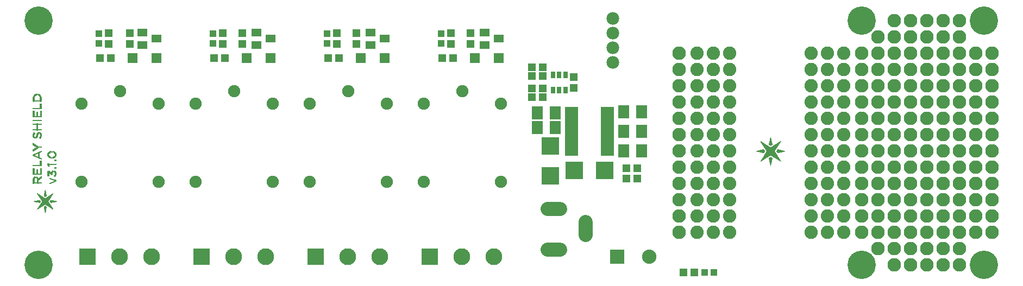
<source format=gts>
G75*
%MOIN*%
%OFA0B0*%
%FSLAX24Y24*%
%IPPOS*%
%LPD*%
%AMOC8*
5,1,8,0,0,1.08239X$1,22.5*
%
%ADD10C,0.0000*%
%ADD11C,0.0001*%
%ADD12R,0.0003X0.0053*%
%ADD13R,0.0003X0.0050*%
%ADD14R,0.0003X0.0090*%
%ADD15R,0.0003X0.0080*%
%ADD16R,0.0003X0.0115*%
%ADD17R,0.0003X0.0105*%
%ADD18R,0.0003X0.0083*%
%ADD19R,0.0003X0.0132*%
%ADD20R,0.0003X0.0123*%
%ADD21R,0.0003X0.0085*%
%ADD22R,0.0003X0.0150*%
%ADD23R,0.0003X0.0100*%
%ADD24R,0.0003X0.0140*%
%ADD25R,0.0003X0.0088*%
%ADD26R,0.0003X0.0165*%
%ADD27R,0.0003X0.0152*%
%ADD28R,0.0003X0.0180*%
%ADD29R,0.0003X0.0092*%
%ADD30R,0.0003X0.0190*%
%ADD31R,0.0003X0.0175*%
%ADD32R,0.0003X0.0203*%
%ADD33R,0.0003X0.0187*%
%ADD34R,0.0003X0.0095*%
%ADD35R,0.0003X0.0213*%
%ADD36R,0.0003X0.0198*%
%ADD37R,0.0003X0.0097*%
%ADD38R,0.0003X0.0222*%
%ADD39R,0.0003X0.0205*%
%ADD40R,0.0003X0.0230*%
%ADD41R,0.0003X0.0215*%
%ADD42R,0.0003X0.0103*%
%ADD43R,0.0003X0.0240*%
%ADD44R,0.0003X0.0225*%
%ADD45R,0.0003X0.0248*%
%ADD46R,0.0003X0.0255*%
%ADD47R,0.0003X0.0107*%
%ADD48R,0.0003X0.0262*%
%ADD49R,0.0003X0.0245*%
%ADD50R,0.0003X0.0270*%
%ADD51R,0.0003X0.0253*%
%ADD52R,0.0003X0.0112*%
%ADD53R,0.0003X0.0275*%
%ADD54R,0.0003X0.0260*%
%ADD55R,0.0003X0.0280*%
%ADD56R,0.0003X0.0265*%
%ADD57R,0.0003X0.0290*%
%ADD58R,0.0003X0.0272*%
%ADD59R,0.0003X0.0118*%
%ADD60R,0.0003X0.0295*%
%ADD61R,0.0003X0.0278*%
%ADD62R,0.0003X0.0120*%
%ADD63R,0.0003X0.0297*%
%ADD64R,0.0003X0.0283*%
%ADD65R,0.0003X0.0305*%
%ADD66R,0.0003X0.0288*%
%ADD67R,0.0003X0.0310*%
%ADD68R,0.0003X0.0125*%
%ADD69R,0.0003X0.0315*%
%ADD70R,0.0003X0.0300*%
%ADD71R,0.0003X0.0127*%
%ADD72R,0.0003X0.0320*%
%ADD73R,0.0003X0.0130*%
%ADD74R,0.0003X0.0325*%
%ADD75R,0.0003X0.0330*%
%ADD76R,0.0003X0.0312*%
%ADD77R,0.0003X0.0333*%
%ADD78R,0.0003X0.0318*%
%ADD79R,0.0003X0.0138*%
%ADD80R,0.0003X0.0338*%
%ADD81R,0.0003X0.0323*%
%ADD82R,0.0003X0.0343*%
%ADD83R,0.0003X0.0328*%
%ADD84R,0.0003X0.0345*%
%ADD85R,0.0003X0.0143*%
%ADD86R,0.0003X0.0350*%
%ADD87R,0.0003X0.0335*%
%ADD88R,0.0003X0.0352*%
%ADD89R,0.0003X0.0147*%
%ADD90R,0.0003X0.0170*%
%ADD91R,0.0003X0.0158*%
%ADD92R,0.0003X0.0135*%
%ADD93R,0.0003X0.0145*%
%ADD94R,0.0003X0.0110*%
%ADD95R,0.0003X0.0160*%
%ADD96R,0.0003X0.0163*%
%ADD97R,0.0003X0.0168*%
%ADD98R,0.0003X0.0173*%
%ADD99R,0.0003X0.0077*%
%ADD100R,0.0003X0.0073*%
%ADD101R,0.0003X0.0065*%
%ADD102R,0.0003X0.0060*%
%ADD103R,0.0003X0.0055*%
%ADD104R,0.0003X0.0045*%
%ADD105R,0.0003X0.0040*%
%ADD106R,0.0003X0.0035*%
%ADD107R,0.0003X0.0030*%
%ADD108R,0.0003X0.0025*%
%ADD109R,0.0003X0.0018*%
%ADD110R,0.0003X0.0013*%
%ADD111R,0.0003X0.0008*%
%ADD112R,0.0003X0.0003*%
%ADD113R,0.0003X0.0232*%
%ADD114R,0.0003X0.0227*%
%ADD115R,0.0003X0.0220*%
%ADD116R,0.0003X0.0217*%
%ADD117R,0.0003X0.0210*%
%ADD118R,0.0003X0.0208*%
%ADD119R,0.0003X0.0200*%
%ADD120R,0.0003X0.0192*%
%ADD121R,0.0003X0.0185*%
%ADD122R,0.0003X0.0015*%
%ADD123R,0.0003X0.0063*%
%ADD124R,0.0003X0.0075*%
%ADD125R,0.0003X0.0195*%
%ADD126R,0.0003X0.0340*%
%ADD127R,0.0003X0.0348*%
%ADD128R,0.0003X0.0307*%
%ADD129R,0.0003X0.0302*%
%ADD130R,0.0003X0.0293*%
%ADD131R,0.0003X0.0182*%
%ADD132R,0.0003X0.0238*%
%ADD133R,0.0003X0.0067*%
%ADD134R,0.0003X0.0047*%
%ADD135R,0.0003X0.0390*%
%ADD136R,0.0003X0.0365*%
%ADD137R,0.0003X0.0177*%
%ADD138R,0.0003X0.0250*%
%ADD139R,0.0003X0.0267*%
%ADD140R,0.0003X0.0285*%
%ADD141R,0.0003X0.0355*%
%ADD142R,0.0003X0.0360*%
%ADD143R,0.0003X0.0362*%
%ADD144R,0.0003X0.0367*%
%ADD145R,0.0003X0.0370*%
%ADD146R,0.0003X0.0372*%
%ADD147R,0.0003X0.0377*%
%ADD148R,0.0003X0.0357*%
%ADD149R,0.0003X0.0380*%
%ADD150R,0.0003X0.0382*%
%ADD151R,0.0003X0.0385*%
%ADD152R,0.0003X0.0387*%
%ADD153R,0.0003X0.0393*%
%ADD154R,0.0003X0.0395*%
%ADD155R,0.0003X0.0398*%
%ADD156R,0.0003X0.0400*%
%ADD157R,0.0003X0.0403*%
%ADD158R,0.0003X0.0405*%
%ADD159R,0.0003X0.0032*%
%ADD160R,0.0003X0.0437*%
%ADD161R,0.0003X0.0027*%
%ADD162R,0.0003X0.0432*%
%ADD163R,0.0003X0.0022*%
%ADD164R,0.0003X0.0428*%
%ADD165R,0.0003X0.0423*%
%ADD166R,0.0003X0.0418*%
%ADD167R,0.0003X0.0413*%
%ADD168R,0.0003X0.0408*%
%ADD169R,0.0003X0.0155*%
%ADD170R,0.0003X0.0435*%
%ADD171R,0.0003X0.0375*%
%ADD172R,0.0003X0.0243*%
%ADD173R,0.0003X0.0257*%
%ADD174R,0.0003X0.0235*%
%ADD175R,0.0003X0.0005*%
%ADD176R,0.0003X0.0010*%
%ADD177R,0.0003X0.0020*%
%ADD178R,0.0003X0.0043*%
%ADD179R,0.0003X0.0410*%
%ADD180C,0.0010*%
%ADD181C,0.0753*%
%ADD182R,0.1030X0.1030*%
%ADD183C,0.1030*%
%ADD184R,0.0395X0.0395*%
%ADD185R,0.0513X0.0474*%
%ADD186R,0.0474X0.0513*%
%ADD187R,0.0880X0.0880*%
%ADD188C,0.0880*%
%ADD189C,0.0867*%
%ADD190R,0.0631X0.0474*%
%ADD191R,0.0631X0.0631*%
%ADD192R,0.1080X0.1080*%
%ADD193C,0.0820*%
%ADD194R,0.0316X0.0434*%
%ADD195R,0.0789X0.3033*%
%ADD196R,0.0710X0.0789*%
%ADD197C,0.0828*%
%ADD198C,0.1740*%
%ADD199C,0.0780*%
D10*
X001543Y005723D02*
X001472Y006080D01*
X001543Y006132D01*
X001615Y006080D01*
X001543Y005723D01*
X001544Y006254D02*
X001052Y005930D01*
X001376Y006421D01*
X001052Y006913D01*
X001544Y006589D01*
X002035Y006913D01*
X001711Y006421D01*
X002035Y005930D01*
X001544Y006254D01*
X001833Y006421D02*
X001885Y006492D01*
X002242Y006421D01*
X001885Y006350D01*
X001833Y006421D01*
X001615Y006763D02*
X001543Y006711D01*
X001472Y006763D01*
X001543Y007120D01*
X001615Y006763D01*
X001202Y006492D02*
X000845Y006421D01*
X001202Y006350D01*
X001254Y006421D01*
X001202Y006492D01*
D11*
X001200Y006492D01*
X001203Y006491D02*
X001195Y006491D01*
X001190Y006490D02*
X001204Y006490D01*
X001204Y006489D02*
X001185Y006489D01*
X001180Y006488D02*
X001205Y006488D01*
X001206Y006487D02*
X001175Y006487D01*
X001170Y006486D02*
X001207Y006486D01*
X001207Y006485D02*
X001165Y006485D01*
X001160Y006484D02*
X001208Y006484D01*
X001209Y006483D02*
X001155Y006483D01*
X001150Y006482D02*
X001210Y006482D01*
X001210Y006481D02*
X001145Y006481D01*
X001140Y006480D02*
X001211Y006480D01*
X001212Y006479D02*
X001135Y006479D01*
X001130Y006478D02*
X001213Y006478D01*
X001213Y006477D02*
X001125Y006477D01*
X001120Y006476D02*
X001214Y006476D01*
X001215Y006475D02*
X001115Y006475D01*
X001110Y006474D02*
X001216Y006474D01*
X001216Y006473D02*
X001105Y006473D01*
X001100Y006472D02*
X001217Y006472D01*
X001218Y006471D02*
X001095Y006471D01*
X001090Y006470D02*
X001218Y006470D01*
X001219Y006469D02*
X001085Y006469D01*
X001080Y006468D02*
X001220Y006468D01*
X001221Y006467D02*
X001075Y006467D01*
X001070Y006466D02*
X001221Y006466D01*
X001222Y006465D02*
X001064Y006465D01*
X001059Y006464D02*
X001223Y006464D01*
X001224Y006463D02*
X001054Y006463D01*
X001049Y006462D02*
X001224Y006462D01*
X001225Y006461D02*
X001044Y006461D01*
X001039Y006460D02*
X001226Y006460D01*
X001227Y006459D02*
X001034Y006459D01*
X001029Y006458D02*
X001227Y006458D01*
X001228Y006457D02*
X001024Y006457D01*
X001019Y006456D02*
X001229Y006456D01*
X001230Y006455D02*
X001014Y006455D01*
X001009Y006454D02*
X001230Y006454D01*
X001231Y006453D02*
X001004Y006453D01*
X000999Y006452D02*
X001232Y006452D01*
X001232Y006451D02*
X000994Y006451D01*
X000989Y006450D02*
X001233Y006450D01*
X001234Y006449D02*
X000984Y006449D01*
X000979Y006448D02*
X001235Y006448D01*
X001235Y006447D02*
X000974Y006447D01*
X000969Y006446D02*
X001236Y006446D01*
X001237Y006445D02*
X000964Y006445D01*
X000959Y006444D02*
X001238Y006444D01*
X001238Y006443D02*
X000954Y006443D01*
X000949Y006442D02*
X001239Y006442D01*
X001240Y006441D02*
X000944Y006441D01*
X000939Y006440D02*
X001241Y006440D01*
X001241Y006439D02*
X000934Y006439D01*
X000929Y006438D02*
X001242Y006438D01*
X001243Y006437D02*
X000924Y006437D01*
X000919Y006436D02*
X001244Y006436D01*
X001244Y006435D02*
X000914Y006435D01*
X000909Y006434D02*
X001245Y006434D01*
X001246Y006433D02*
X000904Y006433D01*
X000899Y006432D02*
X001246Y006432D01*
X001247Y006431D02*
X000894Y006431D01*
X000889Y006430D02*
X001248Y006430D01*
X001249Y006429D02*
X000884Y006429D01*
X000879Y006428D02*
X001249Y006428D01*
X001250Y006427D02*
X000874Y006427D01*
X000869Y006426D02*
X001251Y006426D01*
X001252Y006425D02*
X000863Y006425D01*
X000858Y006424D02*
X001252Y006424D01*
X001253Y006423D02*
X000853Y006423D01*
X000851Y006420D02*
X001253Y006420D01*
X001253Y006419D02*
X000856Y006419D01*
X000861Y006418D02*
X001252Y006418D01*
X001251Y006417D02*
X000866Y006417D01*
X000871Y006416D02*
X001251Y006416D01*
X001250Y006415D02*
X000876Y006415D01*
X000881Y006414D02*
X001249Y006414D01*
X001248Y006413D02*
X000886Y006413D01*
X000891Y006412D02*
X001248Y006412D01*
X001247Y006411D02*
X000896Y006411D01*
X000901Y006410D02*
X001246Y006410D01*
X001245Y006409D02*
X000906Y006409D01*
X000911Y006408D02*
X001245Y006408D01*
X001244Y006407D02*
X000916Y006407D01*
X000921Y006406D02*
X001243Y006406D01*
X001242Y006405D02*
X000926Y006405D01*
X000931Y006404D02*
X001242Y006404D01*
X001241Y006403D02*
X000936Y006403D01*
X000941Y006402D02*
X001240Y006402D01*
X001239Y006401D02*
X000946Y006401D01*
X000951Y006400D02*
X001239Y006400D01*
X001238Y006399D02*
X000956Y006399D01*
X000961Y006398D02*
X001237Y006398D01*
X001237Y006397D02*
X000966Y006397D01*
X000971Y006396D02*
X001236Y006396D01*
X001235Y006395D02*
X000976Y006395D01*
X000981Y006394D02*
X001234Y006394D01*
X001234Y006393D02*
X000987Y006393D01*
X000992Y006392D02*
X001233Y006392D01*
X001232Y006391D02*
X000997Y006391D01*
X001002Y006390D02*
X001231Y006390D01*
X001231Y006389D02*
X001007Y006389D01*
X001012Y006388D02*
X001230Y006388D01*
X001229Y006387D02*
X001017Y006387D01*
X001022Y006386D02*
X001228Y006386D01*
X001228Y006385D02*
X001027Y006385D01*
X001032Y006384D02*
X001227Y006384D01*
X001226Y006383D02*
X001037Y006383D01*
X001042Y006382D02*
X001225Y006382D01*
X001225Y006381D02*
X001047Y006381D01*
X001052Y006380D02*
X001224Y006380D01*
X001223Y006379D02*
X001057Y006379D01*
X001062Y006378D02*
X001223Y006378D01*
X001222Y006377D02*
X001067Y006377D01*
X001072Y006376D02*
X001221Y006376D01*
X001220Y006375D02*
X001077Y006375D01*
X001082Y006374D02*
X001220Y006374D01*
X001219Y006373D02*
X001087Y006373D01*
X001092Y006372D02*
X001218Y006372D01*
X001217Y006371D02*
X001097Y006371D01*
X001102Y006370D02*
X001217Y006370D01*
X001216Y006369D02*
X001107Y006369D01*
X001112Y006368D02*
X001215Y006368D01*
X001214Y006367D02*
X001117Y006367D01*
X001122Y006366D02*
X001214Y006366D01*
X001213Y006365D02*
X001127Y006365D01*
X001132Y006364D02*
X001212Y006364D01*
X001211Y006363D02*
X001137Y006363D01*
X001142Y006362D02*
X001211Y006362D01*
X001210Y006361D02*
X001147Y006361D01*
X001152Y006360D02*
X001209Y006360D01*
X001209Y006359D02*
X001157Y006359D01*
X001162Y006358D02*
X001208Y006358D01*
X001207Y006357D02*
X001167Y006357D01*
X001172Y006356D02*
X001206Y006356D01*
X001206Y006355D02*
X001177Y006355D01*
X001182Y006354D02*
X001205Y006354D01*
X001204Y006353D02*
X001187Y006353D01*
X001193Y006352D02*
X001203Y006352D01*
X001203Y006351D02*
X001198Y006351D01*
X001254Y006421D02*
X000846Y006421D01*
X000848Y006422D02*
X001254Y006422D01*
X001339Y006478D02*
X001748Y006478D01*
X001747Y006477D02*
X001340Y006477D01*
X001340Y006476D02*
X001747Y006476D01*
X001746Y006475D02*
X001341Y006475D01*
X001342Y006474D02*
X001746Y006474D01*
X001745Y006473D02*
X001342Y006473D01*
X001343Y006472D02*
X001744Y006472D01*
X001744Y006471D02*
X001344Y006471D01*
X001344Y006470D02*
X001743Y006470D01*
X001742Y006469D02*
X001345Y006469D01*
X001346Y006468D02*
X001742Y006468D01*
X001741Y006467D02*
X001346Y006467D01*
X001347Y006466D02*
X001740Y006466D01*
X001740Y006465D02*
X001347Y006465D01*
X001348Y006464D02*
X001739Y006464D01*
X001738Y006463D02*
X001349Y006463D01*
X001349Y006462D02*
X001738Y006462D01*
X001737Y006461D02*
X001350Y006461D01*
X001351Y006460D02*
X001736Y006460D01*
X001736Y006459D02*
X001351Y006459D01*
X001352Y006458D02*
X001735Y006458D01*
X001734Y006457D02*
X001353Y006457D01*
X001353Y006456D02*
X001734Y006456D01*
X001733Y006455D02*
X001354Y006455D01*
X001355Y006454D02*
X001732Y006454D01*
X001732Y006453D02*
X001355Y006453D01*
X001356Y006452D02*
X001731Y006452D01*
X001730Y006451D02*
X001357Y006451D01*
X001357Y006450D02*
X001730Y006450D01*
X001729Y006449D02*
X001358Y006449D01*
X001359Y006448D02*
X001728Y006448D01*
X001728Y006447D02*
X001359Y006447D01*
X001360Y006446D02*
X001727Y006446D01*
X001726Y006445D02*
X001361Y006445D01*
X001361Y006444D02*
X001726Y006444D01*
X001725Y006443D02*
X001362Y006443D01*
X001363Y006442D02*
X001724Y006442D01*
X001724Y006441D02*
X001363Y006441D01*
X001364Y006440D02*
X001723Y006440D01*
X001722Y006439D02*
X001365Y006439D01*
X001365Y006438D02*
X001722Y006438D01*
X001721Y006437D02*
X001366Y006437D01*
X001367Y006436D02*
X001720Y006436D01*
X001720Y006435D02*
X001367Y006435D01*
X001368Y006434D02*
X001719Y006434D01*
X001718Y006433D02*
X001369Y006433D01*
X001369Y006432D02*
X001718Y006432D01*
X001717Y006431D02*
X001370Y006431D01*
X001371Y006430D02*
X001717Y006430D01*
X001716Y006429D02*
X001371Y006429D01*
X001372Y006428D02*
X001715Y006428D01*
X001715Y006427D02*
X001373Y006427D01*
X001373Y006426D02*
X001714Y006426D01*
X001713Y006425D02*
X001374Y006425D01*
X001375Y006424D02*
X001713Y006424D01*
X001712Y006423D02*
X001375Y006423D01*
X001376Y006422D02*
X001711Y006422D01*
X001711Y006421D02*
X001376Y006421D01*
X001375Y006420D02*
X001712Y006420D01*
X001712Y006419D02*
X001375Y006419D01*
X001374Y006418D02*
X001713Y006418D01*
X001714Y006417D02*
X001373Y006417D01*
X001373Y006416D02*
X001714Y006416D01*
X001715Y006415D02*
X001372Y006415D01*
X001371Y006414D02*
X001716Y006414D01*
X001716Y006413D02*
X001371Y006413D01*
X001370Y006412D02*
X001717Y006412D01*
X001718Y006411D02*
X001370Y006411D01*
X001369Y006410D02*
X001718Y006410D01*
X001719Y006409D02*
X001368Y006409D01*
X001368Y006408D02*
X001720Y006408D01*
X001720Y006407D02*
X001367Y006407D01*
X001366Y006406D02*
X001721Y006406D01*
X001721Y006405D02*
X001366Y006405D01*
X001365Y006404D02*
X001722Y006404D01*
X001723Y006403D02*
X001364Y006403D01*
X001364Y006402D02*
X001723Y006402D01*
X001724Y006401D02*
X001363Y006401D01*
X001362Y006400D02*
X001725Y006400D01*
X001725Y006399D02*
X001362Y006399D01*
X001361Y006398D02*
X001726Y006398D01*
X001727Y006397D02*
X001360Y006397D01*
X001360Y006396D02*
X001727Y006396D01*
X001728Y006395D02*
X001359Y006395D01*
X001358Y006394D02*
X001729Y006394D01*
X001729Y006393D02*
X001358Y006393D01*
X001357Y006392D02*
X001730Y006392D01*
X001731Y006391D02*
X001356Y006391D01*
X001356Y006390D02*
X001731Y006390D01*
X001732Y006389D02*
X001355Y006389D01*
X001354Y006388D02*
X001733Y006388D01*
X001733Y006387D02*
X001354Y006387D01*
X001353Y006386D02*
X001734Y006386D01*
X001735Y006385D02*
X001352Y006385D01*
X001352Y006384D02*
X001735Y006384D01*
X001736Y006383D02*
X001351Y006383D01*
X001350Y006382D02*
X001737Y006382D01*
X001737Y006381D02*
X001350Y006381D01*
X001349Y006380D02*
X001738Y006380D01*
X001739Y006379D02*
X001348Y006379D01*
X001348Y006378D02*
X001739Y006378D01*
X001740Y006377D02*
X001347Y006377D01*
X001346Y006376D02*
X001741Y006376D01*
X001741Y006375D02*
X001346Y006375D01*
X001345Y006374D02*
X001742Y006374D01*
X001743Y006373D02*
X001344Y006373D01*
X001344Y006372D02*
X001743Y006372D01*
X001744Y006371D02*
X001343Y006371D01*
X001343Y006370D02*
X001745Y006370D01*
X001745Y006369D02*
X001342Y006369D01*
X001341Y006368D02*
X001746Y006368D01*
X001747Y006367D02*
X001341Y006367D01*
X001340Y006366D02*
X001747Y006366D01*
X001748Y006365D02*
X001339Y006365D01*
X001339Y006364D02*
X001749Y006364D01*
X001749Y006363D02*
X001338Y006363D01*
X001337Y006362D02*
X001750Y006362D01*
X001750Y006361D02*
X001337Y006361D01*
X001336Y006360D02*
X001751Y006360D01*
X001752Y006359D02*
X001335Y006359D01*
X001335Y006358D02*
X001752Y006358D01*
X001753Y006357D02*
X001334Y006357D01*
X001333Y006356D02*
X001754Y006356D01*
X001754Y006355D02*
X001333Y006355D01*
X001332Y006354D02*
X001755Y006354D01*
X001756Y006353D02*
X001331Y006353D01*
X001331Y006352D02*
X001756Y006352D01*
X001757Y006351D02*
X001330Y006351D01*
X001329Y006350D02*
X001758Y006350D01*
X001758Y006349D02*
X001329Y006349D01*
X001328Y006348D02*
X001759Y006348D01*
X001760Y006347D02*
X001327Y006347D01*
X001327Y006346D02*
X001760Y006346D01*
X001761Y006345D02*
X001326Y006345D01*
X001325Y006344D02*
X001762Y006344D01*
X001762Y006343D02*
X001325Y006343D01*
X001324Y006342D02*
X001763Y006342D01*
X001764Y006341D02*
X001323Y006341D01*
X001323Y006340D02*
X001764Y006340D01*
X001765Y006339D02*
X001322Y006339D01*
X001321Y006338D02*
X001766Y006338D01*
X001766Y006337D02*
X001321Y006337D01*
X001320Y006336D02*
X001767Y006336D01*
X001768Y006335D02*
X001319Y006335D01*
X001319Y006334D02*
X001768Y006334D01*
X001769Y006333D02*
X001318Y006333D01*
X001317Y006332D02*
X001770Y006332D01*
X001770Y006331D02*
X001317Y006331D01*
X001316Y006330D02*
X001771Y006330D01*
X001772Y006329D02*
X001315Y006329D01*
X001315Y006328D02*
X001772Y006328D01*
X001773Y006327D02*
X001314Y006327D01*
X001314Y006326D02*
X001774Y006326D01*
X001774Y006325D02*
X001313Y006325D01*
X001312Y006324D02*
X001775Y006324D01*
X001776Y006323D02*
X001312Y006323D01*
X001311Y006322D02*
X001776Y006322D01*
X001777Y006321D02*
X001310Y006321D01*
X001310Y006320D02*
X001777Y006320D01*
X001778Y006319D02*
X001309Y006319D01*
X001308Y006318D02*
X001779Y006318D01*
X001779Y006317D02*
X001308Y006317D01*
X001307Y006316D02*
X001780Y006316D01*
X001781Y006315D02*
X001306Y006315D01*
X001306Y006314D02*
X001781Y006314D01*
X001782Y006313D02*
X001305Y006313D01*
X001304Y006312D02*
X001783Y006312D01*
X001783Y006311D02*
X001304Y006311D01*
X001303Y006310D02*
X001784Y006310D01*
X001785Y006309D02*
X001302Y006309D01*
X001302Y006308D02*
X001785Y006308D01*
X001786Y006307D02*
X001301Y006307D01*
X001300Y006306D02*
X001787Y006306D01*
X001787Y006305D02*
X001300Y006305D01*
X001299Y006304D02*
X001788Y006304D01*
X001789Y006303D02*
X001298Y006303D01*
X001298Y006302D02*
X001789Y006302D01*
X001790Y006301D02*
X001297Y006301D01*
X001296Y006300D02*
X001791Y006300D01*
X001791Y006299D02*
X001296Y006299D01*
X001295Y006298D02*
X001792Y006298D01*
X001793Y006297D02*
X001294Y006297D01*
X001294Y006296D02*
X001793Y006296D01*
X001794Y006295D02*
X001293Y006295D01*
X001292Y006294D02*
X001795Y006294D01*
X001795Y006293D02*
X001292Y006293D01*
X001291Y006292D02*
X001796Y006292D01*
X001797Y006291D02*
X001290Y006291D01*
X001290Y006290D02*
X001797Y006290D01*
X001798Y006289D02*
X001289Y006289D01*
X001288Y006288D02*
X001799Y006288D01*
X001799Y006287D02*
X001288Y006287D01*
X001287Y006286D02*
X001800Y006286D01*
X001801Y006285D02*
X001286Y006285D01*
X001286Y006284D02*
X001801Y006284D01*
X001802Y006283D02*
X001285Y006283D01*
X001285Y006282D02*
X001803Y006282D01*
X001803Y006281D02*
X001284Y006281D01*
X001283Y006280D02*
X001804Y006280D01*
X001805Y006279D02*
X001283Y006279D01*
X001282Y006278D02*
X001805Y006278D01*
X001806Y006277D02*
X001281Y006277D01*
X001281Y006276D02*
X001806Y006276D01*
X001807Y006275D02*
X001280Y006275D01*
X001279Y006274D02*
X001808Y006274D01*
X001808Y006273D02*
X001279Y006273D01*
X001278Y006272D02*
X001809Y006272D01*
X001810Y006271D02*
X001277Y006271D01*
X001277Y006270D02*
X001810Y006270D01*
X001811Y006269D02*
X001276Y006269D01*
X001275Y006268D02*
X001812Y006268D01*
X001812Y006267D02*
X001275Y006267D01*
X001274Y006266D02*
X001813Y006266D01*
X001814Y006265D02*
X001273Y006265D01*
X001273Y006264D02*
X001814Y006264D01*
X001815Y006263D02*
X001272Y006263D01*
X001271Y006262D02*
X001816Y006262D01*
X001816Y006261D02*
X001271Y006261D01*
X001270Y006260D02*
X001817Y006260D01*
X001818Y006259D02*
X001269Y006259D01*
X001269Y006258D02*
X001818Y006258D01*
X001819Y006257D02*
X001268Y006257D01*
X001267Y006256D02*
X001820Y006256D01*
X001820Y006255D02*
X001267Y006255D01*
X001266Y006254D02*
X001821Y006254D01*
X001822Y006253D02*
X001545Y006253D01*
X001546Y006252D02*
X001822Y006252D01*
X001823Y006251D02*
X001548Y006251D01*
X001549Y006250D02*
X001824Y006250D01*
X001824Y006249D02*
X001551Y006249D01*
X001552Y006248D02*
X001825Y006248D01*
X001826Y006247D02*
X001554Y006247D01*
X001555Y006246D02*
X001826Y006246D01*
X001827Y006245D02*
X001557Y006245D01*
X001559Y006244D02*
X001828Y006244D01*
X001828Y006243D02*
X001560Y006243D01*
X001562Y006242D02*
X001829Y006242D01*
X001830Y006241D02*
X001563Y006241D01*
X001565Y006240D02*
X001830Y006240D01*
X001831Y006239D02*
X001566Y006239D01*
X001568Y006238D02*
X001832Y006238D01*
X001832Y006237D02*
X001569Y006237D01*
X001571Y006236D02*
X001833Y006236D01*
X001834Y006235D02*
X001572Y006235D01*
X001574Y006234D02*
X001834Y006234D01*
X001835Y006233D02*
X001575Y006233D01*
X001577Y006232D02*
X001835Y006232D01*
X001836Y006231D02*
X001578Y006231D01*
X001580Y006230D02*
X001837Y006230D01*
X001837Y006229D02*
X001581Y006229D01*
X001583Y006228D02*
X001838Y006228D01*
X001839Y006227D02*
X001584Y006227D01*
X001586Y006226D02*
X001839Y006226D01*
X001840Y006225D02*
X001587Y006225D01*
X001589Y006224D02*
X001841Y006224D01*
X001841Y006223D02*
X001590Y006223D01*
X001592Y006222D02*
X001842Y006222D01*
X001843Y006221D02*
X001593Y006221D01*
X001595Y006220D02*
X001843Y006220D01*
X001844Y006219D02*
X001596Y006219D01*
X001598Y006218D02*
X001845Y006218D01*
X001845Y006217D02*
X001599Y006217D01*
X001601Y006216D02*
X001846Y006216D01*
X001847Y006215D02*
X001602Y006215D01*
X001604Y006214D02*
X001847Y006214D01*
X001848Y006213D02*
X001605Y006213D01*
X001607Y006212D02*
X001849Y006212D01*
X001849Y006211D02*
X001608Y006211D01*
X001610Y006210D02*
X001850Y006210D01*
X001851Y006209D02*
X001612Y006209D01*
X001613Y006208D02*
X001851Y006208D01*
X001852Y006207D02*
X001615Y006207D01*
X001616Y006206D02*
X001853Y006206D01*
X001853Y006205D02*
X001618Y006205D01*
X001619Y006204D02*
X001854Y006204D01*
X001855Y006203D02*
X001621Y006203D01*
X001622Y006202D02*
X001855Y006202D01*
X001856Y006201D02*
X001624Y006201D01*
X001625Y006200D02*
X001857Y006200D01*
X001857Y006199D02*
X001627Y006199D01*
X001628Y006198D02*
X001858Y006198D01*
X001859Y006197D02*
X001630Y006197D01*
X001631Y006196D02*
X001859Y006196D01*
X001860Y006195D02*
X001633Y006195D01*
X001634Y006194D02*
X001861Y006194D01*
X001861Y006193D02*
X001636Y006193D01*
X001637Y006192D02*
X001862Y006192D01*
X001862Y006191D02*
X001639Y006191D01*
X001640Y006190D02*
X001863Y006190D01*
X001864Y006189D02*
X001642Y006189D01*
X001643Y006188D02*
X001864Y006188D01*
X001865Y006187D02*
X001645Y006187D01*
X001646Y006186D02*
X001866Y006186D01*
X001866Y006185D02*
X001648Y006185D01*
X001649Y006184D02*
X001867Y006184D01*
X001868Y006183D02*
X001651Y006183D01*
X001652Y006182D02*
X001868Y006182D01*
X001869Y006181D02*
X001654Y006181D01*
X001655Y006180D02*
X001870Y006180D01*
X001870Y006179D02*
X001657Y006179D01*
X001658Y006178D02*
X001871Y006178D01*
X001872Y006177D02*
X001660Y006177D01*
X001661Y006176D02*
X001872Y006176D01*
X001873Y006175D02*
X001663Y006175D01*
X001665Y006174D02*
X001874Y006174D01*
X001874Y006173D02*
X001666Y006173D01*
X001668Y006172D02*
X001875Y006172D01*
X001876Y006171D02*
X001669Y006171D01*
X001671Y006170D02*
X001876Y006170D01*
X001877Y006169D02*
X001672Y006169D01*
X001674Y006168D02*
X001878Y006168D01*
X001878Y006167D02*
X001675Y006167D01*
X001677Y006166D02*
X001879Y006166D01*
X001880Y006165D02*
X001678Y006165D01*
X001680Y006164D02*
X001880Y006164D01*
X001881Y006163D02*
X001681Y006163D01*
X001683Y006162D02*
X001882Y006162D01*
X001882Y006161D02*
X001684Y006161D01*
X001686Y006160D02*
X001883Y006160D01*
X001884Y006159D02*
X001687Y006159D01*
X001689Y006158D02*
X001884Y006158D01*
X001885Y006157D02*
X001690Y006157D01*
X001692Y006156D02*
X001886Y006156D01*
X001886Y006155D02*
X001693Y006155D01*
X001695Y006154D02*
X001887Y006154D01*
X001888Y006153D02*
X001696Y006153D01*
X001698Y006152D02*
X001888Y006152D01*
X001889Y006151D02*
X001699Y006151D01*
X001701Y006150D02*
X001890Y006150D01*
X001890Y006149D02*
X001702Y006149D01*
X001704Y006148D02*
X001891Y006148D01*
X001891Y006147D02*
X001705Y006147D01*
X001707Y006146D02*
X001892Y006146D01*
X001893Y006145D02*
X001708Y006145D01*
X001710Y006144D02*
X001893Y006144D01*
X001894Y006143D02*
X001711Y006143D01*
X001713Y006142D02*
X001895Y006142D01*
X001895Y006141D02*
X001715Y006141D01*
X001716Y006140D02*
X001896Y006140D01*
X001897Y006139D02*
X001718Y006139D01*
X001719Y006138D02*
X001897Y006138D01*
X001898Y006137D02*
X001721Y006137D01*
X001722Y006136D02*
X001899Y006136D01*
X001899Y006135D02*
X001724Y006135D01*
X001725Y006134D02*
X001900Y006134D01*
X001901Y006133D02*
X001727Y006133D01*
X001728Y006132D02*
X001901Y006132D01*
X001902Y006131D02*
X001730Y006131D01*
X001731Y006130D02*
X001903Y006130D01*
X001903Y006129D02*
X001733Y006129D01*
X001734Y006128D02*
X001904Y006128D01*
X001905Y006127D02*
X001736Y006127D01*
X001737Y006126D02*
X001905Y006126D01*
X001906Y006125D02*
X001739Y006125D01*
X001740Y006124D02*
X001907Y006124D01*
X001907Y006123D02*
X001742Y006123D01*
X001743Y006122D02*
X001908Y006122D01*
X001909Y006121D02*
X001745Y006121D01*
X001746Y006120D02*
X001909Y006120D01*
X001910Y006119D02*
X001748Y006119D01*
X001749Y006118D02*
X001911Y006118D01*
X001911Y006117D02*
X001751Y006117D01*
X001752Y006116D02*
X001912Y006116D01*
X001913Y006115D02*
X001754Y006115D01*
X001755Y006114D02*
X001913Y006114D01*
X001914Y006113D02*
X001757Y006113D01*
X001758Y006112D02*
X001915Y006112D01*
X001915Y006111D02*
X001760Y006111D01*
X001761Y006110D02*
X001916Y006110D01*
X001917Y006109D02*
X001763Y006109D01*
X001764Y006108D02*
X001917Y006108D01*
X001918Y006107D02*
X001766Y006107D01*
X001768Y006106D02*
X001919Y006106D01*
X001919Y006105D02*
X001769Y006105D01*
X001771Y006104D02*
X001920Y006104D01*
X001920Y006103D02*
X001772Y006103D01*
X001774Y006102D02*
X001921Y006102D01*
X001922Y006101D02*
X001775Y006101D01*
X001777Y006100D02*
X001922Y006100D01*
X001923Y006099D02*
X001778Y006099D01*
X001780Y006098D02*
X001924Y006098D01*
X001924Y006097D02*
X001781Y006097D01*
X001783Y006096D02*
X001925Y006096D01*
X001926Y006095D02*
X001784Y006095D01*
X001786Y006094D02*
X001926Y006094D01*
X001927Y006093D02*
X001787Y006093D01*
X001789Y006092D02*
X001928Y006092D01*
X001928Y006091D02*
X001790Y006091D01*
X001792Y006090D02*
X001929Y006090D01*
X001930Y006089D02*
X001793Y006089D01*
X001795Y006088D02*
X001930Y006088D01*
X001931Y006087D02*
X001796Y006087D01*
X001798Y006086D02*
X001932Y006086D01*
X001932Y006085D02*
X001799Y006085D01*
X001801Y006084D02*
X001933Y006084D01*
X001934Y006083D02*
X001802Y006083D01*
X001804Y006082D02*
X001934Y006082D01*
X001935Y006081D02*
X001805Y006081D01*
X001807Y006080D02*
X001936Y006080D01*
X001936Y006079D02*
X001808Y006079D01*
X001810Y006078D02*
X001937Y006078D01*
X001938Y006077D02*
X001811Y006077D01*
X001813Y006076D02*
X001938Y006076D01*
X001939Y006075D02*
X001814Y006075D01*
X001816Y006074D02*
X001940Y006074D01*
X001940Y006073D02*
X001817Y006073D01*
X001819Y006072D02*
X001941Y006072D01*
X001942Y006071D02*
X001821Y006071D01*
X001822Y006070D02*
X001942Y006070D01*
X001943Y006069D02*
X001824Y006069D01*
X001825Y006068D02*
X001944Y006068D01*
X001827Y006068D01*
X001828Y006067D02*
X001945Y006067D01*
X001946Y006066D02*
X001830Y006066D01*
X001831Y006065D02*
X001946Y006065D01*
X001947Y006064D02*
X001833Y006064D01*
X001834Y006063D02*
X001947Y006063D01*
X001948Y006062D02*
X001836Y006062D01*
X001837Y006061D02*
X001949Y006061D01*
X001949Y006060D02*
X001839Y006060D01*
X001840Y006059D02*
X001950Y006059D01*
X001951Y006058D02*
X001842Y006058D01*
X001843Y006057D02*
X001951Y006057D01*
X001952Y006056D02*
X001845Y006056D01*
X001846Y006055D02*
X001953Y006055D01*
X001953Y006054D02*
X001848Y006054D01*
X001849Y006053D02*
X001954Y006053D01*
X001955Y006052D02*
X001851Y006052D01*
X001852Y006051D02*
X001955Y006051D01*
X001956Y006050D02*
X001854Y006050D01*
X001855Y006049D02*
X001957Y006049D01*
X001957Y006048D02*
X001857Y006048D01*
X001858Y006047D02*
X001958Y006047D01*
X001959Y006046D02*
X001860Y006046D01*
X001861Y006045D02*
X001959Y006045D01*
X001960Y006044D02*
X001863Y006044D01*
X001864Y006043D02*
X001961Y006043D01*
X001961Y006042D02*
X001866Y006042D01*
X001867Y006041D02*
X001962Y006041D01*
X001963Y006040D02*
X001869Y006040D01*
X001870Y006039D02*
X001963Y006039D01*
X001964Y006038D02*
X001872Y006038D01*
X001874Y006037D02*
X001965Y006037D01*
X001965Y006036D02*
X001875Y006036D01*
X001877Y006035D02*
X001966Y006035D01*
X001967Y006034D02*
X001878Y006034D01*
X001880Y006033D02*
X001967Y006033D01*
X001968Y006032D02*
X001881Y006032D01*
X001883Y006031D02*
X001969Y006031D01*
X001969Y006030D02*
X001884Y006030D01*
X001886Y006029D02*
X001970Y006029D01*
X001971Y006028D02*
X001887Y006028D01*
X001889Y006027D02*
X001971Y006027D01*
X001972Y006026D02*
X001890Y006026D01*
X001892Y006025D02*
X001973Y006025D01*
X001973Y006024D02*
X001893Y006024D01*
X001895Y006023D02*
X001974Y006023D01*
X001975Y006022D02*
X001896Y006022D01*
X001898Y006021D02*
X001975Y006021D01*
X001976Y006020D02*
X001899Y006020D01*
X001901Y006019D02*
X001976Y006019D01*
X001977Y006018D02*
X001902Y006018D01*
X001904Y006017D02*
X001978Y006017D01*
X001978Y006016D02*
X001905Y006016D01*
X001907Y006015D02*
X001979Y006015D01*
X001980Y006014D02*
X001908Y006014D01*
X001910Y006013D02*
X001980Y006013D01*
X001981Y006012D02*
X001911Y006012D01*
X001913Y006011D02*
X001982Y006011D01*
X001982Y006010D02*
X001914Y006010D01*
X001916Y006009D02*
X001983Y006009D01*
X001984Y006008D02*
X001917Y006008D01*
X001919Y006007D02*
X001984Y006007D01*
X001985Y006006D02*
X001920Y006006D01*
X001922Y006005D02*
X001986Y006005D01*
X001986Y006004D02*
X001924Y006004D01*
X001925Y006003D02*
X001987Y006003D01*
X001988Y006002D02*
X001927Y006002D01*
X001928Y006001D02*
X001988Y006001D01*
X001989Y006000D02*
X001930Y006000D01*
X001931Y005999D02*
X001990Y005999D01*
X001990Y005998D02*
X001933Y005998D01*
X001934Y005997D02*
X001991Y005997D01*
X001992Y005996D02*
X001936Y005996D01*
X001937Y005995D02*
X001992Y005995D01*
X001993Y005994D02*
X001939Y005994D01*
X001940Y005993D02*
X001994Y005993D01*
X001994Y005992D02*
X001942Y005992D01*
X001943Y005991D02*
X001995Y005991D01*
X001996Y005990D02*
X001945Y005990D01*
X001946Y005989D02*
X001996Y005989D01*
X001997Y005988D02*
X001948Y005988D01*
X001949Y005987D02*
X001998Y005987D01*
X001998Y005986D02*
X001951Y005986D01*
X001952Y005985D02*
X001999Y005985D01*
X002000Y005984D02*
X001954Y005984D01*
X001955Y005983D02*
X002000Y005983D01*
X002001Y005982D02*
X001957Y005982D01*
X001958Y005981D02*
X002002Y005981D01*
X002002Y005980D02*
X001960Y005980D01*
X001961Y005979D02*
X002003Y005979D01*
X002004Y005978D02*
X001963Y005978D01*
X001964Y005977D02*
X002004Y005977D01*
X002005Y005976D02*
X001966Y005976D01*
X001967Y005975D02*
X002005Y005975D01*
X002006Y005974D02*
X001969Y005974D01*
X001970Y005973D02*
X002007Y005973D01*
X002007Y005972D02*
X001972Y005972D01*
X001973Y005971D02*
X002008Y005971D01*
X002009Y005970D02*
X001975Y005970D01*
X001977Y005969D02*
X002009Y005969D01*
X002010Y005968D02*
X001978Y005968D01*
X001980Y005967D02*
X002011Y005967D01*
X002011Y005966D02*
X001981Y005966D01*
X001983Y005965D02*
X002012Y005965D01*
X002013Y005964D02*
X001984Y005964D01*
X001986Y005963D02*
X002013Y005963D01*
X002014Y005962D02*
X001987Y005962D01*
X001989Y005961D02*
X002015Y005961D01*
X002015Y005960D02*
X001990Y005960D01*
X001992Y005959D02*
X002016Y005959D01*
X002017Y005958D02*
X001993Y005958D01*
X001995Y005957D02*
X002017Y005957D01*
X002018Y005956D02*
X001996Y005956D01*
X001998Y005955D02*
X002019Y005955D01*
X002019Y005954D02*
X001999Y005954D01*
X002001Y005953D02*
X002020Y005953D01*
X002021Y005952D02*
X002002Y005952D01*
X002004Y005951D02*
X002021Y005951D01*
X002022Y005950D02*
X002005Y005950D01*
X002007Y005949D02*
X002023Y005949D01*
X002023Y005948D02*
X002008Y005948D01*
X002010Y005947D02*
X002024Y005947D01*
X002025Y005946D02*
X002011Y005946D01*
X002013Y005945D02*
X002025Y005945D01*
X002026Y005944D02*
X002014Y005944D01*
X002016Y005943D02*
X002027Y005943D01*
X002027Y005942D02*
X002017Y005942D01*
X002019Y005941D02*
X002028Y005941D01*
X002029Y005940D02*
X002020Y005940D01*
X002022Y005939D02*
X002029Y005939D01*
X002030Y005938D02*
X002023Y005938D01*
X002025Y005937D02*
X002031Y005937D01*
X002031Y005936D02*
X002026Y005936D01*
X002028Y005935D02*
X002032Y005935D01*
X002033Y005934D02*
X002030Y005934D01*
X002031Y005933D02*
X002033Y005933D01*
X002033Y005932D02*
X002034Y005932D01*
X002034Y005931D02*
X002034Y005931D01*
X001602Y006018D02*
X001485Y006018D01*
X001485Y006019D02*
X001602Y006019D01*
X001603Y006020D02*
X001484Y006020D01*
X001484Y006021D02*
X001603Y006021D01*
X001603Y006022D02*
X001484Y006022D01*
X001484Y006023D02*
X001603Y006023D01*
X001603Y006024D02*
X001484Y006024D01*
X001483Y006025D02*
X001604Y006025D01*
X001604Y006026D02*
X001483Y006026D01*
X001483Y006027D02*
X001604Y006027D01*
X001604Y006028D02*
X001483Y006028D01*
X001483Y006029D02*
X001604Y006029D01*
X001605Y006030D02*
X001482Y006030D01*
X001482Y006031D02*
X001605Y006031D01*
X001605Y006032D02*
X001482Y006032D01*
X001482Y006033D02*
X001605Y006033D01*
X001605Y006034D02*
X001482Y006034D01*
X001481Y006035D02*
X001606Y006035D01*
X001606Y006036D02*
X001481Y006036D01*
X001481Y006037D02*
X001606Y006037D01*
X001606Y006038D02*
X001481Y006038D01*
X001481Y006039D02*
X001606Y006039D01*
X001607Y006040D02*
X001480Y006040D01*
X001480Y006041D02*
X001607Y006041D01*
X001607Y006042D02*
X001480Y006042D01*
X001480Y006043D02*
X001607Y006043D01*
X001607Y006044D02*
X001480Y006044D01*
X001479Y006045D02*
X001608Y006045D01*
X001608Y006046D02*
X001479Y006046D01*
X001479Y006047D02*
X001608Y006047D01*
X001608Y006048D02*
X001479Y006048D01*
X001479Y006049D02*
X001608Y006049D01*
X001609Y006050D02*
X001478Y006050D01*
X001478Y006051D02*
X001609Y006051D01*
X001609Y006052D02*
X001478Y006052D01*
X001478Y006053D02*
X001609Y006053D01*
X001609Y006054D02*
X001478Y006054D01*
X001477Y006055D02*
X001610Y006055D01*
X001610Y006056D02*
X001477Y006056D01*
X001477Y006057D02*
X001610Y006057D01*
X001610Y006058D02*
X001477Y006058D01*
X001477Y006059D02*
X001610Y006059D01*
X001610Y006060D02*
X001476Y006060D01*
X001476Y006061D02*
X001611Y006061D01*
X001611Y006062D02*
X001476Y006062D01*
X001476Y006063D02*
X001611Y006063D01*
X001611Y006064D02*
X001476Y006064D01*
X001475Y006065D02*
X001611Y006065D01*
X001612Y006066D02*
X001475Y006066D01*
X001475Y006067D02*
X001612Y006067D01*
X001612Y006068D02*
X001475Y006068D01*
X001612Y006068D01*
X001612Y006069D02*
X001475Y006069D01*
X001474Y006070D02*
X001613Y006070D01*
X001613Y006071D02*
X001474Y006071D01*
X001474Y006072D02*
X001613Y006072D01*
X001613Y006073D02*
X001474Y006073D01*
X001474Y006074D02*
X001613Y006074D01*
X001614Y006075D02*
X001473Y006075D01*
X001473Y006076D02*
X001614Y006076D01*
X001614Y006077D02*
X001473Y006077D01*
X001473Y006078D02*
X001614Y006078D01*
X001614Y006079D02*
X001473Y006079D01*
X001473Y006080D02*
X001614Y006080D01*
X001612Y006081D02*
X001475Y006081D01*
X001476Y006082D02*
X001611Y006082D01*
X001610Y006083D02*
X001477Y006083D01*
X001479Y006084D02*
X001608Y006084D01*
X001607Y006085D02*
X001480Y006085D01*
X001481Y006086D02*
X001606Y006086D01*
X001604Y006087D02*
X001483Y006087D01*
X001484Y006088D02*
X001603Y006088D01*
X001602Y006089D02*
X001485Y006089D01*
X001487Y006090D02*
X001600Y006090D01*
X001599Y006091D02*
X001488Y006091D01*
X001490Y006092D02*
X001597Y006092D01*
X001596Y006093D02*
X001491Y006093D01*
X001492Y006094D02*
X001595Y006094D01*
X001593Y006095D02*
X001494Y006095D01*
X001495Y006096D02*
X001592Y006096D01*
X001591Y006097D02*
X001496Y006097D01*
X001498Y006098D02*
X001589Y006098D01*
X001588Y006099D02*
X001499Y006099D01*
X001500Y006100D02*
X001587Y006100D01*
X001585Y006101D02*
X001502Y006101D01*
X001503Y006102D02*
X001584Y006102D01*
X001583Y006103D02*
X001504Y006103D01*
X001506Y006104D02*
X001581Y006104D01*
X001580Y006105D02*
X001507Y006105D01*
X001508Y006106D02*
X001579Y006106D01*
X001577Y006107D02*
X001510Y006107D01*
X001511Y006108D02*
X001576Y006108D01*
X001574Y006109D02*
X001513Y006109D01*
X001514Y006110D02*
X001573Y006110D01*
X001572Y006111D02*
X001515Y006111D01*
X001517Y006112D02*
X001570Y006112D01*
X001569Y006113D02*
X001518Y006113D01*
X001519Y006114D02*
X001568Y006114D01*
X001566Y006115D02*
X001521Y006115D01*
X001522Y006116D02*
X001565Y006116D01*
X001564Y006117D02*
X001523Y006117D01*
X001525Y006118D02*
X001562Y006118D01*
X001561Y006119D02*
X001526Y006119D01*
X001527Y006120D02*
X001560Y006120D01*
X001558Y006121D02*
X001529Y006121D01*
X001530Y006122D02*
X001557Y006122D01*
X001556Y006123D02*
X001531Y006123D01*
X001533Y006124D02*
X001554Y006124D01*
X001553Y006125D02*
X001534Y006125D01*
X001536Y006126D02*
X001551Y006126D01*
X001550Y006127D02*
X001537Y006127D01*
X001538Y006128D02*
X001549Y006128D01*
X001547Y006129D02*
X001540Y006129D01*
X001541Y006130D02*
X001546Y006130D01*
X001545Y006131D02*
X001542Y006131D01*
X001486Y006216D02*
X001241Y006216D01*
X001240Y006215D02*
X001485Y006215D01*
X001483Y006214D02*
X001240Y006214D01*
X001239Y006213D02*
X001482Y006213D01*
X001480Y006212D02*
X001238Y006212D01*
X001238Y006211D02*
X001479Y006211D01*
X001477Y006210D02*
X001237Y006210D01*
X001236Y006209D02*
X001476Y006209D01*
X001474Y006208D02*
X001236Y006208D01*
X001235Y006207D02*
X001473Y006207D01*
X001471Y006206D02*
X001234Y006206D01*
X001234Y006205D02*
X001469Y006205D01*
X001468Y006204D02*
X001233Y006204D01*
X001232Y006203D02*
X001466Y006203D01*
X001465Y006202D02*
X001232Y006202D01*
X001231Y006201D02*
X001463Y006201D01*
X001462Y006200D02*
X001230Y006200D01*
X001230Y006199D02*
X001460Y006199D01*
X001459Y006198D02*
X001229Y006198D01*
X001229Y006197D02*
X001457Y006197D01*
X001456Y006196D02*
X001228Y006196D01*
X001227Y006195D02*
X001454Y006195D01*
X001453Y006194D02*
X001227Y006194D01*
X001226Y006193D02*
X001451Y006193D01*
X001450Y006192D02*
X001225Y006192D01*
X001225Y006191D02*
X001448Y006191D01*
X001447Y006190D02*
X001224Y006190D01*
X001223Y006189D02*
X001445Y006189D01*
X001444Y006188D02*
X001223Y006188D01*
X001222Y006187D02*
X001442Y006187D01*
X001441Y006186D02*
X001221Y006186D01*
X001221Y006185D02*
X001439Y006185D01*
X001438Y006184D02*
X001220Y006184D01*
X001219Y006183D02*
X001436Y006183D01*
X001435Y006182D02*
X001219Y006182D01*
X001218Y006181D02*
X001433Y006181D01*
X001432Y006180D02*
X001217Y006180D01*
X001217Y006179D02*
X001430Y006179D01*
X001429Y006178D02*
X001216Y006178D01*
X001215Y006177D02*
X001427Y006177D01*
X001426Y006176D02*
X001215Y006176D01*
X001214Y006175D02*
X001424Y006175D01*
X001423Y006174D02*
X001213Y006174D01*
X001213Y006173D02*
X001421Y006173D01*
X001420Y006172D02*
X001212Y006172D01*
X001211Y006171D02*
X001418Y006171D01*
X001416Y006170D02*
X001211Y006170D01*
X001210Y006169D02*
X001415Y006169D01*
X001413Y006168D02*
X001209Y006168D01*
X001209Y006167D02*
X001412Y006167D01*
X001410Y006166D02*
X001208Y006166D01*
X001207Y006165D02*
X001409Y006165D01*
X001407Y006164D02*
X001207Y006164D01*
X001206Y006163D02*
X001406Y006163D01*
X001404Y006162D02*
X001205Y006162D01*
X001205Y006161D02*
X001403Y006161D01*
X001401Y006160D02*
X001204Y006160D01*
X001203Y006159D02*
X001400Y006159D01*
X001398Y006158D02*
X001203Y006158D01*
X001202Y006157D02*
X001397Y006157D01*
X001395Y006156D02*
X001201Y006156D01*
X001201Y006155D02*
X001394Y006155D01*
X001392Y006154D02*
X001200Y006154D01*
X001200Y006153D02*
X001391Y006153D01*
X001389Y006152D02*
X001199Y006152D01*
X001198Y006151D02*
X001388Y006151D01*
X001386Y006150D02*
X001198Y006150D01*
X001197Y006149D02*
X001385Y006149D01*
X001383Y006148D02*
X001196Y006148D01*
X001196Y006147D02*
X001382Y006147D01*
X001380Y006146D02*
X001195Y006146D01*
X001194Y006145D02*
X001379Y006145D01*
X001377Y006144D02*
X001194Y006144D01*
X001193Y006143D02*
X001376Y006143D01*
X001374Y006142D02*
X001192Y006142D01*
X001192Y006141D02*
X001373Y006141D01*
X001371Y006140D02*
X001191Y006140D01*
X001190Y006139D02*
X001370Y006139D01*
X001368Y006138D02*
X001190Y006138D01*
X001189Y006137D02*
X001367Y006137D01*
X001365Y006136D02*
X001188Y006136D01*
X001188Y006135D02*
X001363Y006135D01*
X001362Y006134D02*
X001187Y006134D01*
X001186Y006133D02*
X001360Y006133D01*
X001359Y006132D02*
X001186Y006132D01*
X001185Y006131D02*
X001357Y006131D01*
X001356Y006130D02*
X001184Y006130D01*
X001184Y006129D02*
X001354Y006129D01*
X001353Y006128D02*
X001183Y006128D01*
X001182Y006127D02*
X001351Y006127D01*
X001350Y006126D02*
X001182Y006126D01*
X001181Y006125D02*
X001348Y006125D01*
X001347Y006124D02*
X001180Y006124D01*
X001180Y006123D02*
X001345Y006123D01*
X001344Y006122D02*
X001179Y006122D01*
X001178Y006121D02*
X001342Y006121D01*
X001341Y006120D02*
X001178Y006120D01*
X001177Y006119D02*
X001339Y006119D01*
X001338Y006118D02*
X001176Y006118D01*
X001176Y006117D02*
X001336Y006117D01*
X001335Y006116D02*
X001175Y006116D01*
X001174Y006115D02*
X001333Y006115D01*
X001332Y006114D02*
X001174Y006114D01*
X001173Y006113D02*
X001330Y006113D01*
X001329Y006112D02*
X001172Y006112D01*
X001172Y006111D02*
X001327Y006111D01*
X001326Y006110D02*
X001171Y006110D01*
X001171Y006109D02*
X001324Y006109D01*
X001323Y006108D02*
X001170Y006108D01*
X001169Y006107D02*
X001321Y006107D01*
X001320Y006106D02*
X001169Y006106D01*
X001168Y006105D02*
X001318Y006105D01*
X001317Y006104D02*
X001167Y006104D01*
X001167Y006103D02*
X001315Y006103D01*
X001313Y006102D02*
X001166Y006102D01*
X001165Y006101D02*
X001312Y006101D01*
X001310Y006100D02*
X001165Y006100D01*
X001164Y006099D02*
X001309Y006099D01*
X001307Y006098D02*
X001163Y006098D01*
X001163Y006097D02*
X001306Y006097D01*
X001304Y006096D02*
X001162Y006096D01*
X001161Y006095D02*
X001303Y006095D01*
X001301Y006094D02*
X001161Y006094D01*
X001160Y006093D02*
X001300Y006093D01*
X001298Y006092D02*
X001159Y006092D01*
X001159Y006091D02*
X001297Y006091D01*
X001295Y006090D02*
X001158Y006090D01*
X001157Y006089D02*
X001294Y006089D01*
X001292Y006088D02*
X001157Y006088D01*
X001156Y006087D02*
X001291Y006087D01*
X001289Y006086D02*
X001155Y006086D01*
X001155Y006085D02*
X001288Y006085D01*
X001286Y006084D02*
X001154Y006084D01*
X001153Y006083D02*
X001285Y006083D01*
X001283Y006082D02*
X001153Y006082D01*
X001152Y006081D02*
X001282Y006081D01*
X001280Y006080D02*
X001151Y006080D01*
X001151Y006079D02*
X001279Y006079D01*
X001277Y006078D02*
X001150Y006078D01*
X001149Y006077D02*
X001276Y006077D01*
X001274Y006076D02*
X001149Y006076D01*
X001148Y006075D02*
X001273Y006075D01*
X001271Y006074D02*
X001147Y006074D01*
X001147Y006073D02*
X001270Y006073D01*
X001268Y006072D02*
X001146Y006072D01*
X001145Y006071D02*
X001267Y006071D01*
X001265Y006070D02*
X001145Y006070D01*
X001144Y006069D02*
X001264Y006069D01*
X001262Y006068D02*
X001144Y006068D01*
X001143Y006068D02*
X001260Y006068D01*
X001259Y006067D02*
X001142Y006067D01*
X001142Y006066D02*
X001257Y006066D01*
X001256Y006065D02*
X001141Y006065D01*
X001140Y006064D02*
X001254Y006064D01*
X001253Y006063D02*
X001140Y006063D01*
X001139Y006062D02*
X001251Y006062D01*
X001250Y006061D02*
X001138Y006061D01*
X001138Y006060D02*
X001248Y006060D01*
X001247Y006059D02*
X001137Y006059D01*
X001136Y006058D02*
X001245Y006058D01*
X001244Y006057D02*
X001136Y006057D01*
X001135Y006056D02*
X001242Y006056D01*
X001241Y006055D02*
X001134Y006055D01*
X001134Y006054D02*
X001239Y006054D01*
X001238Y006053D02*
X001133Y006053D01*
X001132Y006052D02*
X001236Y006052D01*
X001235Y006051D02*
X001132Y006051D01*
X001131Y006050D02*
X001233Y006050D01*
X001232Y006049D02*
X001130Y006049D01*
X001130Y006048D02*
X001230Y006048D01*
X001229Y006047D02*
X001129Y006047D01*
X001128Y006046D02*
X001227Y006046D01*
X001226Y006045D02*
X001128Y006045D01*
X001127Y006044D02*
X001224Y006044D01*
X001223Y006043D02*
X001126Y006043D01*
X001126Y006042D02*
X001221Y006042D01*
X001220Y006041D02*
X001125Y006041D01*
X001124Y006040D02*
X001218Y006040D01*
X001217Y006039D02*
X001124Y006039D01*
X001123Y006038D02*
X001215Y006038D01*
X001214Y006037D02*
X001122Y006037D01*
X001122Y006036D02*
X001212Y006036D01*
X001211Y006035D02*
X001121Y006035D01*
X001120Y006034D02*
X001209Y006034D01*
X001207Y006033D02*
X001120Y006033D01*
X001119Y006032D02*
X001206Y006032D01*
X001204Y006031D02*
X001118Y006031D01*
X001118Y006030D02*
X001203Y006030D01*
X001201Y006029D02*
X001117Y006029D01*
X001116Y006028D02*
X001200Y006028D01*
X001198Y006027D02*
X001116Y006027D01*
X001115Y006026D02*
X001197Y006026D01*
X001195Y006025D02*
X001115Y006025D01*
X001114Y006024D02*
X001194Y006024D01*
X001192Y006023D02*
X001113Y006023D01*
X001113Y006022D02*
X001191Y006022D01*
X001189Y006021D02*
X001112Y006021D01*
X001111Y006020D02*
X001188Y006020D01*
X001186Y006019D02*
X001111Y006019D01*
X001110Y006018D02*
X001185Y006018D01*
X001183Y006017D02*
X001109Y006017D01*
X001109Y006016D02*
X001182Y006016D01*
X001180Y006015D02*
X001108Y006015D01*
X001107Y006014D02*
X001179Y006014D01*
X001177Y006013D02*
X001107Y006013D01*
X001106Y006012D02*
X001176Y006012D01*
X001174Y006011D02*
X001105Y006011D01*
X001105Y006010D02*
X001173Y006010D01*
X001171Y006009D02*
X001104Y006009D01*
X001103Y006008D02*
X001170Y006008D01*
X001168Y006007D02*
X001103Y006007D01*
X001102Y006006D02*
X001167Y006006D01*
X001165Y006005D02*
X001101Y006005D01*
X001101Y006004D02*
X001164Y006004D01*
X001162Y006003D02*
X001100Y006003D01*
X001099Y006002D02*
X001161Y006002D01*
X001159Y006001D02*
X001099Y006001D01*
X001098Y006000D02*
X001157Y006000D01*
X001156Y005999D02*
X001097Y005999D01*
X001097Y005998D02*
X001154Y005998D01*
X001153Y005997D02*
X001096Y005997D01*
X001095Y005996D02*
X001151Y005996D01*
X001150Y005995D02*
X001095Y005995D01*
X001094Y005994D02*
X001148Y005994D01*
X001147Y005993D02*
X001093Y005993D01*
X001093Y005992D02*
X001145Y005992D01*
X001144Y005991D02*
X001092Y005991D01*
X001091Y005990D02*
X001142Y005990D01*
X001141Y005989D02*
X001091Y005989D01*
X001090Y005988D02*
X001139Y005988D01*
X001138Y005987D02*
X001089Y005987D01*
X001089Y005986D02*
X001136Y005986D01*
X001135Y005985D02*
X001088Y005985D01*
X001087Y005984D02*
X001133Y005984D01*
X001132Y005983D02*
X001087Y005983D01*
X001086Y005982D02*
X001130Y005982D01*
X001129Y005981D02*
X001086Y005981D01*
X001085Y005980D02*
X001127Y005980D01*
X001126Y005979D02*
X001084Y005979D01*
X001084Y005978D02*
X001124Y005978D01*
X001123Y005977D02*
X001083Y005977D01*
X001082Y005976D02*
X001121Y005976D01*
X001120Y005975D02*
X001082Y005975D01*
X001081Y005974D02*
X001118Y005974D01*
X001117Y005973D02*
X001080Y005973D01*
X001080Y005972D02*
X001115Y005972D01*
X001114Y005971D02*
X001079Y005971D01*
X001078Y005970D02*
X001112Y005970D01*
X001111Y005969D02*
X001078Y005969D01*
X001077Y005968D02*
X001109Y005968D01*
X001108Y005967D02*
X001076Y005967D01*
X001076Y005966D02*
X001106Y005966D01*
X001104Y005965D02*
X001075Y005965D01*
X001074Y005964D02*
X001103Y005964D01*
X001101Y005963D02*
X001074Y005963D01*
X001073Y005962D02*
X001100Y005962D01*
X001098Y005961D02*
X001072Y005961D01*
X001072Y005960D02*
X001097Y005960D01*
X001095Y005959D02*
X001071Y005959D01*
X001070Y005958D02*
X001094Y005958D01*
X001092Y005957D02*
X001070Y005957D01*
X001069Y005956D02*
X001091Y005956D01*
X001089Y005955D02*
X001068Y005955D01*
X001068Y005954D02*
X001088Y005954D01*
X001086Y005953D02*
X001067Y005953D01*
X001066Y005952D02*
X001085Y005952D01*
X001083Y005951D02*
X001066Y005951D01*
X001065Y005950D02*
X001082Y005950D01*
X001080Y005949D02*
X001064Y005949D01*
X001064Y005948D02*
X001079Y005948D01*
X001077Y005947D02*
X001063Y005947D01*
X001062Y005946D02*
X001076Y005946D01*
X001074Y005945D02*
X001062Y005945D01*
X001061Y005944D02*
X001073Y005944D01*
X001071Y005943D02*
X001060Y005943D01*
X001060Y005942D02*
X001070Y005942D01*
X001068Y005941D02*
X001059Y005941D01*
X001059Y005940D02*
X001067Y005940D01*
X001065Y005939D02*
X001058Y005939D01*
X001057Y005938D02*
X001064Y005938D01*
X001062Y005937D02*
X001057Y005937D01*
X001056Y005936D02*
X001061Y005936D01*
X001059Y005935D02*
X001055Y005935D01*
X001055Y005934D02*
X001058Y005934D01*
X001056Y005933D02*
X001054Y005933D01*
X001053Y005932D02*
X001055Y005932D01*
X001053Y005931D02*
X001053Y005931D01*
X001485Y006017D02*
X001602Y006017D01*
X001602Y006016D02*
X001485Y006016D01*
X001485Y006015D02*
X001602Y006015D01*
X001601Y006014D02*
X001486Y006014D01*
X001486Y006013D02*
X001601Y006013D01*
X001601Y006012D02*
X001486Y006012D01*
X001486Y006011D02*
X001601Y006011D01*
X001601Y006010D02*
X001486Y006010D01*
X001487Y006009D02*
X001600Y006009D01*
X001600Y006008D02*
X001487Y006008D01*
X001487Y006007D02*
X001600Y006007D01*
X001600Y006006D02*
X001487Y006006D01*
X001487Y006005D02*
X001600Y006005D01*
X001599Y006004D02*
X001488Y006004D01*
X001488Y006003D02*
X001599Y006003D01*
X001599Y006002D02*
X001488Y006002D01*
X001488Y006001D02*
X001599Y006001D01*
X001599Y006000D02*
X001488Y006000D01*
X001489Y005999D02*
X001598Y005999D01*
X001598Y005998D02*
X001489Y005998D01*
X001489Y005997D02*
X001598Y005997D01*
X001598Y005996D02*
X001489Y005996D01*
X001489Y005995D02*
X001598Y005995D01*
X001597Y005994D02*
X001490Y005994D01*
X001490Y005993D02*
X001597Y005993D01*
X001597Y005992D02*
X001490Y005992D01*
X001490Y005991D02*
X001597Y005991D01*
X001597Y005990D02*
X001490Y005990D01*
X001491Y005989D02*
X001596Y005989D01*
X001596Y005988D02*
X001491Y005988D01*
X001491Y005987D02*
X001596Y005987D01*
X001596Y005986D02*
X001491Y005986D01*
X001491Y005985D02*
X001596Y005985D01*
X001595Y005984D02*
X001492Y005984D01*
X001492Y005983D02*
X001595Y005983D01*
X001595Y005982D02*
X001492Y005982D01*
X001492Y005981D02*
X001595Y005981D01*
X001595Y005980D02*
X001492Y005980D01*
X001493Y005979D02*
X001594Y005979D01*
X001594Y005978D02*
X001493Y005978D01*
X001493Y005977D02*
X001594Y005977D01*
X001594Y005976D02*
X001493Y005976D01*
X001493Y005975D02*
X001594Y005975D01*
X001593Y005974D02*
X001494Y005974D01*
X001494Y005973D02*
X001593Y005973D01*
X001593Y005972D02*
X001494Y005972D01*
X001494Y005971D02*
X001593Y005971D01*
X001593Y005970D02*
X001494Y005970D01*
X001495Y005969D02*
X001592Y005969D01*
X001592Y005968D02*
X001495Y005968D01*
X001495Y005967D02*
X001592Y005967D01*
X001592Y005966D02*
X001495Y005966D01*
X001495Y005965D02*
X001592Y005965D01*
X001591Y005964D02*
X001496Y005964D01*
X001496Y005963D02*
X001591Y005963D01*
X001591Y005962D02*
X001496Y005962D01*
X001496Y005961D02*
X001591Y005961D01*
X001591Y005960D02*
X001496Y005960D01*
X001497Y005959D02*
X001590Y005959D01*
X001590Y005958D02*
X001497Y005958D01*
X001497Y005957D02*
X001590Y005957D01*
X001590Y005956D02*
X001497Y005956D01*
X001497Y005955D02*
X001590Y005955D01*
X001589Y005954D02*
X001498Y005954D01*
X001498Y005953D02*
X001589Y005953D01*
X001589Y005952D02*
X001498Y005952D01*
X001498Y005951D02*
X001589Y005951D01*
X001589Y005950D02*
X001498Y005950D01*
X001499Y005949D02*
X001588Y005949D01*
X001588Y005948D02*
X001499Y005948D01*
X001499Y005947D02*
X001588Y005947D01*
X001588Y005946D02*
X001499Y005946D01*
X001499Y005945D02*
X001588Y005945D01*
X001587Y005944D02*
X001500Y005944D01*
X001500Y005943D02*
X001587Y005943D01*
X001587Y005942D02*
X001500Y005942D01*
X001500Y005941D02*
X001587Y005941D01*
X001587Y005940D02*
X001500Y005940D01*
X001501Y005939D02*
X001586Y005939D01*
X001586Y005938D02*
X001501Y005938D01*
X001501Y005937D02*
X001586Y005937D01*
X001586Y005936D02*
X001501Y005936D01*
X001501Y005935D02*
X001586Y005935D01*
X001585Y005934D02*
X001502Y005934D01*
X001502Y005933D02*
X001585Y005933D01*
X001585Y005932D02*
X001502Y005932D01*
X001502Y005931D02*
X001585Y005931D01*
X001585Y005930D02*
X001502Y005930D01*
X001503Y005929D02*
X001584Y005929D01*
X001584Y005928D02*
X001503Y005928D01*
X001503Y005927D02*
X001584Y005927D01*
X001584Y005926D02*
X001503Y005926D01*
X001503Y005925D02*
X001584Y005925D01*
X001583Y005924D02*
X001504Y005924D01*
X001504Y005923D02*
X001583Y005923D01*
X001583Y005922D02*
X001504Y005922D01*
X001504Y005921D02*
X001583Y005921D01*
X001583Y005920D02*
X001504Y005920D01*
X001504Y005919D02*
X001582Y005919D01*
X001582Y005918D02*
X001505Y005918D01*
X001505Y005917D02*
X001582Y005917D01*
X001582Y005916D02*
X001505Y005916D01*
X001505Y005915D02*
X001582Y005915D01*
X001581Y005914D02*
X001505Y005914D01*
X001506Y005913D02*
X001581Y005913D01*
X001581Y005912D02*
X001506Y005912D01*
X001506Y005911D02*
X001581Y005911D01*
X001581Y005910D02*
X001506Y005910D01*
X001506Y005909D02*
X001581Y005909D01*
X001580Y005908D02*
X001507Y005908D01*
X001507Y005907D02*
X001580Y005907D01*
X001580Y005906D02*
X001507Y005906D01*
X001507Y005905D02*
X001580Y005905D01*
X001580Y005904D02*
X001507Y005904D01*
X001508Y005903D02*
X001579Y005903D01*
X001579Y005902D02*
X001508Y005902D01*
X001508Y005901D02*
X001579Y005901D01*
X001579Y005900D02*
X001508Y005900D01*
X001508Y005899D02*
X001579Y005899D01*
X001578Y005898D02*
X001509Y005898D01*
X001509Y005897D02*
X001578Y005897D01*
X001578Y005896D02*
X001509Y005896D01*
X001509Y005895D02*
X001578Y005895D01*
X001578Y005894D02*
X001509Y005894D01*
X001510Y005893D02*
X001577Y005893D01*
X001577Y005892D02*
X001510Y005892D01*
X001510Y005891D02*
X001577Y005891D01*
X001577Y005890D02*
X001510Y005890D01*
X001510Y005889D02*
X001577Y005889D01*
X001576Y005888D02*
X001511Y005888D01*
X001511Y005887D02*
X001576Y005887D01*
X001576Y005886D02*
X001511Y005886D01*
X001511Y005885D02*
X001576Y005885D01*
X001576Y005884D02*
X001511Y005884D01*
X001512Y005883D02*
X001575Y005883D01*
X001575Y005882D02*
X001512Y005882D01*
X001512Y005881D02*
X001575Y005881D01*
X001575Y005880D02*
X001512Y005880D01*
X001512Y005879D02*
X001575Y005879D01*
X001574Y005878D02*
X001513Y005878D01*
X001513Y005877D02*
X001574Y005877D01*
X001574Y005876D02*
X001513Y005876D01*
X001513Y005875D02*
X001574Y005875D01*
X001574Y005874D02*
X001513Y005874D01*
X001514Y005873D02*
X001573Y005873D01*
X001573Y005872D02*
X001514Y005872D01*
X001514Y005871D02*
X001573Y005871D01*
X001573Y005870D02*
X001514Y005870D01*
X001514Y005869D02*
X001573Y005869D01*
X001572Y005868D02*
X001515Y005868D01*
X001515Y005867D02*
X001572Y005867D01*
X001572Y005866D02*
X001515Y005866D01*
X001515Y005865D02*
X001572Y005865D01*
X001572Y005864D02*
X001515Y005864D01*
X001516Y005863D02*
X001571Y005863D01*
X001571Y005862D02*
X001516Y005862D01*
X001516Y005861D02*
X001571Y005861D01*
X001571Y005860D02*
X001516Y005860D01*
X001516Y005859D02*
X001571Y005859D01*
X001570Y005858D02*
X001517Y005858D01*
X001517Y005857D02*
X001570Y005857D01*
X001570Y005856D02*
X001517Y005856D01*
X001517Y005855D02*
X001570Y005855D01*
X001570Y005854D02*
X001517Y005854D01*
X001518Y005853D02*
X001569Y005853D01*
X001569Y005852D02*
X001518Y005852D01*
X001518Y005851D02*
X001569Y005851D01*
X001569Y005850D02*
X001518Y005850D01*
X001518Y005849D02*
X001569Y005849D01*
X001568Y005848D02*
X001519Y005848D01*
X001519Y005847D02*
X001568Y005847D01*
X001568Y005846D02*
X001519Y005846D01*
X001519Y005845D02*
X001568Y005845D01*
X001568Y005844D02*
X001519Y005844D01*
X001520Y005843D02*
X001567Y005843D01*
X001567Y005842D02*
X001520Y005842D01*
X001520Y005841D02*
X001567Y005841D01*
X001567Y005840D02*
X001520Y005840D01*
X001520Y005839D02*
X001567Y005839D01*
X001566Y005838D02*
X001521Y005838D01*
X001521Y005837D02*
X001566Y005837D01*
X001566Y005836D02*
X001521Y005836D01*
X001521Y005835D02*
X001566Y005835D01*
X001566Y005834D02*
X001521Y005834D01*
X001522Y005833D02*
X001565Y005833D01*
X001565Y005832D02*
X001522Y005832D01*
X001522Y005831D02*
X001565Y005831D01*
X001565Y005830D02*
X001522Y005830D01*
X001522Y005829D02*
X001565Y005829D01*
X001564Y005828D02*
X001523Y005828D01*
X001523Y005827D02*
X001564Y005827D01*
X001564Y005826D02*
X001523Y005826D01*
X001523Y005825D02*
X001564Y005825D01*
X001564Y005824D02*
X001523Y005824D01*
X001524Y005823D02*
X001563Y005823D01*
X001563Y005822D02*
X001524Y005822D01*
X001524Y005821D02*
X001563Y005821D01*
X001563Y005820D02*
X001524Y005820D01*
X001524Y005819D02*
X001563Y005819D01*
X001562Y005818D02*
X001525Y005818D01*
X001525Y005817D02*
X001562Y005817D01*
X001562Y005816D02*
X001525Y005816D01*
X001525Y005815D02*
X001562Y005815D01*
X001562Y005814D02*
X001525Y005814D01*
X001526Y005813D02*
X001561Y005813D01*
X001561Y005812D02*
X001526Y005812D01*
X001526Y005811D02*
X001561Y005811D01*
X001561Y005810D02*
X001526Y005810D01*
X001526Y005809D02*
X001561Y005809D01*
X001560Y005808D02*
X001527Y005808D01*
X001527Y005807D02*
X001560Y005807D01*
X001560Y005806D02*
X001527Y005806D01*
X001527Y005805D02*
X001560Y005805D01*
X001560Y005804D02*
X001527Y005804D01*
X001528Y005803D02*
X001559Y005803D01*
X001559Y005802D02*
X001528Y005802D01*
X001528Y005801D02*
X001559Y005801D01*
X001559Y005800D02*
X001528Y005800D01*
X001528Y005799D02*
X001559Y005799D01*
X001558Y005798D02*
X001529Y005798D01*
X001529Y005797D02*
X001558Y005797D01*
X001558Y005796D02*
X001529Y005796D01*
X001529Y005795D02*
X001558Y005795D01*
X001558Y005794D02*
X001529Y005794D01*
X001530Y005793D02*
X001557Y005793D01*
X001557Y005792D02*
X001530Y005792D01*
X001530Y005791D02*
X001557Y005791D01*
X001557Y005790D02*
X001530Y005790D01*
X001530Y005789D02*
X001557Y005789D01*
X001556Y005788D02*
X001531Y005788D01*
X001531Y005787D02*
X001556Y005787D01*
X001556Y005786D02*
X001531Y005786D01*
X001531Y005785D02*
X001556Y005785D01*
X001556Y005784D02*
X001531Y005784D01*
X001532Y005783D02*
X001555Y005783D01*
X001555Y005782D02*
X001532Y005782D01*
X001532Y005781D02*
X001555Y005781D01*
X001555Y005780D02*
X001532Y005780D01*
X001532Y005779D02*
X001555Y005779D01*
X001554Y005778D02*
X001533Y005778D01*
X001533Y005777D02*
X001554Y005777D01*
X001554Y005776D02*
X001533Y005776D01*
X001533Y005775D02*
X001554Y005775D01*
X001554Y005774D02*
X001533Y005774D01*
X001533Y005773D02*
X001553Y005773D01*
X001553Y005772D02*
X001534Y005772D01*
X001534Y005771D02*
X001553Y005771D01*
X001553Y005770D02*
X001534Y005770D01*
X001534Y005769D02*
X001553Y005769D01*
X001553Y005768D02*
X001534Y005768D01*
X001535Y005767D02*
X001552Y005767D01*
X001552Y005766D02*
X001535Y005766D01*
X001535Y005765D02*
X001552Y005765D01*
X001552Y005764D02*
X001535Y005764D01*
X001535Y005763D02*
X001552Y005763D01*
X001551Y005762D02*
X001536Y005762D01*
X001536Y005761D02*
X001551Y005761D01*
X001551Y005760D02*
X001536Y005760D01*
X001536Y005759D02*
X001551Y005759D01*
X001551Y005758D02*
X001536Y005758D01*
X001537Y005757D02*
X001550Y005757D01*
X001550Y005756D02*
X001537Y005756D01*
X001537Y005755D02*
X001550Y005755D01*
X001550Y005754D02*
X001537Y005754D01*
X001537Y005753D02*
X001550Y005753D01*
X001549Y005752D02*
X001538Y005752D01*
X001538Y005751D02*
X001549Y005751D01*
X001549Y005750D02*
X001538Y005750D01*
X001538Y005749D02*
X001549Y005749D01*
X001549Y005748D02*
X001538Y005748D01*
X001539Y005747D02*
X001548Y005747D01*
X001548Y005746D02*
X001539Y005746D01*
X001539Y005745D02*
X001548Y005745D01*
X001548Y005744D02*
X001539Y005744D01*
X001539Y005743D02*
X001548Y005743D01*
X001547Y005742D02*
X001540Y005742D01*
X001540Y005741D02*
X001547Y005741D01*
X001547Y005740D02*
X001540Y005740D01*
X001540Y005739D02*
X001547Y005739D01*
X001547Y005738D02*
X001540Y005738D01*
X001541Y005737D02*
X001546Y005737D01*
X001546Y005736D02*
X001541Y005736D01*
X001541Y005735D02*
X001546Y005735D01*
X001546Y005734D02*
X001541Y005734D01*
X001541Y005733D02*
X001546Y005733D01*
X001545Y005732D02*
X001542Y005732D01*
X001542Y005731D02*
X001545Y005731D01*
X001545Y005730D02*
X001542Y005730D01*
X001542Y005729D02*
X001545Y005729D01*
X001545Y005728D02*
X001542Y005728D01*
X001543Y005727D02*
X001544Y005727D01*
X001543Y005726D02*
X001544Y005726D01*
X001543Y005725D02*
X001544Y005725D01*
X001543Y005724D02*
X001544Y005724D01*
X001543Y005723D02*
X001544Y005723D01*
X001488Y006217D02*
X001242Y006217D01*
X001242Y006218D02*
X001489Y006218D01*
X001491Y006219D02*
X001243Y006219D01*
X001244Y006220D02*
X001492Y006220D01*
X001494Y006221D02*
X001244Y006221D01*
X001245Y006222D02*
X001495Y006222D01*
X001497Y006223D02*
X001246Y006223D01*
X001246Y006224D02*
X001498Y006224D01*
X001500Y006225D02*
X001247Y006225D01*
X001248Y006226D02*
X001501Y006226D01*
X001503Y006227D02*
X001248Y006227D01*
X001249Y006228D02*
X001504Y006228D01*
X001506Y006229D02*
X001250Y006229D01*
X001250Y006230D02*
X001507Y006230D01*
X001509Y006231D02*
X001251Y006231D01*
X001252Y006232D02*
X001510Y006232D01*
X001512Y006233D02*
X001252Y006233D01*
X001253Y006234D02*
X001513Y006234D01*
X001515Y006235D02*
X001254Y006235D01*
X001254Y006236D02*
X001516Y006236D01*
X001518Y006237D02*
X001255Y006237D01*
X001256Y006238D02*
X001519Y006238D01*
X001521Y006239D02*
X001256Y006239D01*
X001257Y006240D02*
X001523Y006240D01*
X001524Y006241D02*
X001257Y006241D01*
X001258Y006242D02*
X001526Y006242D01*
X001527Y006243D02*
X001259Y006243D01*
X001259Y006244D02*
X001529Y006244D01*
X001530Y006245D02*
X001260Y006245D01*
X001261Y006246D02*
X001532Y006246D01*
X001533Y006247D02*
X001261Y006247D01*
X001262Y006248D02*
X001535Y006248D01*
X001536Y006249D02*
X001263Y006249D01*
X001263Y006250D02*
X001538Y006250D01*
X001539Y006251D02*
X001264Y006251D01*
X001265Y006252D02*
X001541Y006252D01*
X001542Y006253D02*
X001265Y006253D01*
X001338Y006479D02*
X001749Y006479D01*
X001749Y006480D02*
X001338Y006480D01*
X001337Y006481D02*
X001750Y006481D01*
X001751Y006482D02*
X001336Y006482D01*
X001336Y006483D02*
X001751Y006483D01*
X001752Y006484D02*
X001335Y006484D01*
X001334Y006485D02*
X001753Y006485D01*
X001753Y006486D02*
X001334Y006486D01*
X001333Y006487D02*
X001754Y006487D01*
X001755Y006488D02*
X001332Y006488D01*
X001332Y006489D02*
X001755Y006489D01*
X001756Y006490D02*
X001331Y006490D01*
X001330Y006491D02*
X001757Y006491D01*
X001757Y006492D02*
X001330Y006492D01*
X001329Y006493D02*
X001758Y006493D01*
X001759Y006494D02*
X001328Y006494D01*
X001328Y006495D02*
X001759Y006495D01*
X001760Y006496D02*
X001327Y006496D01*
X001326Y006497D02*
X001761Y006497D01*
X001761Y006498D02*
X001326Y006498D01*
X001325Y006499D02*
X001762Y006499D01*
X001763Y006500D02*
X001324Y006500D01*
X001324Y006501D02*
X001763Y006501D01*
X001764Y006502D02*
X001323Y006502D01*
X001322Y006503D02*
X001765Y006503D01*
X001765Y006504D02*
X001322Y006504D01*
X001321Y006505D02*
X001766Y006505D01*
X001767Y006506D02*
X001320Y006506D01*
X001320Y006507D02*
X001767Y006507D01*
X001768Y006508D02*
X001319Y006508D01*
X001318Y006509D02*
X001769Y006509D01*
X001769Y006510D02*
X001318Y006510D01*
X001317Y006511D02*
X001770Y006511D01*
X001771Y006512D02*
X001317Y006512D01*
X001316Y006513D02*
X001771Y006513D01*
X001772Y006514D02*
X001315Y006514D01*
X001315Y006515D02*
X001773Y006515D01*
X001773Y006516D02*
X001314Y006516D01*
X001313Y006517D02*
X001774Y006517D01*
X001774Y006518D02*
X001313Y006518D01*
X001312Y006519D02*
X001775Y006519D01*
X001776Y006520D02*
X001311Y006520D01*
X001311Y006521D02*
X001776Y006521D01*
X001777Y006522D02*
X001310Y006522D01*
X001309Y006523D02*
X001778Y006523D01*
X001778Y006524D02*
X001309Y006524D01*
X001308Y006525D02*
X001779Y006525D01*
X001780Y006526D02*
X001307Y006526D01*
X001307Y006527D02*
X001780Y006527D01*
X001781Y006528D02*
X001306Y006528D01*
X001305Y006529D02*
X001782Y006529D01*
X001782Y006530D02*
X001305Y006530D01*
X001304Y006531D02*
X001783Y006531D01*
X001784Y006532D02*
X001303Y006532D01*
X001303Y006533D02*
X001784Y006533D01*
X001785Y006534D02*
X001302Y006534D01*
X001301Y006535D02*
X001786Y006535D01*
X001786Y006536D02*
X001301Y006536D01*
X001300Y006537D02*
X001787Y006537D01*
X001788Y006538D02*
X001299Y006538D01*
X001299Y006539D02*
X001788Y006539D01*
X001789Y006540D02*
X001298Y006540D01*
X001297Y006541D02*
X001790Y006541D01*
X001790Y006542D02*
X001297Y006542D01*
X001296Y006543D02*
X001791Y006543D01*
X001792Y006544D02*
X001295Y006544D01*
X001295Y006545D02*
X001792Y006545D01*
X001793Y006546D02*
X001294Y006546D01*
X001293Y006547D02*
X001794Y006547D01*
X001794Y006548D02*
X001293Y006548D01*
X001292Y006549D02*
X001795Y006549D01*
X001796Y006550D02*
X001291Y006550D01*
X001291Y006551D02*
X001796Y006551D01*
X001797Y006552D02*
X001290Y006552D01*
X001289Y006553D02*
X001798Y006553D01*
X001798Y006554D02*
X001289Y006554D01*
X001288Y006555D02*
X001799Y006555D01*
X001800Y006556D02*
X001288Y006556D01*
X001287Y006557D02*
X001800Y006557D01*
X001801Y006558D02*
X001286Y006558D01*
X001286Y006559D02*
X001802Y006559D01*
X001802Y006560D02*
X001285Y006560D01*
X001284Y006561D02*
X001803Y006561D01*
X001803Y006562D02*
X001284Y006562D01*
X001283Y006563D02*
X001804Y006563D01*
X001805Y006564D02*
X001282Y006564D01*
X001282Y006565D02*
X001805Y006565D01*
X001806Y006566D02*
X001281Y006566D01*
X001280Y006567D02*
X001807Y006567D01*
X001807Y006568D02*
X001280Y006568D01*
X001279Y006569D02*
X001808Y006569D01*
X001809Y006570D02*
X001278Y006570D01*
X001278Y006571D02*
X001809Y006571D01*
X001810Y006572D02*
X001277Y006572D01*
X001276Y006573D02*
X001811Y006573D01*
X001811Y006574D02*
X001276Y006574D01*
X001275Y006575D02*
X001812Y006575D01*
X001813Y006576D02*
X001274Y006576D01*
X001274Y006577D02*
X001813Y006577D01*
X001814Y006578D02*
X001273Y006578D01*
X001272Y006579D02*
X001815Y006579D01*
X001815Y006580D02*
X001272Y006580D01*
X001271Y006581D02*
X001816Y006581D01*
X001817Y006582D02*
X001270Y006582D01*
X001270Y006583D02*
X001817Y006583D01*
X001818Y006584D02*
X001269Y006584D01*
X001268Y006585D02*
X001819Y006585D01*
X001819Y006586D02*
X001268Y006586D01*
X001267Y006587D02*
X001820Y006587D01*
X001821Y006588D02*
X001266Y006588D01*
X001266Y006589D02*
X001543Y006589D01*
X001544Y006589D02*
X001821Y006589D01*
X001822Y006590D02*
X001546Y006590D01*
X001547Y006591D02*
X001823Y006591D01*
X001823Y006592D02*
X001549Y006592D01*
X001550Y006593D02*
X001824Y006593D01*
X001825Y006594D02*
X001552Y006594D01*
X001553Y006595D02*
X001825Y006595D01*
X001826Y006596D02*
X001555Y006596D01*
X001556Y006597D02*
X001827Y006597D01*
X001827Y006598D02*
X001558Y006598D01*
X001559Y006599D02*
X001828Y006599D01*
X001829Y006600D02*
X001561Y006600D01*
X001562Y006601D02*
X001829Y006601D01*
X001830Y006602D02*
X001564Y006602D01*
X001565Y006603D02*
X001831Y006603D01*
X001831Y006604D02*
X001567Y006604D01*
X001568Y006605D02*
X001832Y006605D01*
X001832Y006606D02*
X001570Y006606D01*
X001571Y006607D02*
X001833Y006607D01*
X001834Y006608D02*
X001573Y006608D01*
X001574Y006609D02*
X001834Y006609D01*
X001835Y006610D02*
X001576Y006610D01*
X001577Y006611D02*
X001836Y006611D01*
X001836Y006612D02*
X001579Y006612D01*
X001580Y006613D02*
X001837Y006613D01*
X001838Y006614D02*
X001582Y006614D01*
X001583Y006615D02*
X001838Y006615D01*
X001839Y006616D02*
X001585Y006616D01*
X001586Y006617D02*
X001840Y006617D01*
X001840Y006618D02*
X001588Y006618D01*
X001589Y006619D02*
X001841Y006619D01*
X001842Y006620D02*
X001591Y006620D01*
X001593Y006621D02*
X001842Y006621D01*
X001843Y006622D02*
X001594Y006622D01*
X001596Y006623D02*
X001844Y006623D01*
X001844Y006624D02*
X001597Y006624D01*
X001599Y006625D02*
X001845Y006625D01*
X001846Y006626D02*
X001600Y006626D01*
X001602Y006627D02*
X001846Y006627D01*
X001847Y006628D02*
X001603Y006628D01*
X001605Y006629D02*
X001848Y006629D01*
X001848Y006630D02*
X001606Y006630D01*
X001608Y006631D02*
X001849Y006631D01*
X001850Y006632D02*
X001609Y006632D01*
X001611Y006633D02*
X001850Y006633D01*
X001851Y006634D02*
X001612Y006634D01*
X001614Y006635D02*
X001852Y006635D01*
X001852Y006636D02*
X001615Y006636D01*
X001617Y006637D02*
X001853Y006637D01*
X001854Y006638D02*
X001618Y006638D01*
X001620Y006639D02*
X001854Y006639D01*
X001855Y006640D02*
X001621Y006640D01*
X001623Y006641D02*
X001856Y006641D01*
X001856Y006642D02*
X001624Y006642D01*
X001626Y006643D02*
X001857Y006643D01*
X001858Y006644D02*
X001627Y006644D01*
X001629Y006645D02*
X001858Y006645D01*
X001859Y006646D02*
X001630Y006646D01*
X001632Y006647D02*
X001860Y006647D01*
X001860Y006648D02*
X001633Y006648D01*
X001635Y006649D02*
X001861Y006649D01*
X001861Y006650D02*
X001636Y006650D01*
X001638Y006651D02*
X001862Y006651D01*
X001863Y006652D02*
X001639Y006652D01*
X001641Y006653D02*
X001863Y006653D01*
X001864Y006654D02*
X001642Y006654D01*
X001644Y006655D02*
X001865Y006655D01*
X001865Y006656D02*
X001646Y006656D01*
X001647Y006657D02*
X001866Y006657D01*
X001867Y006658D02*
X001649Y006658D01*
X001650Y006659D02*
X001867Y006659D01*
X001868Y006660D02*
X001652Y006660D01*
X001653Y006661D02*
X001869Y006661D01*
X001869Y006662D02*
X001655Y006662D01*
X001656Y006663D02*
X001870Y006663D01*
X001871Y006664D02*
X001658Y006664D01*
X001659Y006665D02*
X001871Y006665D01*
X001872Y006666D02*
X001661Y006666D01*
X001662Y006667D02*
X001873Y006667D01*
X001873Y006668D02*
X001664Y006668D01*
X001665Y006669D02*
X001874Y006669D01*
X001875Y006670D02*
X001667Y006670D01*
X001668Y006671D02*
X001875Y006671D01*
X001876Y006672D02*
X001670Y006672D01*
X001671Y006673D02*
X001877Y006673D01*
X001877Y006674D02*
X001673Y006674D01*
X001674Y006675D02*
X001878Y006675D01*
X001879Y006676D02*
X001676Y006676D01*
X001677Y006677D02*
X001879Y006677D01*
X001880Y006678D02*
X001679Y006678D01*
X001680Y006679D02*
X001881Y006679D01*
X001881Y006680D02*
X001682Y006680D01*
X001683Y006681D02*
X001882Y006681D01*
X001883Y006682D02*
X001685Y006682D01*
X001686Y006683D02*
X001883Y006683D01*
X001884Y006684D02*
X001688Y006684D01*
X001689Y006685D02*
X001885Y006685D01*
X001885Y006686D02*
X001691Y006686D01*
X001692Y006687D02*
X001886Y006687D01*
X001887Y006688D02*
X001694Y006688D01*
X001696Y006689D02*
X001887Y006689D01*
X001888Y006690D02*
X001697Y006690D01*
X001699Y006691D02*
X001889Y006691D01*
X001889Y006692D02*
X001700Y006692D01*
X001702Y006693D02*
X001890Y006693D01*
X001890Y006694D02*
X001703Y006694D01*
X001705Y006695D02*
X001891Y006695D01*
X001892Y006696D02*
X001706Y006696D01*
X001708Y006697D02*
X001892Y006697D01*
X001893Y006698D02*
X001709Y006698D01*
X001711Y006699D02*
X001894Y006699D01*
X001894Y006700D02*
X001712Y006700D01*
X001714Y006701D02*
X001895Y006701D01*
X001896Y006702D02*
X001715Y006702D01*
X001717Y006703D02*
X001896Y006703D01*
X001897Y006704D02*
X001718Y006704D01*
X001720Y006705D02*
X001898Y006705D01*
X001898Y006706D02*
X001721Y006706D01*
X001723Y006707D02*
X001899Y006707D01*
X001900Y006708D02*
X001724Y006708D01*
X001726Y006709D02*
X001900Y006709D01*
X001901Y006710D02*
X001727Y006710D01*
X001729Y006711D02*
X001902Y006711D01*
X001902Y006712D02*
X001730Y006712D01*
X001732Y006713D02*
X001903Y006713D01*
X001904Y006714D02*
X001733Y006714D01*
X001735Y006715D02*
X001904Y006715D01*
X001905Y006716D02*
X001736Y006716D01*
X001738Y006717D02*
X001906Y006717D01*
X001906Y006718D02*
X001739Y006718D01*
X001741Y006719D02*
X001907Y006719D01*
X001908Y006720D02*
X001742Y006720D01*
X001744Y006721D02*
X001908Y006721D01*
X001909Y006722D02*
X001746Y006722D01*
X001747Y006723D02*
X001910Y006723D01*
X001910Y006724D02*
X001749Y006724D01*
X001750Y006725D02*
X001911Y006725D01*
X001912Y006726D02*
X001752Y006726D01*
X001753Y006727D02*
X001912Y006727D01*
X001913Y006728D02*
X001755Y006728D01*
X001756Y006729D02*
X001914Y006729D01*
X001914Y006730D02*
X001758Y006730D01*
X001759Y006731D02*
X001915Y006731D01*
X001916Y006732D02*
X001761Y006732D01*
X001762Y006733D02*
X001916Y006733D01*
X001917Y006734D02*
X001764Y006734D01*
X001765Y006735D02*
X001918Y006735D01*
X001918Y006736D02*
X001767Y006736D01*
X001768Y006737D02*
X001919Y006737D01*
X001919Y006738D02*
X001770Y006738D01*
X001771Y006739D02*
X001920Y006739D01*
X001921Y006740D02*
X001773Y006740D01*
X001774Y006741D02*
X001921Y006741D01*
X001922Y006742D02*
X001776Y006742D01*
X001777Y006743D02*
X001923Y006743D01*
X001923Y006744D02*
X001779Y006744D01*
X001780Y006745D02*
X001924Y006745D01*
X001925Y006746D02*
X001782Y006746D01*
X001783Y006747D02*
X001925Y006747D01*
X001926Y006748D02*
X001785Y006748D01*
X001786Y006749D02*
X001927Y006749D01*
X001927Y006750D02*
X001788Y006750D01*
X001789Y006751D02*
X001928Y006751D01*
X001929Y006752D02*
X001791Y006752D01*
X001792Y006753D02*
X001929Y006753D01*
X001930Y006754D02*
X001794Y006754D01*
X001795Y006755D02*
X001931Y006755D01*
X001931Y006756D02*
X001797Y006756D01*
X001799Y006757D02*
X001932Y006757D01*
X001933Y006758D02*
X001800Y006758D01*
X001802Y006759D02*
X001933Y006759D01*
X001934Y006760D02*
X001803Y006760D01*
X001805Y006761D02*
X001935Y006761D01*
X001935Y006762D02*
X001806Y006762D01*
X001808Y006763D02*
X001936Y006763D01*
X001937Y006764D02*
X001809Y006764D01*
X001811Y006765D02*
X001937Y006765D01*
X001938Y006766D02*
X001812Y006766D01*
X001814Y006767D02*
X001939Y006767D01*
X001939Y006768D02*
X001815Y006768D01*
X001817Y006769D02*
X001940Y006769D01*
X001941Y006770D02*
X001818Y006770D01*
X001820Y006771D02*
X001941Y006771D01*
X001942Y006772D02*
X001821Y006772D01*
X001823Y006773D02*
X001943Y006773D01*
X001943Y006774D02*
X001824Y006774D01*
X001826Y006775D02*
X001944Y006775D01*
X001945Y006776D02*
X001827Y006776D01*
X001829Y006777D02*
X001945Y006777D01*
X001946Y006778D02*
X001830Y006778D01*
X001832Y006779D02*
X001947Y006779D01*
X001947Y006780D02*
X001833Y006780D01*
X001835Y006781D02*
X001948Y006781D01*
X001948Y006782D02*
X001836Y006782D01*
X001838Y006783D02*
X001949Y006783D01*
X001950Y006784D02*
X001839Y006784D01*
X001841Y006785D02*
X001950Y006785D01*
X001951Y006786D02*
X001842Y006786D01*
X001844Y006787D02*
X001952Y006787D01*
X001952Y006788D02*
X001845Y006788D01*
X001847Y006789D02*
X001953Y006789D01*
X001954Y006790D02*
X001849Y006790D01*
X001850Y006791D02*
X001954Y006791D01*
X001955Y006792D02*
X001852Y006792D01*
X001853Y006793D02*
X001956Y006793D01*
X001956Y006794D02*
X001855Y006794D01*
X001856Y006795D02*
X001957Y006795D01*
X001958Y006796D02*
X001858Y006796D01*
X001859Y006797D02*
X001958Y006797D01*
X001959Y006798D02*
X001861Y006798D01*
X001862Y006799D02*
X001960Y006799D01*
X001960Y006800D02*
X001864Y006800D01*
X001865Y006801D02*
X001961Y006801D01*
X001962Y006802D02*
X001867Y006802D01*
X001868Y006803D02*
X001962Y006803D01*
X001963Y006804D02*
X001870Y006804D01*
X001871Y006805D02*
X001964Y006805D01*
X001964Y006806D02*
X001873Y006806D01*
X001874Y006807D02*
X001965Y006807D01*
X001966Y006808D02*
X001876Y006808D01*
X001877Y006809D02*
X001966Y006809D01*
X001967Y006810D02*
X001879Y006810D01*
X001880Y006811D02*
X001968Y006811D01*
X001968Y006812D02*
X001882Y006812D01*
X001883Y006813D02*
X001969Y006813D01*
X001970Y006814D02*
X001885Y006814D01*
X001886Y006815D02*
X001970Y006815D01*
X001971Y006816D02*
X001888Y006816D01*
X001889Y006817D02*
X001972Y006817D01*
X001972Y006818D02*
X001891Y006818D01*
X001892Y006819D02*
X001973Y006819D01*
X001974Y006820D02*
X001894Y006820D01*
X001895Y006821D02*
X001974Y006821D01*
X001975Y006822D02*
X001897Y006822D01*
X001899Y006823D02*
X001976Y006823D01*
X001976Y006824D02*
X001900Y006824D01*
X001902Y006825D02*
X001977Y006825D01*
X001977Y006826D02*
X001903Y006826D01*
X001905Y006827D02*
X001978Y006827D01*
X001979Y006828D02*
X001906Y006828D01*
X001908Y006829D02*
X001979Y006829D01*
X001980Y006830D02*
X001909Y006830D01*
X001911Y006831D02*
X001981Y006831D01*
X001981Y006832D02*
X001912Y006832D01*
X001914Y006833D02*
X001982Y006833D01*
X001983Y006834D02*
X001915Y006834D01*
X001917Y006835D02*
X001983Y006835D01*
X001984Y006836D02*
X001918Y006836D01*
X001920Y006837D02*
X001985Y006837D01*
X001985Y006838D02*
X001921Y006838D01*
X001923Y006839D02*
X001986Y006839D01*
X001987Y006840D02*
X001924Y006840D01*
X001926Y006841D02*
X001987Y006841D01*
X001988Y006842D02*
X001927Y006842D01*
X001929Y006843D02*
X001989Y006843D01*
X001989Y006844D02*
X001930Y006844D01*
X001932Y006845D02*
X001990Y006845D01*
X001991Y006846D02*
X001933Y006846D01*
X001935Y006847D02*
X001991Y006847D01*
X001992Y006848D02*
X001936Y006848D01*
X001938Y006849D02*
X001993Y006849D01*
X001993Y006850D02*
X001939Y006850D01*
X001941Y006851D02*
X001994Y006851D01*
X001995Y006852D02*
X001942Y006852D01*
X001944Y006853D02*
X001995Y006853D01*
X001996Y006854D02*
X001945Y006854D01*
X001947Y006855D02*
X001997Y006855D01*
X001997Y006856D02*
X001948Y006856D01*
X001950Y006857D02*
X001998Y006857D01*
X001999Y006858D02*
X001952Y006858D01*
X001953Y006859D02*
X001999Y006859D01*
X002000Y006860D02*
X001955Y006860D01*
X001956Y006861D02*
X002001Y006861D01*
X002001Y006862D02*
X001958Y006862D01*
X001959Y006863D02*
X002002Y006863D01*
X002003Y006864D02*
X001961Y006864D01*
X001962Y006865D02*
X002003Y006865D01*
X002004Y006866D02*
X001964Y006866D01*
X001965Y006867D02*
X002005Y006867D01*
X002005Y006868D02*
X001967Y006868D01*
X001968Y006869D02*
X002006Y006869D01*
X002006Y006870D02*
X001970Y006870D01*
X001971Y006871D02*
X002007Y006871D01*
X002008Y006872D02*
X001973Y006872D01*
X001974Y006873D02*
X002008Y006873D01*
X002009Y006874D02*
X001976Y006874D01*
X001977Y006875D02*
X002010Y006875D01*
X002010Y006876D02*
X001979Y006876D01*
X001980Y006877D02*
X002011Y006877D01*
X002012Y006878D02*
X001982Y006878D01*
X001983Y006879D02*
X002012Y006879D01*
X002013Y006880D02*
X001985Y006880D01*
X001986Y006881D02*
X002014Y006881D01*
X002014Y006882D02*
X001988Y006882D01*
X001989Y006883D02*
X002015Y006883D01*
X002016Y006884D02*
X001991Y006884D01*
X001992Y006885D02*
X002016Y006885D01*
X002017Y006886D02*
X001994Y006886D01*
X001995Y006887D02*
X002018Y006887D01*
X002018Y006888D02*
X001997Y006888D01*
X001998Y006889D02*
X002019Y006889D01*
X002020Y006890D02*
X002000Y006890D01*
X002002Y006891D02*
X002020Y006891D01*
X002021Y006892D02*
X002003Y006892D01*
X002005Y006893D02*
X002022Y006893D01*
X002022Y006894D02*
X002006Y006894D01*
X002008Y006895D02*
X002023Y006895D01*
X002024Y006896D02*
X002009Y006896D01*
X002011Y006897D02*
X002024Y006897D01*
X002025Y006898D02*
X002012Y006898D01*
X002014Y006899D02*
X002026Y006899D01*
X002026Y006900D02*
X002015Y006900D01*
X002017Y006901D02*
X002027Y006901D01*
X002028Y006902D02*
X002018Y006902D01*
X002020Y006903D02*
X002028Y006903D01*
X002029Y006904D02*
X002021Y006904D01*
X002023Y006905D02*
X002030Y006905D01*
X002030Y006906D02*
X002024Y006906D01*
X002026Y006907D02*
X002031Y006907D01*
X002032Y006908D02*
X002027Y006908D01*
X002029Y006909D02*
X002032Y006909D01*
X002033Y006910D02*
X002030Y006910D01*
X002032Y006911D02*
X002034Y006911D01*
X002033Y006912D02*
X002034Y006912D01*
X001602Y006827D02*
X001485Y006827D01*
X001485Y006828D02*
X001602Y006828D01*
X001601Y006829D02*
X001486Y006829D01*
X001486Y006830D02*
X001601Y006830D01*
X001601Y006831D02*
X001486Y006831D01*
X001486Y006832D02*
X001601Y006832D01*
X001601Y006833D02*
X001486Y006833D01*
X001487Y006834D02*
X001600Y006834D01*
X001600Y006835D02*
X001487Y006835D01*
X001487Y006836D02*
X001600Y006836D01*
X001600Y006837D02*
X001487Y006837D01*
X001487Y006838D02*
X001600Y006838D01*
X001599Y006839D02*
X001488Y006839D01*
X001488Y006840D02*
X001599Y006840D01*
X001599Y006841D02*
X001488Y006841D01*
X001488Y006842D02*
X001599Y006842D01*
X001599Y006843D02*
X001488Y006843D01*
X001489Y006844D02*
X001598Y006844D01*
X001598Y006845D02*
X001489Y006845D01*
X001489Y006846D02*
X001598Y006846D01*
X001598Y006847D02*
X001489Y006847D01*
X001489Y006848D02*
X001598Y006848D01*
X001597Y006849D02*
X001489Y006849D01*
X001490Y006850D02*
X001597Y006850D01*
X001597Y006851D02*
X001490Y006851D01*
X001490Y006852D02*
X001597Y006852D01*
X001597Y006853D02*
X001490Y006853D01*
X001490Y006854D02*
X001596Y006854D01*
X001596Y006855D02*
X001491Y006855D01*
X001491Y006856D02*
X001596Y006856D01*
X001596Y006857D02*
X001491Y006857D01*
X001491Y006858D02*
X001596Y006858D01*
X001596Y006859D02*
X001491Y006859D01*
X001492Y006860D02*
X001595Y006860D01*
X001595Y006861D02*
X001492Y006861D01*
X001492Y006862D02*
X001595Y006862D01*
X001595Y006863D02*
X001492Y006863D01*
X001492Y006864D02*
X001595Y006864D01*
X001594Y006865D02*
X001493Y006865D01*
X001493Y006866D02*
X001594Y006866D01*
X001594Y006867D02*
X001493Y006867D01*
X001493Y006868D02*
X001594Y006868D01*
X001594Y006869D02*
X001493Y006869D01*
X001494Y006870D02*
X001593Y006870D01*
X001593Y006871D02*
X001494Y006871D01*
X001494Y006872D02*
X001593Y006872D01*
X001593Y006873D02*
X001494Y006873D01*
X001494Y006874D02*
X001593Y006874D01*
X001592Y006875D02*
X001495Y006875D01*
X001495Y006876D02*
X001592Y006876D01*
X001592Y006877D02*
X001495Y006877D01*
X001495Y006878D02*
X001592Y006878D01*
X001592Y006879D02*
X001495Y006879D01*
X001496Y006880D02*
X001591Y006880D01*
X001591Y006881D02*
X001496Y006881D01*
X001496Y006882D02*
X001591Y006882D01*
X001591Y006883D02*
X001496Y006883D01*
X001496Y006884D02*
X001591Y006884D01*
X001590Y006885D02*
X001497Y006885D01*
X001497Y006886D02*
X001590Y006886D01*
X001590Y006887D02*
X001497Y006887D01*
X001497Y006888D02*
X001590Y006888D01*
X001590Y006889D02*
X001497Y006889D01*
X001498Y006890D02*
X001589Y006890D01*
X001589Y006891D02*
X001498Y006891D01*
X001498Y006892D02*
X001589Y006892D01*
X001589Y006893D02*
X001498Y006893D01*
X001498Y006894D02*
X001589Y006894D01*
X001588Y006895D02*
X001499Y006895D01*
X001499Y006896D02*
X001588Y006896D01*
X001588Y006897D02*
X001499Y006897D01*
X001499Y006898D02*
X001588Y006898D01*
X001588Y006899D02*
X001499Y006899D01*
X001500Y006900D02*
X001587Y006900D01*
X001587Y006901D02*
X001500Y006901D01*
X001500Y006902D02*
X001587Y006902D01*
X001587Y006903D02*
X001500Y006903D01*
X001500Y006904D02*
X001587Y006904D01*
X001586Y006905D02*
X001501Y006905D01*
X001501Y006906D02*
X001586Y006906D01*
X001586Y006907D02*
X001501Y006907D01*
X001501Y006908D02*
X001586Y006908D01*
X001586Y006909D02*
X001501Y006909D01*
X001502Y006910D02*
X001585Y006910D01*
X001585Y006911D02*
X001502Y006911D01*
X001502Y006912D02*
X001585Y006912D01*
X001585Y006913D02*
X001502Y006913D01*
X001502Y006914D02*
X001585Y006914D01*
X001584Y006915D02*
X001503Y006915D01*
X001503Y006916D02*
X001584Y006916D01*
X001584Y006917D02*
X001503Y006917D01*
X001503Y006918D02*
X001584Y006918D01*
X001584Y006919D02*
X001503Y006919D01*
X001504Y006920D02*
X001583Y006920D01*
X001583Y006921D02*
X001504Y006921D01*
X001504Y006922D02*
X001583Y006922D01*
X001583Y006923D02*
X001504Y006923D01*
X001504Y006924D02*
X001583Y006924D01*
X001582Y006925D02*
X001505Y006925D01*
X001505Y006926D02*
X001582Y006926D01*
X001582Y006927D02*
X001505Y006927D01*
X001505Y006928D02*
X001582Y006928D01*
X001582Y006929D02*
X001505Y006929D01*
X001506Y006930D02*
X001581Y006930D01*
X001581Y006931D02*
X001506Y006931D01*
X001506Y006932D02*
X001581Y006932D01*
X001581Y006933D02*
X001506Y006933D01*
X001506Y006934D02*
X001581Y006934D01*
X001580Y006935D02*
X001507Y006935D01*
X001507Y006936D02*
X001580Y006936D01*
X001580Y006937D02*
X001507Y006937D01*
X001507Y006938D02*
X001580Y006938D01*
X001580Y006939D02*
X001507Y006939D01*
X001508Y006940D02*
X001579Y006940D01*
X001579Y006941D02*
X001508Y006941D01*
X001508Y006942D02*
X001579Y006942D01*
X001579Y006943D02*
X001508Y006943D01*
X001508Y006944D02*
X001579Y006944D01*
X001578Y006945D02*
X001509Y006945D01*
X001509Y006946D02*
X001578Y006946D01*
X001578Y006947D02*
X001509Y006947D01*
X001509Y006948D02*
X001578Y006948D01*
X001578Y006949D02*
X001509Y006949D01*
X001510Y006950D02*
X001577Y006950D01*
X001577Y006951D02*
X001510Y006951D01*
X001510Y006952D02*
X001577Y006952D01*
X001577Y006953D02*
X001510Y006953D01*
X001510Y006954D02*
X001577Y006954D01*
X001576Y006955D02*
X001511Y006955D01*
X001511Y006956D02*
X001576Y006956D01*
X001576Y006957D02*
X001511Y006957D01*
X001511Y006958D02*
X001576Y006958D01*
X001576Y006959D02*
X001511Y006959D01*
X001512Y006960D02*
X001575Y006960D01*
X001575Y006961D02*
X001512Y006961D01*
X001512Y006962D02*
X001575Y006962D01*
X001575Y006963D02*
X001512Y006963D01*
X001512Y006964D02*
X001575Y006964D01*
X001574Y006965D02*
X001513Y006965D01*
X001513Y006966D02*
X001574Y006966D01*
X001574Y006967D02*
X001513Y006967D01*
X001513Y006968D02*
X001574Y006968D01*
X001574Y006969D02*
X001513Y006969D01*
X001514Y006970D02*
X001573Y006970D01*
X001573Y006971D02*
X001514Y006971D01*
X001514Y006972D02*
X001573Y006972D01*
X001573Y006973D02*
X001514Y006973D01*
X001514Y006974D02*
X001573Y006974D01*
X001572Y006975D02*
X001515Y006975D01*
X001515Y006976D02*
X001572Y006976D01*
X001572Y006977D02*
X001515Y006977D01*
X001515Y006978D02*
X001572Y006978D01*
X001572Y006979D02*
X001515Y006979D01*
X001516Y006980D02*
X001571Y006980D01*
X001571Y006981D02*
X001516Y006981D01*
X001516Y006982D02*
X001571Y006982D01*
X001571Y006983D02*
X001516Y006983D01*
X001516Y006984D02*
X001571Y006984D01*
X001570Y006985D02*
X001517Y006985D01*
X001517Y006986D02*
X001570Y006986D01*
X001570Y006987D02*
X001517Y006987D01*
X001517Y006988D02*
X001570Y006988D01*
X001570Y006989D02*
X001517Y006989D01*
X001518Y006990D02*
X001569Y006990D01*
X001569Y006991D02*
X001518Y006991D01*
X001518Y006992D02*
X001569Y006992D01*
X001569Y006993D02*
X001518Y006993D01*
X001518Y006994D02*
X001569Y006994D01*
X001568Y006995D02*
X001518Y006995D01*
X001519Y006996D02*
X001568Y006996D01*
X001568Y006997D02*
X001519Y006997D01*
X001519Y006998D02*
X001568Y006998D01*
X001568Y006999D02*
X001519Y006999D01*
X001519Y007000D02*
X001567Y007000D01*
X001567Y007001D02*
X001520Y007001D01*
X001520Y007002D02*
X001567Y007002D01*
X001567Y007003D02*
X001520Y007003D01*
X001520Y007004D02*
X001567Y007004D01*
X001567Y007005D02*
X001520Y007005D01*
X001521Y007006D02*
X001566Y007006D01*
X001566Y007007D02*
X001521Y007007D01*
X001521Y007008D02*
X001566Y007008D01*
X001566Y007009D02*
X001521Y007009D01*
X001521Y007010D02*
X001566Y007010D01*
X001565Y007011D02*
X001522Y007011D01*
X001522Y007012D02*
X001565Y007012D01*
X001565Y007013D02*
X001522Y007013D01*
X001522Y007014D02*
X001565Y007014D01*
X001565Y007015D02*
X001522Y007015D01*
X001523Y007016D02*
X001564Y007016D01*
X001564Y007017D02*
X001523Y007017D01*
X001523Y007018D02*
X001564Y007018D01*
X001564Y007019D02*
X001523Y007019D01*
X001523Y007020D02*
X001564Y007020D01*
X001563Y007021D02*
X001524Y007021D01*
X001524Y007022D02*
X001563Y007022D01*
X001563Y007023D02*
X001524Y007023D01*
X001524Y007024D02*
X001563Y007024D01*
X001563Y007025D02*
X001524Y007025D01*
X001525Y007026D02*
X001562Y007026D01*
X001562Y007027D02*
X001525Y007027D01*
X001525Y007028D02*
X001562Y007028D01*
X001562Y007029D02*
X001525Y007029D01*
X001525Y007030D02*
X001562Y007030D01*
X001561Y007031D02*
X001526Y007031D01*
X001526Y007032D02*
X001561Y007032D01*
X001561Y007033D02*
X001526Y007033D01*
X001526Y007034D02*
X001561Y007034D01*
X001561Y007035D02*
X001526Y007035D01*
X001527Y007036D02*
X001560Y007036D01*
X001560Y007037D02*
X001527Y007037D01*
X001527Y007038D02*
X001560Y007038D01*
X001560Y007039D02*
X001527Y007039D01*
X001527Y007040D02*
X001560Y007040D01*
X001559Y007041D02*
X001528Y007041D01*
X001528Y007042D02*
X001559Y007042D01*
X001559Y007043D02*
X001528Y007043D01*
X001528Y007044D02*
X001559Y007044D01*
X001559Y007045D02*
X001528Y007045D01*
X001529Y007046D02*
X001558Y007046D01*
X001558Y007047D02*
X001529Y007047D01*
X001529Y007048D02*
X001558Y007048D01*
X001558Y007049D02*
X001529Y007049D01*
X001529Y007050D02*
X001558Y007050D01*
X001557Y007051D02*
X001530Y007051D01*
X001530Y007052D02*
X001557Y007052D01*
X001557Y007053D02*
X001530Y007053D01*
X001530Y007054D02*
X001557Y007054D01*
X001557Y007055D02*
X001530Y007055D01*
X001531Y007056D02*
X001556Y007056D01*
X001556Y007057D02*
X001531Y007057D01*
X001531Y007058D02*
X001556Y007058D01*
X001556Y007059D02*
X001531Y007059D01*
X001531Y007060D02*
X001556Y007060D01*
X001555Y007061D02*
X001532Y007061D01*
X001532Y007062D02*
X001555Y007062D01*
X001555Y007063D02*
X001532Y007063D01*
X001532Y007064D02*
X001555Y007064D01*
X001555Y007065D02*
X001532Y007065D01*
X001533Y007066D02*
X001554Y007066D01*
X001554Y007067D02*
X001533Y007067D01*
X001533Y007068D02*
X001554Y007068D01*
X001554Y007069D02*
X001533Y007069D01*
X001533Y007070D02*
X001554Y007070D01*
X001553Y007071D02*
X001534Y007071D01*
X001534Y007072D02*
X001553Y007072D01*
X001553Y007073D02*
X001534Y007073D01*
X001534Y007074D02*
X001553Y007074D01*
X001553Y007075D02*
X001534Y007075D01*
X001535Y007076D02*
X001552Y007076D01*
X001552Y007077D02*
X001535Y007077D01*
X001535Y007078D02*
X001552Y007078D01*
X001552Y007079D02*
X001535Y007079D01*
X001535Y007080D02*
X001552Y007080D01*
X001551Y007081D02*
X001536Y007081D01*
X001536Y007082D02*
X001551Y007082D01*
X001551Y007083D02*
X001536Y007083D01*
X001551Y007083D01*
X001551Y007084D02*
X001536Y007084D01*
X001537Y007085D02*
X001550Y007085D01*
X001550Y007086D02*
X001537Y007086D01*
X001537Y007087D02*
X001550Y007087D01*
X001550Y007088D02*
X001537Y007088D01*
X001537Y007089D02*
X001550Y007089D01*
X001549Y007090D02*
X001538Y007090D01*
X001538Y007091D02*
X001549Y007091D01*
X001549Y007092D02*
X001538Y007092D01*
X001538Y007093D02*
X001549Y007093D01*
X001549Y007094D02*
X001538Y007094D01*
X001539Y007095D02*
X001548Y007095D01*
X001548Y007096D02*
X001539Y007096D01*
X001539Y007097D02*
X001548Y007097D01*
X001548Y007098D02*
X001539Y007098D01*
X001539Y007099D02*
X001548Y007099D01*
X001547Y007100D02*
X001540Y007100D01*
X001540Y007101D02*
X001547Y007101D01*
X001547Y007102D02*
X001540Y007102D01*
X001540Y007103D02*
X001547Y007103D01*
X001547Y007104D02*
X001540Y007104D01*
X001541Y007105D02*
X001546Y007105D01*
X001546Y007106D02*
X001541Y007106D01*
X001541Y007107D02*
X001546Y007107D01*
X001546Y007108D02*
X001541Y007108D01*
X001541Y007109D02*
X001546Y007109D01*
X001545Y007110D02*
X001542Y007110D01*
X001542Y007111D02*
X001545Y007111D01*
X001545Y007112D02*
X001542Y007112D01*
X001542Y007113D02*
X001545Y007113D01*
X001545Y007114D02*
X001542Y007114D01*
X001543Y007115D02*
X001544Y007115D01*
X001543Y007116D02*
X001544Y007116D01*
X001543Y007117D02*
X001544Y007117D01*
X001543Y007118D02*
X001544Y007118D01*
X001543Y007119D02*
X001544Y007119D01*
X001070Y006901D02*
X001060Y006901D01*
X001059Y006902D02*
X001069Y006902D01*
X001067Y006903D02*
X001059Y006903D01*
X001058Y006904D02*
X001066Y006904D01*
X001064Y006905D02*
X001058Y006905D01*
X001057Y006906D02*
X001063Y006906D01*
X001061Y006907D02*
X001056Y006907D01*
X001056Y006908D02*
X001060Y006908D01*
X001058Y006909D02*
X001055Y006909D01*
X001054Y006910D02*
X001057Y006910D01*
X001055Y006911D02*
X001054Y006911D01*
X001053Y006912D02*
X001054Y006912D01*
X001061Y006900D02*
X001072Y006900D01*
X001073Y006899D02*
X001061Y006899D01*
X001062Y006898D02*
X001075Y006898D01*
X001076Y006897D02*
X001063Y006897D01*
X001063Y006896D02*
X001078Y006896D01*
X001079Y006895D02*
X001064Y006895D01*
X001065Y006894D02*
X001081Y006894D01*
X001083Y006893D02*
X001065Y006893D01*
X001066Y006892D02*
X001084Y006892D01*
X001086Y006891D02*
X001067Y006891D01*
X001067Y006890D02*
X001087Y006890D01*
X001089Y006889D02*
X001068Y006889D01*
X001069Y006888D02*
X001090Y006888D01*
X001092Y006887D02*
X001069Y006887D01*
X001070Y006886D02*
X001093Y006886D01*
X001095Y006885D02*
X001071Y006885D01*
X001071Y006884D02*
X001096Y006884D01*
X001098Y006883D02*
X001072Y006883D01*
X001073Y006882D02*
X001099Y006882D01*
X001101Y006881D02*
X001073Y006881D01*
X001074Y006880D02*
X001102Y006880D01*
X001104Y006879D02*
X001075Y006879D01*
X001075Y006878D02*
X001105Y006878D01*
X001107Y006877D02*
X001076Y006877D01*
X001077Y006876D02*
X001108Y006876D01*
X001110Y006875D02*
X001077Y006875D01*
X001078Y006874D02*
X001111Y006874D01*
X001113Y006873D02*
X001079Y006873D01*
X001079Y006872D02*
X001114Y006872D01*
X001116Y006871D02*
X001080Y006871D01*
X001081Y006870D02*
X001117Y006870D01*
X001119Y006869D02*
X001081Y006869D01*
X001082Y006868D02*
X001120Y006868D01*
X001122Y006867D02*
X001083Y006867D01*
X001083Y006866D02*
X001123Y006866D01*
X001125Y006865D02*
X001084Y006865D01*
X001085Y006864D02*
X001126Y006864D01*
X001128Y006863D02*
X001085Y006863D01*
X001086Y006862D02*
X001129Y006862D01*
X001131Y006861D02*
X001086Y006861D01*
X001087Y006860D02*
X001132Y006860D01*
X001134Y006859D02*
X001088Y006859D01*
X001088Y006858D02*
X001136Y006858D01*
X001137Y006857D02*
X001089Y006857D01*
X001090Y006856D02*
X001139Y006856D01*
X001140Y006855D02*
X001090Y006855D01*
X001091Y006854D02*
X001142Y006854D01*
X001143Y006853D02*
X001092Y006853D01*
X001092Y006852D02*
X001145Y006852D01*
X001146Y006851D02*
X001093Y006851D01*
X001094Y006850D02*
X001148Y006850D01*
X001149Y006849D02*
X001094Y006849D01*
X001095Y006848D02*
X001151Y006848D01*
X001152Y006847D02*
X001096Y006847D01*
X001096Y006846D02*
X001154Y006846D01*
X001155Y006845D02*
X001097Y006845D01*
X001098Y006844D02*
X001157Y006844D01*
X001158Y006843D02*
X001098Y006843D01*
X001099Y006842D02*
X001160Y006842D01*
X001161Y006841D02*
X001100Y006841D01*
X001100Y006840D02*
X001163Y006840D01*
X001164Y006839D02*
X001101Y006839D01*
X001102Y006838D02*
X001166Y006838D01*
X001167Y006837D02*
X001102Y006837D01*
X001103Y006836D02*
X001169Y006836D01*
X001170Y006835D02*
X001104Y006835D01*
X001104Y006834D02*
X001172Y006834D01*
X001173Y006833D02*
X001105Y006833D01*
X001106Y006832D02*
X001175Y006832D01*
X001176Y006831D02*
X001106Y006831D01*
X001107Y006830D02*
X001178Y006830D01*
X001179Y006829D02*
X001108Y006829D01*
X001108Y006828D02*
X001181Y006828D01*
X001182Y006827D02*
X001109Y006827D01*
X001110Y006826D02*
X001184Y006826D01*
X001186Y006825D02*
X001110Y006825D01*
X001111Y006824D02*
X001187Y006824D01*
X001189Y006823D02*
X001112Y006823D01*
X001112Y006822D02*
X001190Y006822D01*
X001192Y006821D02*
X001113Y006821D01*
X001114Y006820D02*
X001193Y006820D01*
X001195Y006819D02*
X001114Y006819D01*
X001115Y006818D02*
X001196Y006818D01*
X001198Y006817D02*
X001115Y006817D01*
X001116Y006816D02*
X001199Y006816D01*
X001201Y006815D02*
X001117Y006815D01*
X001117Y006814D02*
X001202Y006814D01*
X001204Y006813D02*
X001118Y006813D01*
X001119Y006812D02*
X001205Y006812D01*
X001207Y006811D02*
X001119Y006811D01*
X001120Y006810D02*
X001208Y006810D01*
X001210Y006809D02*
X001121Y006809D01*
X001121Y006808D02*
X001211Y006808D01*
X001213Y006807D02*
X001122Y006807D01*
X001123Y006806D02*
X001214Y006806D01*
X001216Y006805D02*
X001123Y006805D01*
X001124Y006804D02*
X001217Y006804D01*
X001219Y006803D02*
X001125Y006803D01*
X001125Y006802D02*
X001220Y006802D01*
X001222Y006801D02*
X001126Y006801D01*
X001127Y006800D02*
X001223Y006800D01*
X001225Y006799D02*
X001127Y006799D01*
X001128Y006798D02*
X001226Y006798D01*
X001228Y006797D02*
X001129Y006797D01*
X001129Y006796D02*
X001229Y006796D01*
X001231Y006795D02*
X001130Y006795D01*
X001131Y006794D02*
X001232Y006794D01*
X001234Y006793D02*
X001131Y006793D01*
X001132Y006792D02*
X001236Y006792D01*
X001237Y006791D02*
X001133Y006791D01*
X001133Y006790D02*
X001239Y006790D01*
X001240Y006789D02*
X001134Y006789D01*
X001135Y006788D02*
X001242Y006788D01*
X001243Y006787D02*
X001135Y006787D01*
X001136Y006786D02*
X001245Y006786D01*
X001246Y006785D02*
X001137Y006785D01*
X001137Y006784D02*
X001248Y006784D01*
X001249Y006783D02*
X001138Y006783D01*
X001139Y006782D02*
X001251Y006782D01*
X001252Y006781D02*
X001139Y006781D01*
X001140Y006780D02*
X001254Y006780D01*
X001255Y006779D02*
X001141Y006779D01*
X001141Y006778D02*
X001257Y006778D01*
X001258Y006777D02*
X001142Y006777D01*
X001143Y006776D02*
X001260Y006776D01*
X001261Y006775D02*
X001143Y006775D01*
X001144Y006774D02*
X001263Y006774D01*
X001264Y006773D02*
X001144Y006773D01*
X001145Y006772D02*
X001266Y006772D01*
X001267Y006771D02*
X001146Y006771D01*
X001146Y006770D02*
X001269Y006770D01*
X001270Y006769D02*
X001147Y006769D01*
X001148Y006768D02*
X001272Y006768D01*
X001273Y006767D02*
X001148Y006767D01*
X001149Y006766D02*
X001275Y006766D01*
X001276Y006765D02*
X001150Y006765D01*
X001150Y006764D02*
X001278Y006764D01*
X001279Y006763D02*
X001151Y006763D01*
X001152Y006762D02*
X001281Y006762D01*
X001282Y006761D02*
X001152Y006761D01*
X001153Y006760D02*
X001284Y006760D01*
X001286Y006759D02*
X001154Y006759D01*
X001154Y006758D02*
X001287Y006758D01*
X001289Y006757D02*
X001155Y006757D01*
X001156Y006756D02*
X001290Y006756D01*
X001292Y006755D02*
X001156Y006755D01*
X001157Y006754D02*
X001293Y006754D01*
X001295Y006753D02*
X001158Y006753D01*
X001158Y006752D02*
X001296Y006752D01*
X001298Y006751D02*
X001159Y006751D01*
X001160Y006750D02*
X001299Y006750D01*
X001301Y006749D02*
X001160Y006749D01*
X001161Y006748D02*
X001302Y006748D01*
X001304Y006747D02*
X001162Y006747D01*
X001162Y006746D02*
X001305Y006746D01*
X001307Y006745D02*
X001163Y006745D01*
X001164Y006744D02*
X001308Y006744D01*
X001310Y006743D02*
X001164Y006743D01*
X001165Y006742D02*
X001311Y006742D01*
X001313Y006741D02*
X001166Y006741D01*
X001166Y006740D02*
X001314Y006740D01*
X001316Y006739D02*
X001167Y006739D01*
X001168Y006738D02*
X001317Y006738D01*
X001319Y006737D02*
X001168Y006737D01*
X001169Y006736D02*
X001320Y006736D01*
X001322Y006735D02*
X001170Y006735D01*
X001170Y006734D02*
X001323Y006734D01*
X001325Y006733D02*
X001171Y006733D01*
X001172Y006732D02*
X001326Y006732D01*
X001328Y006731D02*
X001172Y006731D01*
X001173Y006730D02*
X001329Y006730D01*
X001331Y006729D02*
X001173Y006729D01*
X001174Y006728D02*
X001332Y006728D01*
X001334Y006727D02*
X001175Y006727D01*
X001175Y006726D02*
X001335Y006726D01*
X001337Y006725D02*
X001176Y006725D01*
X001177Y006724D02*
X001339Y006724D01*
X001340Y006723D02*
X001177Y006723D01*
X001178Y006722D02*
X001342Y006722D01*
X001343Y006721D02*
X001179Y006721D01*
X001179Y006720D02*
X001345Y006720D01*
X001346Y006719D02*
X001180Y006719D01*
X001181Y006718D02*
X001348Y006718D01*
X001349Y006717D02*
X001181Y006717D01*
X001182Y006716D02*
X001351Y006716D01*
X001352Y006715D02*
X001183Y006715D01*
X001183Y006714D02*
X001354Y006714D01*
X001355Y006713D02*
X001184Y006713D01*
X001185Y006712D02*
X001357Y006712D01*
X001358Y006711D02*
X001185Y006711D01*
X001186Y006710D02*
X001360Y006710D01*
X001361Y006709D02*
X001187Y006709D01*
X001187Y006708D02*
X001363Y006708D01*
X001364Y006707D02*
X001188Y006707D01*
X001189Y006706D02*
X001366Y006706D01*
X001367Y006705D02*
X001189Y006705D01*
X001190Y006704D02*
X001369Y006704D01*
X001370Y006703D02*
X001191Y006703D01*
X001191Y006702D02*
X001372Y006702D01*
X001373Y006701D02*
X001192Y006701D01*
X001193Y006700D02*
X001375Y006700D01*
X001376Y006699D02*
X001193Y006699D01*
X001194Y006698D02*
X001378Y006698D01*
X001379Y006697D02*
X001195Y006697D01*
X001195Y006696D02*
X001381Y006696D01*
X001382Y006695D02*
X001196Y006695D01*
X001197Y006694D02*
X001384Y006694D01*
X001385Y006693D02*
X001197Y006693D01*
X001198Y006692D02*
X001387Y006692D01*
X001389Y006691D02*
X001199Y006691D01*
X001199Y006690D02*
X001390Y006690D01*
X001392Y006689D02*
X001200Y006689D01*
X001201Y006688D02*
X001393Y006688D01*
X001395Y006687D02*
X001201Y006687D01*
X001202Y006686D02*
X001396Y006686D01*
X001398Y006685D02*
X001202Y006685D01*
X001203Y006684D02*
X001399Y006684D01*
X001401Y006683D02*
X001204Y006683D01*
X001204Y006682D02*
X001402Y006682D01*
X001404Y006681D02*
X001205Y006681D01*
X001206Y006680D02*
X001405Y006680D01*
X001407Y006679D02*
X001206Y006679D01*
X001207Y006678D02*
X001408Y006678D01*
X001410Y006677D02*
X001208Y006677D01*
X001208Y006676D02*
X001411Y006676D01*
X001413Y006675D02*
X001209Y006675D01*
X001210Y006674D02*
X001414Y006674D01*
X001416Y006673D02*
X001210Y006673D01*
X001211Y006672D02*
X001417Y006672D01*
X001419Y006671D02*
X001212Y006671D01*
X001212Y006670D02*
X001420Y006670D01*
X001422Y006669D02*
X001213Y006669D01*
X001214Y006668D02*
X001423Y006668D01*
X001425Y006667D02*
X001214Y006667D01*
X001215Y006666D02*
X001426Y006666D01*
X001428Y006665D02*
X001216Y006665D01*
X001216Y006664D02*
X001429Y006664D01*
X001431Y006663D02*
X001217Y006663D01*
X001218Y006662D02*
X001432Y006662D01*
X001434Y006661D02*
X001218Y006661D01*
X001219Y006660D02*
X001435Y006660D01*
X001437Y006659D02*
X001220Y006659D01*
X001220Y006658D02*
X001439Y006658D01*
X001440Y006657D02*
X001221Y006657D01*
X001222Y006656D02*
X001442Y006656D01*
X001443Y006655D02*
X001222Y006655D01*
X001223Y006654D02*
X001445Y006654D01*
X001446Y006653D02*
X001224Y006653D01*
X001224Y006652D02*
X001448Y006652D01*
X001449Y006651D02*
X001225Y006651D01*
X001226Y006650D02*
X001451Y006650D01*
X001452Y006649D02*
X001226Y006649D01*
X001227Y006648D02*
X001454Y006648D01*
X001455Y006647D02*
X001228Y006647D01*
X001228Y006646D02*
X001457Y006646D01*
X001458Y006645D02*
X001229Y006645D01*
X001230Y006644D02*
X001460Y006644D01*
X001461Y006643D02*
X001230Y006643D01*
X001231Y006642D02*
X001463Y006642D01*
X001464Y006641D02*
X001231Y006641D01*
X001232Y006640D02*
X001466Y006640D01*
X001467Y006639D02*
X001233Y006639D01*
X001233Y006638D02*
X001469Y006638D01*
X001470Y006637D02*
X001234Y006637D01*
X001235Y006636D02*
X001472Y006636D01*
X001473Y006635D02*
X001235Y006635D01*
X001236Y006634D02*
X001475Y006634D01*
X001476Y006633D02*
X001237Y006633D01*
X001237Y006632D02*
X001478Y006632D01*
X001479Y006631D02*
X001238Y006631D01*
X001239Y006630D02*
X001481Y006630D01*
X001482Y006629D02*
X001239Y006629D01*
X001240Y006628D02*
X001484Y006628D01*
X001485Y006627D02*
X001241Y006627D01*
X001241Y006626D02*
X001487Y006626D01*
X001489Y006625D02*
X001242Y006625D01*
X001243Y006624D02*
X001490Y006624D01*
X001492Y006623D02*
X001243Y006623D01*
X001244Y006622D02*
X001493Y006622D01*
X001495Y006621D02*
X001245Y006621D01*
X001245Y006620D02*
X001496Y006620D01*
X001498Y006619D02*
X001246Y006619D01*
X001247Y006618D02*
X001499Y006618D01*
X001501Y006617D02*
X001247Y006617D01*
X001248Y006616D02*
X001502Y006616D01*
X001504Y006615D02*
X001249Y006615D01*
X001249Y006614D02*
X001505Y006614D01*
X001507Y006613D02*
X001250Y006613D01*
X001251Y006612D02*
X001508Y006612D01*
X001510Y006611D02*
X001251Y006611D01*
X001252Y006610D02*
X001511Y006610D01*
X001513Y006609D02*
X001253Y006609D01*
X001253Y006608D02*
X001514Y006608D01*
X001516Y006607D02*
X001254Y006607D01*
X001255Y006606D02*
X001517Y006606D01*
X001519Y006605D02*
X001255Y006605D01*
X001256Y006604D02*
X001520Y006604D01*
X001522Y006603D02*
X001257Y006603D01*
X001257Y006602D02*
X001523Y006602D01*
X001525Y006601D02*
X001258Y006601D01*
X001259Y006600D02*
X001526Y006600D01*
X001528Y006599D02*
X001259Y006599D01*
X001260Y006598D02*
X001529Y006598D01*
X001531Y006597D02*
X001260Y006597D01*
X001261Y006596D02*
X001532Y006596D01*
X001534Y006595D02*
X001262Y006595D01*
X001262Y006594D02*
X001535Y006594D01*
X001537Y006593D02*
X001263Y006593D01*
X001264Y006592D02*
X001538Y006592D01*
X001540Y006591D02*
X001264Y006591D01*
X001265Y006590D02*
X001542Y006590D01*
X001543Y006711D02*
X001544Y006711D01*
X001545Y006712D02*
X001542Y006712D01*
X001540Y006713D02*
X001547Y006713D01*
X001548Y006714D02*
X001539Y006714D01*
X001538Y006715D02*
X001549Y006715D01*
X001551Y006716D02*
X001536Y006716D01*
X001535Y006717D02*
X001552Y006717D01*
X001553Y006718D02*
X001534Y006718D01*
X001532Y006719D02*
X001555Y006719D01*
X001556Y006720D02*
X001531Y006720D01*
X001529Y006721D02*
X001558Y006721D01*
X001559Y006722D02*
X001528Y006722D01*
X001527Y006723D02*
X001560Y006723D01*
X001562Y006724D02*
X001525Y006724D01*
X001524Y006725D02*
X001563Y006725D01*
X001564Y006726D02*
X001523Y006726D01*
X001521Y006727D02*
X001566Y006727D01*
X001567Y006728D02*
X001520Y006728D01*
X001519Y006729D02*
X001568Y006729D01*
X001570Y006730D02*
X001517Y006730D01*
X001516Y006731D02*
X001571Y006731D01*
X001572Y006732D02*
X001515Y006732D01*
X001513Y006733D02*
X001574Y006733D01*
X001575Y006734D02*
X001512Y006734D01*
X001511Y006735D02*
X001576Y006735D01*
X001578Y006736D02*
X001509Y006736D01*
X001508Y006737D02*
X001579Y006737D01*
X001581Y006738D02*
X001506Y006738D01*
X001505Y006739D02*
X001582Y006739D01*
X001583Y006740D02*
X001504Y006740D01*
X001502Y006741D02*
X001585Y006741D01*
X001586Y006742D02*
X001501Y006742D01*
X001500Y006743D02*
X001587Y006743D01*
X001589Y006744D02*
X001498Y006744D01*
X001497Y006745D02*
X001590Y006745D01*
X001591Y006746D02*
X001496Y006746D01*
X001494Y006747D02*
X001593Y006747D01*
X001594Y006748D02*
X001493Y006748D01*
X001492Y006749D02*
X001595Y006749D01*
X001597Y006750D02*
X001490Y006750D01*
X001489Y006751D02*
X001598Y006751D01*
X001600Y006752D02*
X001487Y006752D01*
X001486Y006753D02*
X001601Y006753D01*
X001602Y006754D02*
X001485Y006754D01*
X001483Y006755D02*
X001604Y006755D01*
X001605Y006756D02*
X001482Y006756D01*
X001481Y006757D02*
X001606Y006757D01*
X001608Y006758D02*
X001479Y006758D01*
X001478Y006759D02*
X001609Y006759D01*
X001610Y006760D02*
X001477Y006760D01*
X001475Y006761D02*
X001612Y006761D01*
X001613Y006762D02*
X001474Y006762D01*
X001473Y006763D02*
X001614Y006763D01*
X001614Y006764D02*
X001473Y006764D01*
X001473Y006765D02*
X001614Y006765D01*
X001614Y006766D02*
X001473Y006766D01*
X001473Y006767D02*
X001614Y006767D01*
X001614Y006768D02*
X001473Y006768D01*
X001474Y006769D02*
X001613Y006769D01*
X001613Y006770D02*
X001474Y006770D01*
X001474Y006771D02*
X001613Y006771D01*
X001613Y006772D02*
X001474Y006772D01*
X001474Y006773D02*
X001613Y006773D01*
X001612Y006774D02*
X001475Y006774D01*
X001475Y006775D02*
X001612Y006775D01*
X001612Y006776D02*
X001475Y006776D01*
X001475Y006777D02*
X001612Y006777D01*
X001612Y006778D02*
X001475Y006778D01*
X001476Y006779D02*
X001611Y006779D01*
X001611Y006780D02*
X001476Y006780D01*
X001476Y006781D02*
X001611Y006781D01*
X001611Y006782D02*
X001476Y006782D01*
X001476Y006783D02*
X001611Y006783D01*
X001610Y006784D02*
X001477Y006784D01*
X001477Y006785D02*
X001610Y006785D01*
X001610Y006786D02*
X001477Y006786D01*
X001477Y006787D02*
X001610Y006787D01*
X001610Y006788D02*
X001477Y006788D01*
X001478Y006789D02*
X001609Y006789D01*
X001609Y006790D02*
X001478Y006790D01*
X001478Y006791D02*
X001609Y006791D01*
X001609Y006792D02*
X001478Y006792D01*
X001478Y006793D02*
X001609Y006793D01*
X001608Y006794D02*
X001479Y006794D01*
X001479Y006795D02*
X001608Y006795D01*
X001608Y006796D02*
X001479Y006796D01*
X001479Y006797D02*
X001608Y006797D01*
X001608Y006798D02*
X001479Y006798D01*
X001480Y006799D02*
X001607Y006799D01*
X001607Y006800D02*
X001480Y006800D01*
X001480Y006801D02*
X001607Y006801D01*
X001607Y006802D02*
X001480Y006802D01*
X001480Y006803D02*
X001607Y006803D01*
X001606Y006804D02*
X001481Y006804D01*
X001481Y006805D02*
X001606Y006805D01*
X001606Y006806D02*
X001481Y006806D01*
X001481Y006807D02*
X001606Y006807D01*
X001606Y006808D02*
X001481Y006808D01*
X001482Y006809D02*
X001605Y006809D01*
X001605Y006810D02*
X001482Y006810D01*
X001482Y006811D02*
X001605Y006811D01*
X001605Y006812D02*
X001482Y006812D01*
X001482Y006813D02*
X001605Y006813D01*
X001604Y006814D02*
X001483Y006814D01*
X001483Y006815D02*
X001604Y006815D01*
X001604Y006816D02*
X001483Y006816D01*
X001483Y006817D02*
X001604Y006817D01*
X001604Y006818D02*
X001483Y006818D01*
X001484Y006819D02*
X001603Y006819D01*
X001603Y006820D02*
X001484Y006820D01*
X001484Y006821D02*
X001603Y006821D01*
X001603Y006822D02*
X001484Y006822D01*
X001484Y006823D02*
X001603Y006823D01*
X001602Y006824D02*
X001485Y006824D01*
X001485Y006825D02*
X001602Y006825D01*
X001602Y006826D02*
X001485Y006826D01*
X001885Y006492D02*
X001887Y006492D01*
X001884Y006491D02*
X001892Y006491D01*
X001897Y006490D02*
X001883Y006490D01*
X001883Y006489D02*
X001902Y006489D01*
X001907Y006488D02*
X001882Y006488D01*
X001881Y006487D02*
X001912Y006487D01*
X001917Y006486D02*
X001880Y006486D01*
X001880Y006485D02*
X001922Y006485D01*
X001927Y006484D02*
X001879Y006484D01*
X001878Y006483D02*
X001932Y006483D01*
X001937Y006482D02*
X001877Y006482D01*
X001877Y006481D02*
X001942Y006481D01*
X001947Y006480D02*
X001876Y006480D01*
X001875Y006479D02*
X001952Y006479D01*
X001957Y006478D02*
X001874Y006478D01*
X001874Y006477D02*
X001962Y006477D01*
X001967Y006476D02*
X001873Y006476D01*
X001872Y006475D02*
X001972Y006475D01*
X001977Y006474D02*
X001871Y006474D01*
X001871Y006473D02*
X001982Y006473D01*
X001987Y006472D02*
X001870Y006472D01*
X001869Y006471D02*
X001992Y006471D01*
X001997Y006470D02*
X001869Y006470D01*
X001868Y006469D02*
X002002Y006469D01*
X002007Y006468D02*
X001867Y006468D01*
X001866Y006467D02*
X002012Y006467D01*
X002018Y006466D02*
X001866Y006466D01*
X001865Y006465D02*
X002023Y006465D01*
X002028Y006464D02*
X001864Y006464D01*
X001863Y006463D02*
X002033Y006463D01*
X002038Y006462D02*
X001863Y006462D01*
X001862Y006461D02*
X002043Y006461D01*
X002048Y006460D02*
X001861Y006460D01*
X001860Y006459D02*
X002053Y006459D01*
X002058Y006458D02*
X001860Y006458D01*
X001859Y006457D02*
X002063Y006457D01*
X002068Y006456D02*
X001858Y006456D01*
X001857Y006455D02*
X002073Y006455D01*
X002078Y006454D02*
X001857Y006454D01*
X001856Y006453D02*
X002083Y006453D01*
X002088Y006452D02*
X001855Y006452D01*
X001855Y006451D02*
X002093Y006451D01*
X002098Y006450D02*
X001854Y006450D01*
X001853Y006449D02*
X002103Y006449D01*
X002108Y006448D02*
X001852Y006448D01*
X001852Y006447D02*
X002113Y006447D01*
X002118Y006446D02*
X001851Y006446D01*
X001850Y006445D02*
X002123Y006445D01*
X002128Y006444D02*
X001849Y006444D01*
X001849Y006443D02*
X002133Y006443D01*
X002138Y006442D02*
X001848Y006442D01*
X001847Y006441D02*
X002143Y006441D01*
X002148Y006440D02*
X001846Y006440D01*
X001846Y006439D02*
X002153Y006439D01*
X002158Y006438D02*
X001845Y006438D01*
X001844Y006437D02*
X002163Y006437D01*
X002168Y006436D02*
X001843Y006436D01*
X001843Y006435D02*
X002173Y006435D01*
X002178Y006434D02*
X001842Y006434D01*
X001841Y006433D02*
X002183Y006433D01*
X002188Y006432D02*
X001841Y006432D01*
X001840Y006431D02*
X002193Y006431D01*
X002198Y006430D02*
X001839Y006430D01*
X001838Y006429D02*
X002203Y006429D01*
X002208Y006428D02*
X001838Y006428D01*
X001837Y006427D02*
X002214Y006427D01*
X002219Y006426D02*
X001836Y006426D01*
X001835Y006425D02*
X002224Y006425D01*
X002229Y006424D02*
X001835Y006424D01*
X001834Y006423D02*
X002234Y006423D01*
X002236Y006420D02*
X001834Y006420D01*
X001834Y006419D02*
X002231Y006419D01*
X002226Y006418D02*
X001835Y006418D01*
X001836Y006417D02*
X002221Y006417D01*
X002216Y006416D02*
X001836Y006416D01*
X001837Y006415D02*
X002211Y006415D01*
X002206Y006414D02*
X001838Y006414D01*
X001839Y006413D02*
X002201Y006413D01*
X002196Y006412D02*
X001839Y006412D01*
X001840Y006411D02*
X002191Y006411D01*
X002186Y006410D02*
X001841Y006410D01*
X001842Y006409D02*
X002181Y006409D01*
X002176Y006408D02*
X001842Y006408D01*
X001843Y006407D02*
X002171Y006407D01*
X002166Y006406D02*
X001844Y006406D01*
X001845Y006405D02*
X002161Y006405D01*
X002156Y006404D02*
X001845Y006404D01*
X001846Y006403D02*
X002151Y006403D01*
X002146Y006402D02*
X001847Y006402D01*
X001848Y006401D02*
X002141Y006401D01*
X002136Y006400D02*
X001848Y006400D01*
X001849Y006399D02*
X002131Y006399D01*
X002126Y006398D02*
X001850Y006398D01*
X001850Y006397D02*
X002121Y006397D01*
X002116Y006396D02*
X001851Y006396D01*
X001852Y006395D02*
X002111Y006395D01*
X002106Y006394D02*
X001853Y006394D01*
X001853Y006393D02*
X002101Y006393D01*
X002096Y006392D02*
X001854Y006392D01*
X001855Y006391D02*
X002090Y006391D01*
X002085Y006390D02*
X001856Y006390D01*
X001856Y006389D02*
X002080Y006389D01*
X002075Y006388D02*
X001857Y006388D01*
X001858Y006387D02*
X002070Y006387D01*
X002065Y006386D02*
X001859Y006386D01*
X001859Y006385D02*
X002060Y006385D01*
X002055Y006384D02*
X001860Y006384D01*
X001861Y006383D02*
X002050Y006383D01*
X002045Y006382D02*
X001862Y006382D01*
X001862Y006381D02*
X002040Y006381D01*
X002035Y006380D02*
X001863Y006380D01*
X001864Y006379D02*
X002030Y006379D01*
X002025Y006378D02*
X001864Y006378D01*
X001865Y006377D02*
X002020Y006377D01*
X002015Y006376D02*
X001866Y006376D01*
X001867Y006375D02*
X002010Y006375D01*
X002005Y006374D02*
X001867Y006374D01*
X001868Y006373D02*
X002000Y006373D01*
X001995Y006372D02*
X001869Y006372D01*
X001870Y006371D02*
X001990Y006371D01*
X001985Y006370D02*
X001870Y006370D01*
X001871Y006369D02*
X001980Y006369D01*
X001975Y006368D02*
X001872Y006368D01*
X001873Y006367D02*
X001970Y006367D01*
X001965Y006366D02*
X001873Y006366D01*
X001874Y006365D02*
X001960Y006365D01*
X001955Y006364D02*
X001875Y006364D01*
X001876Y006363D02*
X001950Y006363D01*
X001945Y006362D02*
X001876Y006362D01*
X001877Y006361D02*
X001940Y006361D01*
X001935Y006360D02*
X001878Y006360D01*
X001878Y006359D02*
X001930Y006359D01*
X001925Y006358D02*
X001879Y006358D01*
X001880Y006357D02*
X001920Y006357D01*
X001915Y006356D02*
X001881Y006356D01*
X001881Y006355D02*
X001910Y006355D01*
X001905Y006354D02*
X001882Y006354D01*
X001883Y006353D02*
X001900Y006353D01*
X001895Y006352D02*
X001884Y006352D01*
X001884Y006351D02*
X001889Y006351D01*
X001833Y006421D02*
X002241Y006421D01*
X002239Y006422D02*
X001833Y006422D01*
D12*
X002260Y008118D03*
X000820Y010455D03*
X000930Y010583D03*
D13*
X000933Y010584D03*
X002260Y009266D03*
X002133Y007981D03*
D14*
X002150Y007984D03*
X002258Y008116D03*
X002123Y008254D03*
X002120Y008254D03*
X002118Y008254D03*
X002115Y008254D03*
X002110Y008256D03*
X002108Y008256D03*
X002105Y008256D03*
X002103Y008256D03*
X002100Y008256D03*
X002098Y008256D03*
X002095Y008256D03*
X002093Y008256D03*
X002090Y008256D03*
X002088Y008256D03*
X002085Y008256D03*
X002083Y008256D03*
X002073Y008254D03*
X001268Y008094D03*
X001265Y008094D03*
X001263Y008094D03*
X001260Y008094D03*
X001258Y008094D03*
X001255Y008094D03*
X001253Y008094D03*
X001250Y008094D03*
X001248Y008094D03*
X001245Y008094D03*
X001243Y008094D03*
X001240Y008094D03*
X001238Y008094D03*
X001235Y008094D03*
X001233Y008094D03*
X001230Y008094D03*
X001228Y008094D03*
X001225Y008094D03*
X001223Y008094D03*
X001220Y008094D03*
X001218Y008094D03*
X001215Y008094D03*
X001213Y008094D03*
X001210Y008094D03*
X001208Y008094D03*
X001205Y008094D03*
X001203Y008094D03*
X001200Y008094D03*
X001198Y008094D03*
X001195Y008094D03*
X001193Y008094D03*
X001190Y008094D03*
X001188Y008094D03*
X001185Y008094D03*
X001183Y008094D03*
X001180Y008094D03*
X001178Y008094D03*
X001175Y008094D03*
X001173Y008094D03*
X001170Y008094D03*
X001168Y008094D03*
X001165Y008094D03*
X001163Y008094D03*
X001160Y008094D03*
X001158Y008094D03*
X001155Y008094D03*
X001153Y008094D03*
X001150Y008094D03*
X001148Y008094D03*
X001145Y008094D03*
X001143Y008094D03*
X001140Y008094D03*
X001138Y008094D03*
X001135Y008094D03*
X001133Y008094D03*
X001130Y008094D03*
X001045Y008094D03*
X001043Y008094D03*
X001040Y008094D03*
X001038Y008094D03*
X001035Y008094D03*
X001033Y008094D03*
X001030Y008094D03*
X001028Y008094D03*
X001025Y008094D03*
X001023Y008094D03*
X001020Y008094D03*
X001018Y008094D03*
X001015Y008094D03*
X001013Y008094D03*
X001010Y008094D03*
X001008Y008094D03*
X001005Y008094D03*
X001003Y008094D03*
X001000Y008094D03*
X000998Y008094D03*
X000995Y008094D03*
X000993Y008094D03*
X000990Y008094D03*
X000988Y008094D03*
X000985Y008094D03*
X000983Y008094D03*
X000980Y008094D03*
X000978Y008094D03*
X000975Y008094D03*
X000973Y008094D03*
X000970Y008094D03*
X000968Y008094D03*
X000965Y008094D03*
X000963Y008094D03*
X000960Y008094D03*
X000958Y008094D03*
X000955Y008094D03*
X000953Y008094D03*
X000950Y008094D03*
X000948Y008094D03*
X000945Y008094D03*
X000943Y008094D03*
X000940Y008094D03*
X000938Y008094D03*
X000935Y008094D03*
X000933Y008094D03*
X000930Y008094D03*
X000928Y008094D03*
X000925Y008094D03*
X000923Y008094D03*
X000920Y008094D03*
X000918Y008094D03*
X000915Y008094D03*
X000913Y008094D03*
X000910Y008094D03*
X001945Y007784D03*
X001958Y007779D03*
X001965Y007776D03*
X001970Y007774D03*
X001973Y007774D03*
X001975Y007771D03*
X001978Y007771D03*
X001983Y007769D03*
X001985Y007769D03*
X001988Y007766D03*
X001990Y007766D03*
X001993Y007766D03*
X001995Y007764D03*
X001998Y007764D03*
X002000Y007761D03*
X002003Y007761D03*
X002005Y007761D03*
X002008Y007759D03*
X002010Y007759D03*
X002015Y007756D03*
X002018Y007756D03*
X002020Y007754D03*
X002023Y007754D03*
X002028Y007751D03*
X002030Y007751D03*
X002035Y007749D03*
X002048Y007744D03*
X002090Y007599D03*
X002078Y007594D03*
X002070Y007591D03*
X002065Y007589D03*
X002063Y007589D03*
X002058Y007586D03*
X002053Y007584D03*
X002050Y007584D03*
X002048Y007581D03*
X002045Y007581D03*
X002043Y007581D03*
X002040Y007579D03*
X002038Y007579D03*
X002035Y007576D03*
X002033Y007576D03*
X002030Y007576D03*
X002028Y007574D03*
X002025Y007574D03*
X002020Y007571D03*
X002018Y007571D03*
X002013Y007569D03*
X002008Y007566D03*
X002005Y007566D03*
X002000Y007564D03*
X001988Y007559D03*
X001350Y007551D03*
X001348Y007551D03*
X001345Y007551D03*
X001343Y007551D03*
X001340Y007551D03*
X001338Y007551D03*
X001335Y007551D03*
X001333Y007551D03*
X001330Y007551D03*
X001328Y007551D03*
X001325Y007551D03*
X001323Y007551D03*
X001320Y007551D03*
X001318Y007551D03*
X001315Y007551D03*
X001313Y007551D03*
X001310Y007551D03*
X001308Y007551D03*
X001305Y007551D03*
X001303Y007551D03*
X001300Y007551D03*
X001298Y007551D03*
X001295Y007551D03*
X001293Y007551D03*
X001290Y007551D03*
X001288Y007551D03*
X001285Y007551D03*
X001283Y007551D03*
X001280Y007551D03*
X001278Y007551D03*
X001275Y007551D03*
X001273Y007551D03*
X001270Y007551D03*
X001268Y007551D03*
X001265Y007551D03*
X001263Y007551D03*
X001260Y007551D03*
X001258Y007551D03*
X001255Y007551D03*
X001253Y007551D03*
X001250Y007551D03*
X001248Y007551D03*
X001245Y007551D03*
X001243Y007551D03*
X001240Y007551D03*
X001238Y007551D03*
X001235Y007551D03*
X001233Y007551D03*
X001230Y007551D03*
X001228Y007551D03*
X001225Y007551D03*
X001223Y007551D03*
X001220Y007551D03*
X001218Y007551D03*
X001215Y007551D03*
X001213Y007551D03*
X001210Y007551D03*
X001208Y007551D03*
X001205Y007551D03*
X001203Y007551D03*
X001200Y007551D03*
X001198Y007551D03*
X001195Y007551D03*
X001193Y007551D03*
X001190Y007551D03*
X001188Y007551D03*
X001185Y007551D03*
X001183Y007551D03*
X001180Y007551D03*
X001178Y007551D03*
X001175Y007551D03*
X001173Y007551D03*
X001170Y007551D03*
X001085Y007551D03*
X001083Y007551D03*
X001080Y007551D03*
X001078Y007551D03*
X001075Y007551D03*
X001073Y007551D03*
X001070Y007551D03*
X001068Y007551D03*
X001065Y007551D03*
X001063Y007551D03*
X001060Y007551D03*
X001058Y007551D03*
X001055Y007551D03*
X001053Y007551D03*
X001050Y007551D03*
X001048Y007551D03*
X001045Y007551D03*
X001043Y007551D03*
X001040Y007551D03*
X001038Y007551D03*
X001035Y007551D03*
X001033Y007551D03*
X001030Y007551D03*
X001028Y007551D03*
X001025Y007551D03*
X001023Y007551D03*
X001020Y007551D03*
X001018Y007551D03*
X001015Y007551D03*
X001013Y007551D03*
X001010Y007551D03*
X001008Y007551D03*
X001005Y007551D03*
X001003Y007551D03*
X001000Y007551D03*
X000998Y007551D03*
X000995Y007551D03*
X000993Y007551D03*
X000990Y007551D03*
X000988Y007551D03*
X000985Y007551D03*
X000983Y007551D03*
X000980Y007551D03*
X000978Y007551D03*
X000975Y007551D03*
X000973Y007551D03*
X000970Y007551D03*
X000968Y007551D03*
X000965Y007551D03*
X000963Y007551D03*
X000960Y007551D03*
X000958Y007551D03*
X000955Y007551D03*
X000953Y007551D03*
X000950Y007551D03*
X000948Y007551D03*
X000945Y007551D03*
X000943Y007551D03*
X000940Y007551D03*
X000938Y007551D03*
X000935Y007551D03*
X000933Y007551D03*
X000930Y007551D03*
X000928Y007551D03*
X000925Y007551D03*
X000923Y007551D03*
X000920Y007551D03*
X000918Y007551D03*
X000915Y007551D03*
X000913Y007551D03*
X000913Y008596D03*
X000915Y008596D03*
X000918Y008596D03*
X000920Y008596D03*
X000923Y008596D03*
X000925Y008596D03*
X000928Y008596D03*
X000930Y008596D03*
X000933Y008596D03*
X000935Y008596D03*
X000938Y008596D03*
X000940Y008596D03*
X000943Y008596D03*
X000945Y008596D03*
X000948Y008596D03*
X000950Y008596D03*
X000953Y008596D03*
X000955Y008596D03*
X000958Y008596D03*
X000960Y008596D03*
X000963Y008596D03*
X000965Y008596D03*
X000968Y008596D03*
X000970Y008596D03*
X000973Y008596D03*
X000975Y008596D03*
X000978Y008596D03*
X000980Y008596D03*
X000983Y008596D03*
X000985Y008596D03*
X000988Y008596D03*
X000990Y008596D03*
X000993Y008596D03*
X000995Y008596D03*
X000998Y008596D03*
X001000Y008596D03*
X001003Y008596D03*
X001005Y008596D03*
X001008Y008596D03*
X001010Y008596D03*
X001013Y008596D03*
X001015Y008596D03*
X001018Y008596D03*
X001020Y008596D03*
X001023Y008596D03*
X001025Y008596D03*
X001028Y008596D03*
X001030Y008596D03*
X001033Y008596D03*
X001035Y008596D03*
X001038Y008596D03*
X001040Y008596D03*
X001043Y008596D03*
X001045Y008596D03*
X001048Y008596D03*
X001050Y008596D03*
X001053Y008596D03*
X001055Y008596D03*
X001058Y008596D03*
X001060Y008596D03*
X001063Y008596D03*
X001065Y008596D03*
X001068Y008596D03*
X001070Y008596D03*
X001073Y008596D03*
X001075Y008596D03*
X001078Y008596D03*
X001080Y008596D03*
X001083Y008596D03*
X001085Y008596D03*
X001088Y008596D03*
X001090Y008596D03*
X001093Y008596D03*
X001095Y008596D03*
X001098Y008596D03*
X001100Y008596D03*
X001103Y008596D03*
X001105Y008596D03*
X001108Y008596D03*
X001110Y008596D03*
X001113Y008596D03*
X001115Y008596D03*
X001118Y008596D03*
X001120Y008596D03*
X001123Y008596D03*
X001125Y008596D03*
X001128Y008596D03*
X001130Y008596D03*
X001133Y008596D03*
X001135Y008596D03*
X001138Y008596D03*
X001140Y008596D03*
X001143Y008596D03*
X001145Y008596D03*
X001148Y008596D03*
X001150Y008596D03*
X001153Y008596D03*
X001155Y008596D03*
X001158Y008596D03*
X001160Y008596D03*
X001163Y008596D03*
X001165Y008596D03*
X001168Y008596D03*
X001170Y008596D03*
X001173Y008596D03*
X001175Y008596D03*
X001178Y008596D03*
X001180Y008596D03*
X001183Y008596D03*
X001185Y008596D03*
X001188Y008596D03*
X001190Y008596D03*
X001193Y008596D03*
X001195Y008596D03*
X001198Y008596D03*
X001200Y008596D03*
X001203Y008596D03*
X001205Y008596D03*
X001208Y008596D03*
X001210Y008596D03*
X001213Y008596D03*
X001215Y008596D03*
X001218Y008596D03*
X001220Y008596D03*
X001223Y008596D03*
X001225Y008596D03*
X001228Y008596D03*
X001230Y008596D03*
X001233Y008596D03*
X001235Y008596D03*
X001238Y008596D03*
X001240Y008596D03*
X001243Y008596D03*
X001245Y008596D03*
X001248Y008596D03*
X001250Y008596D03*
X001253Y008596D03*
X001255Y008596D03*
X001258Y008596D03*
X001260Y008596D03*
X001263Y008596D03*
X001265Y008596D03*
X000910Y008596D03*
X000908Y008596D03*
X000905Y008596D03*
X000903Y008596D03*
X000900Y008596D03*
X000898Y008596D03*
X000895Y008596D03*
X000893Y008596D03*
X000890Y008596D03*
X000888Y008596D03*
X000885Y008596D03*
X000883Y008596D03*
X000880Y008596D03*
X000878Y008596D03*
X000875Y008596D03*
X000873Y008596D03*
X000870Y008596D03*
X000868Y008596D03*
X000865Y008596D03*
X000863Y008596D03*
X000860Y008596D03*
X000858Y008596D03*
X000855Y008596D03*
X000853Y008596D03*
X000850Y008596D03*
X000848Y008596D03*
X000845Y008596D03*
X000843Y008596D03*
X000840Y008596D03*
X000838Y008596D03*
X000835Y008596D03*
X000833Y008596D03*
X000830Y008596D03*
X000828Y008596D03*
X001730Y008694D03*
X001818Y008694D03*
X001820Y008694D03*
X001823Y008694D03*
X001825Y008694D03*
X001828Y008694D03*
X001830Y008694D03*
X001833Y008694D03*
X001835Y008694D03*
X001838Y008694D03*
X001840Y008694D03*
X001843Y008694D03*
X001845Y008694D03*
X001848Y008694D03*
X001850Y008694D03*
X001853Y008694D03*
X001855Y008694D03*
X001858Y008694D03*
X001860Y008694D03*
X001863Y008694D03*
X001865Y008694D03*
X001868Y008694D03*
X001870Y008694D03*
X001873Y008694D03*
X001875Y008694D03*
X001878Y008694D03*
X001880Y008694D03*
X001883Y008694D03*
X001885Y008694D03*
X001888Y008694D03*
X001890Y008694D03*
X001893Y008694D03*
X001895Y008694D03*
X001898Y008694D03*
X001900Y008694D03*
X001903Y008694D03*
X001905Y008694D03*
X001908Y008694D03*
X001910Y008694D03*
X001913Y008694D03*
X001915Y008694D03*
X001918Y008694D03*
X001920Y008694D03*
X001923Y008694D03*
X001925Y008694D03*
X001928Y008694D03*
X001930Y008694D03*
X001933Y008694D03*
X001935Y008694D03*
X001938Y008694D03*
X001940Y008694D03*
X001943Y008694D03*
X001945Y008694D03*
X001948Y008694D03*
X001950Y008694D03*
X001953Y008694D03*
X001955Y008694D03*
X001958Y008694D03*
X001960Y008694D03*
X001963Y008694D03*
X001965Y008694D03*
X001968Y008694D03*
X001970Y008694D03*
X001973Y008694D03*
X001975Y008694D03*
X001978Y008694D03*
X001980Y008694D03*
X001983Y008694D03*
X001985Y008694D03*
X001988Y008694D03*
X001990Y008694D03*
X001993Y008694D03*
X001995Y008694D03*
X001998Y008694D03*
X002000Y008694D03*
X002003Y008694D03*
X002005Y008694D03*
X002008Y008694D03*
X002010Y008694D03*
X002013Y008694D03*
X002015Y008694D03*
X002018Y008694D03*
X002020Y008694D03*
X002023Y008694D03*
X002025Y008694D03*
X002028Y008694D03*
X002030Y008694D03*
X002033Y008694D03*
X002035Y008694D03*
X002038Y008694D03*
X002040Y008694D03*
X002043Y008694D03*
X002045Y008694D03*
X002048Y008694D03*
X002050Y008694D03*
X002053Y008694D03*
X002055Y008694D03*
X002058Y008694D03*
X002060Y008694D03*
X002063Y008694D03*
X002065Y008694D03*
X002068Y008694D03*
X002070Y008694D03*
X002073Y008694D03*
X002075Y008694D03*
X002078Y008694D03*
X002080Y008694D03*
X002083Y008694D03*
X002085Y008694D03*
X002088Y008694D03*
X002090Y008694D03*
X002093Y008694D03*
X002095Y008694D03*
X002098Y008694D03*
X002100Y008694D03*
X002103Y008694D03*
X002105Y008694D03*
X002108Y008694D03*
X002110Y008694D03*
X002113Y008694D03*
X002115Y008694D03*
X002118Y008694D03*
X002120Y008694D03*
X002123Y008694D03*
X002125Y008694D03*
X002128Y008694D03*
X002130Y008694D03*
X002133Y008694D03*
X002135Y008694D03*
X002138Y008694D03*
X002140Y008694D03*
X002143Y008694D03*
X002145Y008694D03*
X002148Y008694D03*
X002150Y008694D03*
X002153Y008694D03*
X002155Y008694D03*
X002158Y008694D03*
X002160Y008694D03*
X002163Y008694D03*
X002165Y008694D03*
X002168Y008694D03*
X002170Y008694D03*
X002173Y008694D03*
X002175Y008694D03*
X002178Y008694D03*
X002180Y008694D03*
X002183Y008694D03*
X002185Y008694D03*
X002188Y008694D03*
X002190Y008694D03*
X002193Y008694D03*
X002195Y008694D03*
X002198Y008694D03*
X002200Y008694D03*
X002203Y008694D03*
X002205Y008694D03*
X002208Y008694D03*
X002210Y008694D03*
X002213Y008694D03*
X002215Y008694D03*
X002218Y008694D03*
X002220Y008694D03*
X002223Y008694D03*
X002225Y008694D03*
X002228Y008694D03*
X002230Y008694D03*
X002233Y008694D03*
X002235Y008694D03*
X002238Y008694D03*
X002240Y008694D03*
X002243Y008694D03*
X002245Y008694D03*
X002248Y008694D03*
X002250Y008694D03*
X001140Y009109D03*
X001135Y009111D03*
X001133Y009111D03*
X001130Y009114D03*
X001128Y009114D03*
X001123Y009116D03*
X001118Y009119D03*
X001115Y009119D03*
X001113Y009121D03*
X001110Y009121D03*
X001108Y009124D03*
X001105Y009124D03*
X001100Y009126D03*
X001098Y009126D03*
X001095Y009129D03*
X001093Y009129D03*
X001090Y009131D03*
X001088Y009131D03*
X001083Y009134D03*
X001080Y009134D03*
X001078Y009136D03*
X001075Y009136D03*
X001073Y009139D03*
X001070Y009139D03*
X001068Y009141D03*
X001065Y009141D03*
X001063Y009141D03*
X001060Y009144D03*
X001058Y009144D03*
X001055Y009146D03*
X001053Y009146D03*
X001050Y009149D03*
X001048Y009149D03*
X001045Y009149D03*
X001043Y009151D03*
X001040Y009151D03*
X001038Y009154D03*
X001035Y009154D03*
X001033Y009156D03*
X001030Y009156D03*
X001028Y009156D03*
X001025Y009159D03*
X001023Y009159D03*
X001020Y009161D03*
X001018Y009161D03*
X001015Y009164D03*
X001013Y009164D03*
X001008Y009166D03*
X001005Y009166D03*
X001003Y009169D03*
X001000Y009169D03*
X000998Y009171D03*
X000995Y009171D03*
X000990Y009174D03*
X000988Y009174D03*
X000985Y009176D03*
X000983Y009176D03*
X000980Y009179D03*
X000978Y009179D03*
X000973Y009181D03*
X000968Y009184D03*
X000965Y009184D03*
X000963Y009186D03*
X000960Y009186D03*
X000955Y009189D03*
X000950Y009191D03*
X000948Y009191D03*
X000945Y009194D03*
X000943Y009194D03*
X000938Y009196D03*
X000953Y009299D03*
X000970Y009306D03*
X000970Y010319D03*
X000968Y010319D03*
X000965Y010319D03*
X000963Y010319D03*
X000960Y010319D03*
X000958Y010319D03*
X000955Y010319D03*
X000950Y010321D03*
X000948Y010321D03*
X000945Y010321D03*
X000973Y010319D03*
X000975Y010319D03*
X000978Y010319D03*
X000918Y010574D03*
X000918Y010811D03*
X000920Y010811D03*
X000923Y010811D03*
X000925Y010811D03*
X000928Y010811D03*
X000930Y010811D03*
X000933Y010811D03*
X000935Y010811D03*
X000938Y010811D03*
X000940Y010811D03*
X000943Y010811D03*
X000945Y010811D03*
X000948Y010811D03*
X000950Y010811D03*
X000953Y010811D03*
X000955Y010811D03*
X000958Y010811D03*
X000960Y010811D03*
X000963Y010811D03*
X000965Y010811D03*
X000968Y010811D03*
X000970Y010811D03*
X000973Y010811D03*
X000975Y010811D03*
X000978Y010811D03*
X000980Y010811D03*
X000983Y010811D03*
X000985Y010811D03*
X000988Y010811D03*
X000990Y010811D03*
X000993Y010811D03*
X000995Y010811D03*
X000998Y010811D03*
X001000Y010811D03*
X001003Y010811D03*
X001005Y010811D03*
X001008Y010811D03*
X001010Y010811D03*
X001013Y010811D03*
X001015Y010811D03*
X001018Y010811D03*
X001020Y010811D03*
X001023Y010811D03*
X001025Y010811D03*
X001028Y010811D03*
X001030Y010811D03*
X001033Y010811D03*
X001035Y010811D03*
X001038Y010811D03*
X001040Y010811D03*
X001043Y010811D03*
X001130Y010811D03*
X001133Y010811D03*
X001135Y010811D03*
X001138Y010811D03*
X001140Y010811D03*
X001143Y010811D03*
X001145Y010811D03*
X001148Y010811D03*
X001150Y010811D03*
X001153Y010811D03*
X001155Y010811D03*
X001158Y010811D03*
X001160Y010811D03*
X001163Y010811D03*
X001165Y010811D03*
X001168Y010811D03*
X001170Y010811D03*
X001173Y010811D03*
X001175Y010811D03*
X001178Y010811D03*
X001180Y010811D03*
X001183Y010811D03*
X001185Y010811D03*
X001188Y010811D03*
X001190Y010811D03*
X001193Y010811D03*
X001195Y010811D03*
X001198Y010811D03*
X001200Y010811D03*
X001203Y010811D03*
X001205Y010811D03*
X001208Y010811D03*
X001210Y010811D03*
X001213Y010811D03*
X001215Y010811D03*
X001218Y010811D03*
X001220Y010811D03*
X001223Y010811D03*
X001225Y010811D03*
X001228Y010811D03*
X001230Y010811D03*
X001233Y010811D03*
X001235Y010811D03*
X001238Y010811D03*
X001240Y010811D03*
X001243Y010811D03*
X001245Y010811D03*
X001248Y010811D03*
X001250Y010811D03*
X001253Y010811D03*
X001255Y010811D03*
X001258Y010811D03*
X001260Y010811D03*
X001263Y010811D03*
X001265Y010811D03*
X001268Y010811D03*
X001270Y010811D03*
X001273Y010811D03*
X001275Y010811D03*
X001278Y010811D03*
X001280Y010811D03*
X001283Y010811D03*
X001285Y010811D03*
X001288Y010811D03*
X001290Y010811D03*
X001293Y010811D03*
X001295Y010811D03*
X001298Y010811D03*
X001300Y010811D03*
X001303Y010811D03*
X001305Y010811D03*
X001308Y010811D03*
X001310Y010811D03*
X001313Y010811D03*
X001315Y010811D03*
X001318Y010811D03*
X001320Y010811D03*
X001323Y010811D03*
X001325Y010811D03*
X001328Y010811D03*
X001330Y010811D03*
X001333Y010811D03*
X001335Y010811D03*
X001338Y010811D03*
X001340Y010811D03*
X001343Y010811D03*
X001345Y010811D03*
X001348Y010811D03*
X001350Y010811D03*
X001238Y010606D03*
X001230Y010609D03*
X001228Y010609D03*
X001225Y010609D03*
X001220Y010611D03*
X001218Y010611D03*
X001215Y010611D03*
X001213Y010611D03*
X001210Y010611D03*
X001208Y010611D03*
X001205Y010611D03*
X001203Y010611D03*
X001200Y010611D03*
X001198Y010611D03*
X001250Y010319D03*
X000915Y010811D03*
X000913Y010811D03*
X000910Y010811D03*
X000908Y010811D03*
X000905Y010811D03*
X000903Y010811D03*
X000900Y010811D03*
X000898Y010811D03*
X000895Y010811D03*
X000893Y010811D03*
X000890Y010811D03*
X000888Y010811D03*
X000885Y010811D03*
X000883Y010811D03*
X000880Y010811D03*
X000878Y010811D03*
X000875Y010811D03*
X000873Y010811D03*
X000870Y010811D03*
X000868Y010811D03*
X000865Y010811D03*
X000863Y010811D03*
X000860Y010811D03*
X000858Y010811D03*
X000855Y010811D03*
X000853Y010811D03*
X000850Y010811D03*
X000848Y010811D03*
X000845Y010811D03*
X000843Y010811D03*
X000840Y010811D03*
X000838Y010811D03*
X000835Y010811D03*
X000833Y010811D03*
X000830Y010811D03*
X000828Y010811D03*
X000828Y011156D03*
X000830Y011156D03*
X000833Y011156D03*
X000835Y011156D03*
X000838Y011156D03*
X000840Y011156D03*
X000843Y011156D03*
X000845Y011156D03*
X000848Y011156D03*
X000850Y011156D03*
X000853Y011156D03*
X000855Y011156D03*
X000858Y011156D03*
X000860Y011156D03*
X000863Y011156D03*
X000865Y011156D03*
X000868Y011156D03*
X000870Y011156D03*
X000873Y011156D03*
X000875Y011156D03*
X000878Y011156D03*
X000880Y011156D03*
X000883Y011156D03*
X000885Y011156D03*
X000888Y011156D03*
X000890Y011156D03*
X000893Y011156D03*
X000895Y011156D03*
X000898Y011156D03*
X000900Y011156D03*
X000903Y011156D03*
X000905Y011156D03*
X000908Y011156D03*
X000910Y011156D03*
X000913Y011156D03*
X000915Y011156D03*
X000918Y011156D03*
X000920Y011156D03*
X000923Y011156D03*
X000925Y011156D03*
X000928Y011156D03*
X000930Y011156D03*
X000933Y011156D03*
X000935Y011156D03*
X000938Y011156D03*
X000940Y011156D03*
X000943Y011156D03*
X000945Y011156D03*
X000948Y011156D03*
X000950Y011156D03*
X000953Y011156D03*
X000955Y011156D03*
X000958Y011156D03*
X000960Y011156D03*
X000963Y011156D03*
X000965Y011156D03*
X000968Y011156D03*
X000970Y011156D03*
X000973Y011156D03*
X000975Y011156D03*
X000978Y011156D03*
X000980Y011156D03*
X000983Y011156D03*
X000985Y011156D03*
X000988Y011156D03*
X000990Y011156D03*
X000993Y011156D03*
X000995Y011156D03*
X000998Y011156D03*
X001000Y011156D03*
X001003Y011156D03*
X001005Y011156D03*
X001008Y011156D03*
X001010Y011156D03*
X001013Y011156D03*
X001015Y011156D03*
X001018Y011156D03*
X001020Y011156D03*
X001023Y011156D03*
X001025Y011156D03*
X001028Y011156D03*
X001030Y011156D03*
X001033Y011156D03*
X001035Y011156D03*
X001038Y011156D03*
X001040Y011156D03*
X001043Y011156D03*
X001130Y011156D03*
X001133Y011156D03*
X001135Y011156D03*
X001138Y011156D03*
X001140Y011156D03*
X001143Y011156D03*
X001145Y011156D03*
X001148Y011156D03*
X001150Y011156D03*
X001153Y011156D03*
X001155Y011156D03*
X001158Y011156D03*
X001160Y011156D03*
X001163Y011156D03*
X001165Y011156D03*
X001168Y011156D03*
X001170Y011156D03*
X001173Y011156D03*
X001175Y011156D03*
X001178Y011156D03*
X001180Y011156D03*
X001183Y011156D03*
X001185Y011156D03*
X001188Y011156D03*
X001190Y011156D03*
X001193Y011156D03*
X001195Y011156D03*
X001198Y011156D03*
X001200Y011156D03*
X001203Y011156D03*
X001205Y011156D03*
X001208Y011156D03*
X001210Y011156D03*
X001213Y011156D03*
X001215Y011156D03*
X001218Y011156D03*
X001220Y011156D03*
X001223Y011156D03*
X001225Y011156D03*
X001228Y011156D03*
X001230Y011156D03*
X001233Y011156D03*
X001235Y011156D03*
X001238Y011156D03*
X001240Y011156D03*
X001243Y011156D03*
X001245Y011156D03*
X001248Y011156D03*
X001250Y011156D03*
X001253Y011156D03*
X001255Y011156D03*
X001258Y011156D03*
X001260Y011156D03*
X001263Y011156D03*
X001265Y011156D03*
X001268Y011156D03*
X001270Y011156D03*
X001273Y011156D03*
X001275Y011156D03*
X001278Y011156D03*
X001280Y011156D03*
X001283Y011156D03*
X001285Y011156D03*
X001288Y011156D03*
X001290Y011156D03*
X001293Y011156D03*
X001295Y011156D03*
X001298Y011156D03*
X001300Y011156D03*
X001303Y011156D03*
X001305Y011156D03*
X001308Y011156D03*
X001310Y011156D03*
X001313Y011156D03*
X001315Y011156D03*
X001318Y011156D03*
X001320Y011156D03*
X001323Y011156D03*
X001325Y011156D03*
X001328Y011156D03*
X001330Y011156D03*
X001333Y011156D03*
X001335Y011156D03*
X001338Y011156D03*
X001340Y011156D03*
X001343Y011156D03*
X001345Y011156D03*
X001348Y011156D03*
X001350Y011156D03*
X001350Y011389D03*
X001348Y011389D03*
X001345Y011389D03*
X001343Y011389D03*
X001340Y011389D03*
X001338Y011389D03*
X001335Y011389D03*
X001333Y011389D03*
X001330Y011389D03*
X001328Y011389D03*
X001325Y011389D03*
X001323Y011389D03*
X001320Y011389D03*
X001318Y011389D03*
X001315Y011389D03*
X001313Y011389D03*
X001310Y011389D03*
X001308Y011389D03*
X001305Y011389D03*
X001303Y011389D03*
X001300Y011389D03*
X001298Y011389D03*
X001295Y011389D03*
X001293Y011389D03*
X001290Y011389D03*
X001288Y011389D03*
X001285Y011389D03*
X001283Y011389D03*
X001280Y011389D03*
X001278Y011389D03*
X001275Y011389D03*
X001273Y011389D03*
X001270Y011389D03*
X001268Y011389D03*
X001265Y011389D03*
X001263Y011389D03*
X001260Y011389D03*
X001258Y011389D03*
X001255Y011389D03*
X001253Y011389D03*
X001250Y011389D03*
X001248Y011389D03*
X001245Y011389D03*
X001243Y011389D03*
X001240Y011389D03*
X001238Y011389D03*
X001235Y011389D03*
X001233Y011389D03*
X001230Y011389D03*
X001228Y011389D03*
X001225Y011389D03*
X001223Y011389D03*
X001220Y011389D03*
X001218Y011389D03*
X001215Y011389D03*
X001213Y011389D03*
X001210Y011389D03*
X001208Y011389D03*
X001205Y011389D03*
X001203Y011389D03*
X001200Y011389D03*
X001198Y011389D03*
X001195Y011389D03*
X001193Y011389D03*
X001190Y011389D03*
X001188Y011389D03*
X001185Y011389D03*
X001183Y011389D03*
X001180Y011389D03*
X001178Y011389D03*
X001175Y011389D03*
X001173Y011389D03*
X001170Y011389D03*
X001168Y011389D03*
X001165Y011389D03*
X001163Y011389D03*
X001160Y011389D03*
X001158Y011389D03*
X001155Y011389D03*
X001153Y011389D03*
X001150Y011389D03*
X001148Y011389D03*
X001145Y011389D03*
X001143Y011389D03*
X001140Y011389D03*
X001138Y011389D03*
X001135Y011389D03*
X001133Y011389D03*
X001130Y011389D03*
X001128Y011389D03*
X001125Y011389D03*
X001123Y011389D03*
X001120Y011389D03*
X001118Y011389D03*
X001115Y011389D03*
X001113Y011389D03*
X001110Y011389D03*
X001108Y011389D03*
X001105Y011389D03*
X001103Y011389D03*
X001100Y011389D03*
X001098Y011389D03*
X001095Y011389D03*
X001093Y011389D03*
X001090Y011389D03*
X001088Y011389D03*
X001085Y011389D03*
X001083Y011389D03*
X001080Y011389D03*
X001078Y011389D03*
X001075Y011389D03*
X001073Y011389D03*
X001070Y011389D03*
X001068Y011389D03*
X001065Y011389D03*
X001063Y011389D03*
X001060Y011389D03*
X001058Y011389D03*
X001055Y011389D03*
X001053Y011389D03*
X001050Y011389D03*
X001048Y011389D03*
X001045Y011389D03*
X001043Y011389D03*
X001040Y011389D03*
X001038Y011389D03*
X001035Y011389D03*
X001033Y011389D03*
X001030Y011389D03*
X001028Y011389D03*
X001025Y011389D03*
X001023Y011389D03*
X001020Y011389D03*
X001018Y011389D03*
X001015Y011389D03*
X001013Y011389D03*
X001010Y011389D03*
X001008Y011389D03*
X001005Y011389D03*
X001003Y011389D03*
X001000Y011389D03*
X000998Y011389D03*
X000995Y011389D03*
X000993Y011389D03*
X000990Y011389D03*
X000988Y011389D03*
X000985Y011389D03*
X000983Y011389D03*
X000980Y011389D03*
X000978Y011389D03*
X000975Y011389D03*
X000973Y011389D03*
X000970Y011389D03*
X000968Y011389D03*
X000965Y011389D03*
X000963Y011389D03*
X000960Y011389D03*
X000958Y011389D03*
X000955Y011389D03*
X000953Y011389D03*
X000950Y011389D03*
X000948Y011389D03*
X000945Y011389D03*
X000943Y011389D03*
X000940Y011389D03*
X000938Y011389D03*
X000935Y011389D03*
X000933Y011389D03*
X000930Y011389D03*
X000928Y011389D03*
X000925Y011389D03*
X000923Y011389D03*
X000920Y011389D03*
X000918Y011389D03*
X000915Y011389D03*
X000913Y011389D03*
X000910Y011389D03*
X000908Y011389D03*
X000905Y011389D03*
X000903Y011389D03*
X000900Y011389D03*
X000898Y011389D03*
X000895Y011389D03*
X000893Y011389D03*
X000890Y011389D03*
X000888Y011389D03*
X000885Y011389D03*
X000883Y011389D03*
X000880Y011389D03*
X000878Y011389D03*
X000875Y011389D03*
X000873Y011389D03*
X000870Y011389D03*
X000868Y011389D03*
X000865Y011389D03*
X000863Y011389D03*
X000860Y011389D03*
X000858Y011389D03*
X000855Y011389D03*
X000853Y011389D03*
X000850Y011389D03*
X000848Y011389D03*
X000845Y011389D03*
X000843Y011389D03*
X000840Y011389D03*
X000838Y011389D03*
X000835Y011389D03*
X000833Y011389D03*
X000830Y011389D03*
X000828Y011389D03*
X000910Y011619D03*
X000913Y011619D03*
X000915Y011619D03*
X000918Y011619D03*
X000920Y011619D03*
X000923Y011619D03*
X000925Y011619D03*
X000928Y011619D03*
X000930Y011619D03*
X000933Y011619D03*
X000935Y011619D03*
X000938Y011619D03*
X000940Y011619D03*
X000943Y011619D03*
X000945Y011619D03*
X000948Y011619D03*
X000950Y011619D03*
X000953Y011619D03*
X000955Y011619D03*
X000958Y011619D03*
X000960Y011619D03*
X000963Y011619D03*
X000965Y011619D03*
X000968Y011619D03*
X000970Y011619D03*
X000973Y011619D03*
X000975Y011619D03*
X000978Y011619D03*
X000980Y011619D03*
X000983Y011619D03*
X000985Y011619D03*
X000988Y011619D03*
X000990Y011619D03*
X000993Y011619D03*
X000995Y011619D03*
X000998Y011619D03*
X001000Y011619D03*
X001003Y011619D03*
X001005Y011619D03*
X001008Y011619D03*
X001010Y011619D03*
X001013Y011619D03*
X001015Y011619D03*
X001018Y011619D03*
X001020Y011619D03*
X001023Y011619D03*
X001025Y011619D03*
X001028Y011619D03*
X001030Y011619D03*
X001033Y011619D03*
X001035Y011619D03*
X001038Y011619D03*
X001040Y011619D03*
X001043Y011619D03*
X001045Y011619D03*
X001130Y011619D03*
X001133Y011619D03*
X001135Y011619D03*
X001138Y011619D03*
X001140Y011619D03*
X001143Y011619D03*
X001145Y011619D03*
X001148Y011619D03*
X001150Y011619D03*
X001153Y011619D03*
X001155Y011619D03*
X001158Y011619D03*
X001160Y011619D03*
X001163Y011619D03*
X001165Y011619D03*
X001168Y011619D03*
X001170Y011619D03*
X001173Y011619D03*
X001175Y011619D03*
X001178Y011619D03*
X001180Y011619D03*
X001183Y011619D03*
X001185Y011619D03*
X001188Y011619D03*
X001190Y011619D03*
X001193Y011619D03*
X001195Y011619D03*
X001198Y011619D03*
X001200Y011619D03*
X001203Y011619D03*
X001205Y011619D03*
X001208Y011619D03*
X001210Y011619D03*
X001213Y011619D03*
X001215Y011619D03*
X001218Y011619D03*
X001220Y011619D03*
X001223Y011619D03*
X001225Y011619D03*
X001228Y011619D03*
X001230Y011619D03*
X001233Y011619D03*
X001235Y011619D03*
X001238Y011619D03*
X001240Y011619D03*
X001243Y011619D03*
X001245Y011619D03*
X001248Y011619D03*
X001250Y011619D03*
X001253Y011619D03*
X001255Y011619D03*
X001258Y011619D03*
X001260Y011619D03*
X001263Y011619D03*
X001265Y011619D03*
X001268Y011619D03*
X001265Y012121D03*
X001263Y012121D03*
X001260Y012121D03*
X001258Y012121D03*
X001255Y012121D03*
X001253Y012121D03*
X001250Y012121D03*
X001248Y012121D03*
X001245Y012121D03*
X001243Y012121D03*
X001240Y012121D03*
X001238Y012121D03*
X001235Y012121D03*
X001233Y012121D03*
X001230Y012121D03*
X001228Y012121D03*
X001225Y012121D03*
X001223Y012121D03*
X001220Y012121D03*
X001218Y012121D03*
X001215Y012121D03*
X001213Y012121D03*
X001210Y012121D03*
X001208Y012121D03*
X001205Y012121D03*
X001203Y012121D03*
X001200Y012121D03*
X001198Y012121D03*
X001195Y012121D03*
X001193Y012121D03*
X001190Y012121D03*
X001188Y012121D03*
X001185Y012121D03*
X001183Y012121D03*
X001180Y012121D03*
X001178Y012121D03*
X001175Y012121D03*
X001173Y012121D03*
X001170Y012121D03*
X001168Y012121D03*
X001165Y012121D03*
X001163Y012121D03*
X001160Y012121D03*
X001158Y012121D03*
X001155Y012121D03*
X001153Y012121D03*
X001150Y012121D03*
X001148Y012121D03*
X001145Y012121D03*
X001143Y012121D03*
X001140Y012121D03*
X001138Y012121D03*
X001135Y012121D03*
X001133Y012121D03*
X001130Y012121D03*
X001128Y012121D03*
X001125Y012121D03*
X001123Y012121D03*
X001120Y012121D03*
X001118Y012121D03*
X001115Y012121D03*
X001113Y012121D03*
X001110Y012121D03*
X001108Y012121D03*
X001105Y012121D03*
X001103Y012121D03*
X001100Y012121D03*
X001098Y012121D03*
X001095Y012121D03*
X001093Y012121D03*
X001090Y012121D03*
X001088Y012121D03*
X001085Y012121D03*
X001083Y012121D03*
X001080Y012121D03*
X001078Y012121D03*
X001075Y012121D03*
X001073Y012121D03*
X001070Y012121D03*
X001068Y012121D03*
X001065Y012121D03*
X001063Y012121D03*
X001060Y012121D03*
X001058Y012121D03*
X001055Y012121D03*
X001053Y012121D03*
X001050Y012121D03*
X001048Y012121D03*
X001045Y012121D03*
X001043Y012121D03*
X001040Y012121D03*
X001038Y012121D03*
X001035Y012121D03*
X001033Y012121D03*
X001030Y012121D03*
X001028Y012121D03*
X001025Y012121D03*
X001023Y012121D03*
X001020Y012121D03*
X001018Y012121D03*
X001015Y012121D03*
X001013Y012121D03*
X001010Y012121D03*
X001008Y012121D03*
X001005Y012121D03*
X001003Y012121D03*
X001000Y012121D03*
X000998Y012121D03*
X000995Y012121D03*
X000993Y012121D03*
X000990Y012121D03*
X000988Y012121D03*
X000985Y012121D03*
X000983Y012121D03*
X000980Y012121D03*
X000978Y012121D03*
X000975Y012121D03*
X000973Y012121D03*
X000970Y012121D03*
X000968Y012121D03*
X000965Y012121D03*
X000963Y012121D03*
X000960Y012121D03*
X000958Y012121D03*
X000955Y012121D03*
X000953Y012121D03*
X000950Y012121D03*
X000948Y012121D03*
X000945Y012121D03*
X000943Y012121D03*
X000940Y012121D03*
X000938Y012121D03*
X000935Y012121D03*
X000933Y012121D03*
X000930Y012121D03*
X000928Y012121D03*
X000925Y012121D03*
X000923Y012121D03*
X000920Y012121D03*
X000918Y012121D03*
X000915Y012121D03*
X000913Y012121D03*
X000910Y012121D03*
X000908Y012121D03*
X000905Y012121D03*
X000903Y012121D03*
X000900Y012121D03*
X000898Y012121D03*
X000895Y012121D03*
X000893Y012121D03*
X000890Y012121D03*
X000888Y012121D03*
X000885Y012121D03*
X000883Y012121D03*
X000880Y012121D03*
X000878Y012121D03*
X000875Y012121D03*
X000873Y012121D03*
X000870Y012121D03*
X000868Y012121D03*
X000865Y012121D03*
X000863Y012121D03*
X000860Y012121D03*
X000858Y012121D03*
X000855Y012121D03*
X000853Y012121D03*
X000850Y012121D03*
X000848Y012121D03*
X000845Y012121D03*
X000843Y012121D03*
X000840Y012121D03*
X000838Y012121D03*
X000835Y012121D03*
X000833Y012121D03*
X000830Y012121D03*
X000828Y012121D03*
X000913Y012586D03*
X000915Y012586D03*
X000918Y012586D03*
X000920Y012586D03*
X000923Y012586D03*
X000925Y012586D03*
X000928Y012586D03*
X000930Y012586D03*
X000933Y012586D03*
X000935Y012586D03*
X000938Y012586D03*
X000940Y012586D03*
X000943Y012586D03*
X000945Y012586D03*
X000948Y012586D03*
X000950Y012586D03*
X000953Y012586D03*
X000955Y012586D03*
X000958Y012586D03*
X000960Y012586D03*
X000963Y012586D03*
X000965Y012586D03*
X000968Y012586D03*
X000970Y012586D03*
X000973Y012586D03*
X000975Y012586D03*
X000978Y012586D03*
X000980Y012586D03*
X000983Y012586D03*
X000985Y012586D03*
X000988Y012586D03*
X000990Y012586D03*
X000993Y012586D03*
X000995Y012586D03*
X000998Y012586D03*
X001000Y012586D03*
X001003Y012586D03*
X001005Y012586D03*
X001008Y012586D03*
X001010Y012586D03*
X001013Y012586D03*
X001015Y012586D03*
X001018Y012586D03*
X001020Y012586D03*
X001023Y012586D03*
X001025Y012586D03*
X001028Y012586D03*
X001030Y012586D03*
X001033Y012586D03*
X001035Y012586D03*
X001038Y012586D03*
X001040Y012586D03*
X001043Y012586D03*
X001045Y012586D03*
X001048Y012586D03*
X001050Y012586D03*
X001053Y012586D03*
X001055Y012586D03*
X001058Y012586D03*
X001060Y012586D03*
X001063Y012586D03*
X001065Y012586D03*
X001068Y012586D03*
X001070Y012586D03*
X001073Y012586D03*
X001075Y012586D03*
X001078Y012586D03*
X001080Y012586D03*
X001083Y012586D03*
X001085Y012586D03*
X001088Y012586D03*
X001090Y012586D03*
X001093Y012586D03*
X001095Y012586D03*
X001098Y012586D03*
X001100Y012586D03*
X001103Y012586D03*
X001105Y012586D03*
X001108Y012586D03*
X001110Y012586D03*
X001113Y012586D03*
X001115Y012586D03*
X001118Y012586D03*
X001120Y012586D03*
X001123Y012586D03*
X001125Y012586D03*
X001128Y012586D03*
X001130Y012586D03*
X001133Y012586D03*
X001135Y012586D03*
X001138Y012586D03*
X001140Y012586D03*
X001143Y012586D03*
X001145Y012586D03*
X001148Y012586D03*
X001150Y012586D03*
X001153Y012586D03*
X001155Y012586D03*
X001158Y012586D03*
X001160Y012586D03*
X001163Y012586D03*
X001165Y012586D03*
X001168Y012586D03*
X001170Y012586D03*
X001173Y012586D03*
X001175Y012586D03*
X001178Y012586D03*
X001180Y012586D03*
X001183Y012586D03*
X001185Y012586D03*
X001188Y012586D03*
X001190Y012586D03*
X001193Y012586D03*
X001195Y012586D03*
X001198Y012586D03*
X001200Y012586D03*
X001203Y012586D03*
X001205Y012586D03*
X001208Y012586D03*
X001210Y012586D03*
X001213Y012586D03*
X001215Y012586D03*
X001218Y012586D03*
X001220Y012586D03*
X001223Y012586D03*
X001225Y012586D03*
X001228Y012586D03*
X001230Y012586D03*
X001233Y012586D03*
X001235Y012586D03*
X001238Y012586D03*
X001240Y012586D03*
X001243Y012586D03*
X001245Y012586D03*
X001248Y012586D03*
X001250Y012586D03*
X001253Y012586D03*
X001255Y012586D03*
X001258Y012586D03*
X001260Y012586D03*
X001263Y012586D03*
X001265Y012586D03*
D15*
X000920Y010576D03*
X001245Y010316D03*
X001720Y009269D03*
X002258Y009266D03*
D16*
X002153Y009396D03*
X001833Y009401D03*
X001830Y009399D03*
X001825Y009139D03*
X002148Y009136D03*
X002165Y008229D03*
X002035Y008234D03*
X002255Y008116D03*
X002213Y007664D03*
X000933Y007869D03*
X000930Y007866D03*
X001125Y009726D03*
X001258Y010324D03*
X001015Y010336D03*
X000910Y010344D03*
X000910Y010566D03*
X000960Y012926D03*
X001218Y012926D03*
X001220Y012924D03*
X001223Y012921D03*
D17*
X001195Y012941D03*
X001190Y012944D03*
X001185Y012946D03*
X000998Y012949D03*
X000995Y012946D03*
X000993Y012946D03*
X000988Y012944D03*
X001168Y010601D03*
X001165Y010599D03*
X000913Y010569D03*
X000918Y010336D03*
X000828Y009929D03*
X000830Y009926D03*
X000835Y009924D03*
X000838Y009921D03*
X000840Y009921D03*
X000843Y009919D03*
X000845Y009916D03*
X000848Y009916D03*
X000850Y009914D03*
X000853Y009911D03*
X000855Y009911D03*
X000858Y009909D03*
X000860Y009906D03*
X000863Y009906D03*
X000865Y009904D03*
X000870Y009901D03*
X000873Y009899D03*
X000878Y009896D03*
X000880Y009894D03*
X000883Y009894D03*
X000885Y009891D03*
X000888Y009889D03*
X000890Y009889D03*
X000893Y009886D03*
X000898Y009884D03*
X000900Y009881D03*
X000905Y009879D03*
X000908Y009876D03*
X000913Y009874D03*
X000915Y009871D03*
X000920Y009869D03*
X000928Y009864D03*
X000935Y009859D03*
X000943Y009854D03*
X001050Y009671D03*
X001043Y009666D03*
X001035Y009661D03*
X001030Y009659D03*
X001028Y009656D03*
X001023Y009654D03*
X001020Y009651D03*
X001015Y009649D03*
X001013Y009646D03*
X001008Y009644D03*
X001003Y009641D03*
X001000Y009639D03*
X000995Y009636D03*
X000993Y009634D03*
X000988Y009631D03*
X000985Y009629D03*
X000983Y009629D03*
X000980Y009626D03*
X000978Y009624D03*
X000975Y009624D03*
X000973Y009621D03*
X000970Y009619D03*
X000968Y009619D03*
X000965Y009616D03*
X000960Y009614D03*
X000958Y009611D03*
X000953Y009609D03*
X000950Y009606D03*
X000945Y009604D03*
X000943Y009601D03*
X000938Y009599D03*
X000933Y009596D03*
X000930Y009594D03*
X000925Y009591D03*
X000923Y009589D03*
X000918Y009586D03*
X000910Y009581D03*
X000903Y009576D03*
X000895Y009571D03*
X001133Y009726D03*
X001850Y009414D03*
X001855Y009416D03*
X001858Y009419D03*
X001860Y009419D03*
X001863Y009421D03*
X001723Y009269D03*
X001845Y009124D03*
X001850Y009121D03*
X001853Y009119D03*
X001858Y009116D03*
X002115Y009114D03*
X002120Y009116D03*
X002123Y009119D03*
X002128Y009121D03*
X002255Y009266D03*
X002133Y009411D03*
X002128Y009414D03*
X002125Y009416D03*
X002120Y009419D03*
X001735Y008686D03*
X002045Y008241D03*
X002155Y008239D03*
X001945Y008096D03*
X001943Y008099D03*
X001940Y008101D03*
X001938Y008104D03*
X001935Y008106D03*
X001933Y008109D03*
X001930Y008111D03*
X001928Y008114D03*
X001925Y008116D03*
X001923Y008119D03*
X001920Y008121D03*
X001918Y008124D03*
X001915Y008124D03*
X001913Y008126D03*
X001910Y008129D03*
X001908Y008131D03*
X001905Y008134D03*
X001903Y008136D03*
X001900Y008139D03*
X001898Y008141D03*
X001895Y008144D03*
X001893Y008146D03*
X001890Y008149D03*
X001888Y008151D03*
X001885Y008154D03*
X001883Y008156D03*
X001880Y008159D03*
X001878Y008161D03*
X001875Y008164D03*
X001848Y008189D03*
X001845Y008191D03*
X001843Y008194D03*
X001840Y008196D03*
X001838Y008199D03*
X001835Y008201D03*
X002155Y007984D03*
X002225Y007664D03*
X001058Y007871D03*
X001055Y007874D03*
X000948Y007879D03*
X000945Y007876D03*
X000943Y007876D03*
D18*
X002148Y007983D03*
X002253Y007663D03*
X001820Y008590D03*
X001728Y008698D03*
D19*
X002173Y008218D03*
X002253Y008115D03*
X002193Y007663D03*
X002190Y007663D03*
X000920Y007855D03*
X000878Y009245D03*
X000875Y009245D03*
X001810Y009378D03*
X002168Y009158D03*
X001113Y009728D03*
X001025Y010348D03*
X001150Y010583D03*
X001245Y012898D03*
X001243Y012900D03*
X000935Y012900D03*
D20*
X000948Y012915D03*
X001230Y012915D03*
X001233Y012913D03*
X001270Y010580D03*
X001353Y010468D03*
X001020Y010343D03*
X001120Y009728D03*
X001818Y009388D03*
X001820Y009390D03*
X001725Y009268D03*
X001815Y009150D03*
X001818Y009148D03*
X002158Y009145D03*
X002160Y009148D03*
X002253Y009268D03*
X002163Y009385D03*
X002160Y009388D03*
X000865Y009245D03*
X000863Y009245D03*
X001740Y008678D03*
X001948Y008103D03*
X002203Y007663D03*
X002205Y007663D03*
X000925Y007863D03*
D21*
X002080Y007731D03*
X002093Y007726D03*
X002098Y007724D03*
X002100Y007724D03*
X002105Y007721D03*
X002108Y007721D03*
X002110Y007719D03*
X002113Y007719D03*
X002118Y007716D03*
X002120Y007716D03*
X002123Y007714D03*
X002125Y007714D03*
X002128Y007714D03*
X002130Y007711D03*
X002133Y007711D03*
X002135Y007709D03*
X002138Y007709D03*
X002140Y007709D03*
X002143Y007706D03*
X002143Y007619D03*
X002140Y007619D03*
X002135Y007616D03*
X002130Y007614D03*
X002128Y007614D03*
X002123Y007611D03*
X002115Y007609D03*
X002110Y007606D03*
X002103Y007604D03*
X002250Y007664D03*
X001248Y010319D03*
D22*
X001143Y010571D03*
X001100Y009726D03*
X002175Y009364D03*
X002175Y009171D03*
X001803Y009171D03*
X001953Y008111D03*
X002250Y008114D03*
X002170Y007664D03*
D23*
X002153Y007984D03*
X002150Y008241D03*
X002148Y008244D03*
X002053Y008246D03*
X002150Y008449D03*
X002153Y008449D03*
X002155Y008449D03*
X002158Y008449D03*
X002160Y008449D03*
X002163Y008449D03*
X002165Y008449D03*
X002168Y008449D03*
X002170Y008449D03*
X002173Y008449D03*
X002175Y008449D03*
X002178Y008449D03*
X002180Y008449D03*
X002183Y008449D03*
X002185Y008449D03*
X002188Y008449D03*
X002190Y008449D03*
X002193Y008449D03*
X002195Y008449D03*
X002198Y008449D03*
X002200Y008449D03*
X002203Y008449D03*
X002205Y008449D03*
X002208Y008449D03*
X002210Y008449D03*
X002213Y008449D03*
X002215Y008449D03*
X002218Y008449D03*
X002220Y008449D03*
X002223Y008449D03*
X002225Y008449D03*
X002228Y008449D03*
X002230Y008449D03*
X002233Y008449D03*
X002235Y008449D03*
X002238Y008449D03*
X002240Y008449D03*
X002243Y008449D03*
X002245Y008449D03*
X002248Y008449D03*
X002250Y008449D03*
X002250Y008909D03*
X002248Y008909D03*
X002245Y008909D03*
X002243Y008909D03*
X002240Y008909D03*
X002238Y008909D03*
X002235Y008909D03*
X002233Y008909D03*
X002230Y008909D03*
X002228Y008909D03*
X002225Y008909D03*
X002223Y008909D03*
X002220Y008909D03*
X002218Y008909D03*
X002215Y008909D03*
X002213Y008909D03*
X002210Y008909D03*
X002208Y008909D03*
X002205Y008909D03*
X002203Y008909D03*
X002200Y008909D03*
X002198Y008909D03*
X002195Y008909D03*
X002193Y008909D03*
X002190Y008909D03*
X002188Y008909D03*
X002185Y008909D03*
X002183Y008909D03*
X002180Y008909D03*
X002178Y008909D03*
X002175Y008909D03*
X002173Y008909D03*
X002170Y008909D03*
X002168Y008909D03*
X002165Y008909D03*
X002163Y008909D03*
X002160Y008909D03*
X002158Y008909D03*
X002155Y008909D03*
X002153Y008909D03*
X002150Y008909D03*
X002085Y009101D03*
X002090Y009104D03*
X002093Y009104D03*
X002098Y009106D03*
X002078Y009099D03*
X001885Y009104D03*
X001880Y009106D03*
X001878Y009106D03*
X001875Y009109D03*
X001873Y009109D03*
X001870Y009111D03*
X001868Y009111D03*
X001863Y009114D03*
X001875Y009426D03*
X001880Y009429D03*
X001885Y009431D03*
X001888Y009431D03*
X001893Y009434D03*
X001895Y009434D03*
X001900Y009436D03*
X001910Y009439D03*
X002093Y009431D03*
X002098Y009429D03*
X002100Y009429D03*
X002103Y009426D03*
X002105Y009426D03*
X002108Y009424D03*
X002110Y009424D03*
X002115Y009421D03*
X001138Y009726D03*
X001058Y009779D03*
X001055Y009781D03*
X001050Y009784D03*
X001048Y009786D03*
X001043Y009789D03*
X001040Y009791D03*
X001035Y009794D03*
X001028Y009799D03*
X001020Y009804D03*
X001015Y009806D03*
X001013Y009809D03*
X001008Y009811D03*
X001005Y009814D03*
X001000Y009816D03*
X000993Y009821D03*
X000985Y009826D03*
X000978Y009831D03*
X001000Y010326D03*
X001003Y010326D03*
X000923Y010331D03*
X000920Y010334D03*
X001173Y010604D03*
X001253Y010599D03*
X001168Y012954D03*
X001165Y012954D03*
X001163Y012956D03*
X001160Y012956D03*
X001158Y012956D03*
X001153Y012959D03*
X001150Y012959D03*
X001143Y012961D03*
X001048Y012964D03*
X001038Y012961D03*
X001035Y012961D03*
X001033Y012961D03*
X001028Y012959D03*
X001025Y012959D03*
X001023Y012959D03*
X001020Y012956D03*
X001018Y012956D03*
X001010Y012954D03*
X000960Y007884D03*
X000958Y007884D03*
X000955Y007881D03*
X000953Y007881D03*
X001040Y007881D03*
X001043Y007879D03*
X001045Y007879D03*
D24*
X002183Y007664D03*
X002175Y008211D03*
X001805Y009166D03*
X001728Y009269D03*
X002250Y009266D03*
X001108Y009726D03*
X001250Y012891D03*
X000930Y012894D03*
D25*
X001223Y010610D03*
X000953Y010320D03*
X000825Y009245D03*
X000823Y009245D03*
X000935Y009198D03*
X000940Y009195D03*
X000953Y009190D03*
X000958Y009188D03*
X000970Y009183D03*
X000975Y009180D03*
X000993Y009173D03*
X001010Y009165D03*
X002013Y007758D03*
X002025Y007753D03*
X002033Y007750D03*
X002038Y007748D03*
X002040Y007748D03*
X002043Y007745D03*
X002045Y007745D03*
X002050Y007743D03*
X002053Y007743D03*
X002055Y007740D03*
X002058Y007740D03*
X002060Y007740D03*
X002063Y007738D03*
X002065Y007738D03*
X002068Y007735D03*
X002070Y007735D03*
X002073Y007735D03*
X002075Y007733D03*
X002078Y007733D03*
X002083Y007730D03*
X002085Y007730D03*
X002088Y007728D03*
X002090Y007728D03*
X002095Y007725D03*
X002103Y007723D03*
X002115Y007718D03*
X002138Y007618D03*
X002133Y007615D03*
X002125Y007613D03*
X002120Y007610D03*
X002118Y007610D03*
X002113Y007608D03*
X002108Y007605D03*
X002105Y007605D03*
X002100Y007603D03*
X002098Y007603D03*
X002095Y007600D03*
X002093Y007600D03*
X002088Y007598D03*
X002085Y007598D03*
X002083Y007595D03*
X002080Y007595D03*
X002075Y007593D03*
X002073Y007593D03*
X002068Y007590D03*
X002060Y007588D03*
X002055Y007585D03*
X002245Y007663D03*
X002248Y007663D03*
D26*
X002153Y007664D03*
X002248Y008114D03*
X002245Y009266D03*
X001733Y009269D03*
X001088Y009726D03*
X001348Y010466D03*
X001138Y010561D03*
D27*
X001033Y010360D03*
X000903Y010553D03*
X001098Y009728D03*
X001803Y009363D03*
X001730Y009268D03*
X002248Y009268D03*
X000900Y009245D03*
X000898Y009245D03*
X001750Y008663D03*
X002170Y007995D03*
X002168Y007663D03*
X002165Y007663D03*
X001085Y007833D03*
X001258Y012878D03*
X000923Y012883D03*
D28*
X001133Y010551D03*
X001963Y008124D03*
X002245Y008114D03*
D29*
X002133Y008250D03*
X002128Y008253D03*
X002125Y008253D03*
X002113Y008255D03*
X002080Y008255D03*
X002078Y008255D03*
X002075Y008255D03*
X002070Y008253D03*
X002068Y008253D03*
X001818Y008595D03*
X001960Y009088D03*
X001348Y009020D03*
X001343Y009023D03*
X001330Y009028D03*
X001325Y009030D03*
X001313Y009035D03*
X001308Y009038D03*
X001303Y009040D03*
X001300Y009040D03*
X001295Y009043D03*
X001290Y009045D03*
X001285Y009048D03*
X001283Y009048D03*
X001278Y009050D03*
X001273Y009053D03*
X001268Y009055D03*
X001265Y009055D03*
X001263Y009058D03*
X001260Y009058D03*
X001255Y009060D03*
X001250Y009063D03*
X001248Y009063D03*
X001245Y009065D03*
X001243Y009065D03*
X001238Y009068D03*
X001235Y009068D03*
X001233Y009070D03*
X001230Y009070D03*
X001228Y009073D03*
X001225Y009073D03*
X001138Y009110D03*
X001125Y009115D03*
X001120Y009118D03*
X001103Y009125D03*
X001085Y009133D03*
X001010Y009323D03*
X001008Y009323D03*
X001005Y009323D03*
X001003Y009320D03*
X001000Y009320D03*
X000998Y009318D03*
X000995Y009318D03*
X000993Y009315D03*
X000990Y009315D03*
X000988Y009315D03*
X000985Y009313D03*
X000983Y009313D03*
X000980Y009310D03*
X000978Y009310D03*
X000975Y009308D03*
X000973Y009308D03*
X000968Y009305D03*
X000965Y009305D03*
X000963Y009303D03*
X000960Y009303D03*
X000958Y009300D03*
X000955Y009300D03*
X000950Y009298D03*
X000948Y009298D03*
X000945Y009295D03*
X000943Y009295D03*
X000940Y009293D03*
X000938Y009293D03*
X000935Y009290D03*
X001013Y009325D03*
X001015Y009325D03*
X001018Y009328D03*
X001020Y009328D03*
X001023Y009330D03*
X001025Y009330D03*
X001030Y009333D03*
X001033Y009333D03*
X001035Y009335D03*
X001038Y009335D03*
X001040Y009338D03*
X001043Y009338D03*
X001048Y009340D03*
X001050Y009340D03*
X001053Y009343D03*
X001055Y009343D03*
X001058Y009345D03*
X001060Y009345D03*
X001063Y009348D03*
X001065Y009348D03*
X001068Y009348D03*
X001070Y009350D03*
X001073Y009350D03*
X001075Y009353D03*
X001078Y009353D03*
X001080Y009355D03*
X001083Y009355D03*
X001088Y009358D03*
X001090Y009358D03*
X001093Y009360D03*
X001095Y009360D03*
X001098Y009363D03*
X001100Y009363D03*
X001105Y009365D03*
X001108Y009365D03*
X001110Y009368D03*
X001113Y009368D03*
X001115Y009370D03*
X001118Y009370D03*
X001123Y009373D03*
X001128Y009375D03*
X001130Y009375D03*
X001133Y009378D03*
X001135Y009378D03*
X001140Y009380D03*
X000830Y009245D03*
X000828Y009245D03*
X002018Y009448D03*
X001350Y009728D03*
X001348Y009728D03*
X001345Y009728D03*
X001343Y009728D03*
X001340Y009728D03*
X001338Y009728D03*
X001335Y009728D03*
X001333Y009728D03*
X001330Y009728D03*
X001328Y009728D03*
X001325Y009728D03*
X001323Y009728D03*
X001320Y009728D03*
X001318Y009728D03*
X001315Y009728D03*
X001313Y009728D03*
X001310Y009728D03*
X001308Y009728D03*
X001305Y009728D03*
X001303Y009728D03*
X001300Y009728D03*
X001298Y009728D03*
X001295Y009728D03*
X001293Y009728D03*
X001290Y009728D03*
X001288Y009728D03*
X001285Y009728D03*
X001283Y009728D03*
X001280Y009728D03*
X001278Y009728D03*
X001275Y009728D03*
X001273Y009728D03*
X001270Y009728D03*
X001268Y009728D03*
X001265Y009728D03*
X001263Y009728D03*
X001260Y009728D03*
X001258Y009728D03*
X001255Y009728D03*
X001253Y009728D03*
X001250Y009728D03*
X001248Y009728D03*
X001245Y009728D03*
X001243Y009728D03*
X001240Y009728D03*
X001238Y009728D03*
X001235Y009728D03*
X001233Y009728D03*
X001230Y009728D03*
X001228Y009728D03*
X001225Y009728D03*
X001223Y009728D03*
X001220Y009728D03*
X001218Y009728D03*
X001215Y009728D03*
X001213Y009728D03*
X001210Y009728D03*
X001208Y009728D03*
X001205Y009728D03*
X001203Y009728D03*
X001200Y009728D03*
X001198Y009728D03*
X001195Y009728D03*
X001193Y009728D03*
X001190Y009728D03*
X001188Y009728D03*
X001185Y009728D03*
X001183Y009728D03*
X001180Y009728D03*
X001178Y009728D03*
X001175Y009728D03*
X001173Y009728D03*
X001170Y009728D03*
X001168Y009728D03*
X001165Y009728D03*
X001163Y009728D03*
X001160Y009728D03*
X001158Y009728D03*
X001155Y009728D03*
X001153Y009728D03*
X001150Y009728D03*
X001148Y009728D03*
X001145Y009728D03*
X001143Y009728D03*
X000985Y010320D03*
X000983Y010320D03*
X000980Y010320D03*
X000943Y010323D03*
X000940Y010323D03*
X000938Y010325D03*
X000935Y010325D03*
X000823Y010455D03*
X001188Y010610D03*
X001190Y010610D03*
X001193Y010610D03*
X001195Y010610D03*
X001233Y010608D03*
X001235Y010608D03*
X001240Y010605D03*
X001015Y007888D03*
X001013Y007888D03*
X001878Y007810D03*
X001890Y007805D03*
X001898Y007803D03*
X001903Y007800D03*
X001905Y007800D03*
X001910Y007798D03*
X001915Y007795D03*
X001918Y007795D03*
X001920Y007793D03*
X001923Y007793D03*
X001925Y007793D03*
X001928Y007790D03*
X001930Y007790D03*
X001933Y007788D03*
X001935Y007788D03*
X001938Y007788D03*
X001940Y007785D03*
X001943Y007785D03*
X001948Y007783D03*
X001950Y007783D03*
X001953Y007780D03*
X001955Y007780D03*
X001960Y007778D03*
X001963Y007778D03*
X001968Y007775D03*
X001980Y007770D03*
X002023Y007573D03*
X002015Y007570D03*
X002010Y007568D03*
X002003Y007565D03*
X001998Y007563D03*
X001995Y007563D03*
X001993Y007560D03*
X001990Y007560D03*
X001985Y007558D03*
X001983Y007558D03*
X001980Y007555D03*
X001978Y007555D03*
X001975Y007555D03*
X001973Y007553D03*
X001970Y007553D03*
X001965Y007550D03*
X001963Y007550D03*
X001960Y007548D03*
X001958Y007548D03*
X001953Y007545D03*
X001950Y007545D03*
X001945Y007543D03*
X001940Y007540D03*
X001933Y007538D03*
X002240Y007663D03*
X002243Y007663D03*
D30*
X002243Y008114D03*
X001275Y010349D03*
X001045Y010386D03*
X001130Y010544D03*
D31*
X001080Y009726D03*
X001735Y009269D03*
X002243Y009266D03*
X001758Y008651D03*
X001960Y008121D03*
D32*
X001978Y008140D03*
X002240Y008113D03*
X001775Y008638D03*
X001773Y008638D03*
X001770Y008638D03*
X001060Y009728D03*
D33*
X001070Y009728D03*
X001738Y009268D03*
X002240Y009268D03*
X002015Y008185D03*
X001968Y008130D03*
X000835Y010460D03*
D34*
X000915Y010571D03*
X000928Y010329D03*
X000933Y010326D03*
X000988Y010321D03*
X000990Y010321D03*
X000993Y010321D03*
X000995Y010324D03*
X001180Y010606D03*
X001183Y010609D03*
X001185Y010609D03*
X001243Y010604D03*
X001245Y010604D03*
X001248Y010601D03*
X001355Y010469D03*
X001140Y009726D03*
X001253Y009429D03*
X001255Y009429D03*
X001260Y009431D03*
X001263Y009431D03*
X001265Y009434D03*
X001268Y009434D03*
X001273Y009436D03*
X001278Y009439D03*
X001283Y009441D03*
X001285Y009441D03*
X001290Y009444D03*
X001295Y009446D03*
X001303Y009449D03*
X001308Y009451D03*
X001313Y009454D03*
X001325Y009459D03*
X001343Y009466D03*
X001250Y009426D03*
X001248Y009426D03*
X001245Y009424D03*
X001243Y009424D03*
X001238Y009421D03*
X001235Y009421D03*
X001233Y009419D03*
X001230Y009419D03*
X001228Y009416D03*
X001225Y009416D03*
X001138Y009379D03*
X001125Y009374D03*
X001120Y009371D03*
X001103Y009364D03*
X001085Y009356D03*
X001045Y009339D03*
X001028Y009331D03*
X001240Y009066D03*
X001253Y009061D03*
X001258Y009059D03*
X001270Y009054D03*
X001275Y009051D03*
X001280Y009049D03*
X001288Y009046D03*
X001293Y009044D03*
X001298Y009041D03*
X001305Y009039D03*
X001310Y009036D03*
X001315Y009034D03*
X001318Y009034D03*
X001320Y009031D03*
X001323Y009031D03*
X001328Y009029D03*
X001333Y009026D03*
X001335Y009026D03*
X001338Y009024D03*
X001340Y009024D03*
X001345Y009021D03*
X001350Y009019D03*
X001900Y009099D03*
X001910Y009096D03*
X001918Y009094D03*
X001920Y009094D03*
X001923Y009094D03*
X001928Y009091D03*
X001930Y009091D03*
X001933Y009091D03*
X001935Y009091D03*
X001938Y009091D03*
X001940Y009089D03*
X001943Y009089D03*
X001945Y009089D03*
X001948Y009089D03*
X001950Y009089D03*
X001953Y009089D03*
X001955Y009089D03*
X001958Y009089D03*
X001963Y009086D03*
X001965Y009086D03*
X001968Y009086D03*
X001970Y009086D03*
X001973Y009086D03*
X001975Y009086D03*
X001978Y009086D03*
X001980Y009086D03*
X001983Y009086D03*
X001985Y009086D03*
X001988Y009086D03*
X001990Y009086D03*
X001993Y009086D03*
X001995Y009086D03*
X001998Y009086D03*
X002000Y009086D03*
X002003Y009086D03*
X002005Y009086D03*
X002008Y009086D03*
X002010Y009086D03*
X002013Y009086D03*
X002015Y009086D03*
X002020Y009089D03*
X002023Y009089D03*
X002025Y009089D03*
X002028Y009089D03*
X002030Y009089D03*
X002033Y009089D03*
X002035Y009089D03*
X002043Y009091D03*
X002045Y009091D03*
X002048Y009091D03*
X002058Y009094D03*
X002078Y009436D03*
X002068Y009439D03*
X002060Y009441D03*
X002058Y009441D03*
X002055Y009441D03*
X002050Y009444D03*
X002048Y009444D03*
X002045Y009444D03*
X002043Y009444D03*
X002040Y009444D03*
X002035Y009446D03*
X002033Y009446D03*
X002030Y009446D03*
X002028Y009446D03*
X002025Y009446D03*
X002023Y009446D03*
X002020Y009446D03*
X002015Y009449D03*
X002013Y009449D03*
X002010Y009449D03*
X002008Y009449D03*
X002005Y009449D03*
X002003Y009449D03*
X002000Y009449D03*
X001998Y009449D03*
X001995Y009449D03*
X001993Y009449D03*
X001990Y009449D03*
X001988Y009449D03*
X001985Y009449D03*
X001983Y009449D03*
X001980Y009449D03*
X001978Y009449D03*
X001975Y009449D03*
X001973Y009449D03*
X001970Y009449D03*
X001968Y009449D03*
X001965Y009449D03*
X001963Y009449D03*
X001958Y009446D03*
X001955Y009446D03*
X001953Y009446D03*
X001950Y009446D03*
X001948Y009446D03*
X001945Y009446D03*
X001943Y009446D03*
X001938Y009444D03*
X001935Y009444D03*
X001933Y009444D03*
X001930Y009444D03*
X001923Y009441D03*
X001920Y009441D03*
X002063Y008251D03*
X002065Y008251D03*
X002058Y008249D03*
X002130Y008251D03*
X002135Y008249D03*
X002138Y008249D03*
X001030Y007884D03*
X001025Y007886D03*
X001023Y007886D03*
X001020Y007886D03*
X001018Y007886D03*
X001010Y007889D03*
X001008Y007889D03*
X001005Y007889D03*
X001003Y007889D03*
X001000Y007889D03*
X000998Y007889D03*
X000995Y007889D03*
X000993Y007889D03*
X000990Y007889D03*
X000988Y007889D03*
X000985Y007889D03*
X000983Y007889D03*
X000980Y007889D03*
X000973Y007886D03*
X000970Y007886D03*
X001858Y007819D03*
X001860Y007816D03*
X001863Y007816D03*
X001865Y007814D03*
X001868Y007814D03*
X001870Y007814D03*
X001873Y007811D03*
X001875Y007811D03*
X001880Y007809D03*
X001883Y007809D03*
X001885Y007806D03*
X001888Y007806D03*
X001893Y007804D03*
X001895Y007804D03*
X001900Y007801D03*
X001908Y007799D03*
X001913Y007796D03*
X001968Y007551D03*
X001955Y007546D03*
X001948Y007544D03*
X001943Y007541D03*
X001938Y007539D03*
X001935Y007539D03*
X001930Y007536D03*
X001928Y007536D03*
X001925Y007534D03*
X001923Y007534D03*
X001920Y007534D03*
X001918Y007531D03*
X001915Y007531D03*
X001913Y007529D03*
X001910Y007529D03*
X001908Y007529D03*
X001905Y007526D03*
X001903Y007526D03*
X001898Y007524D03*
X001893Y007521D03*
X001890Y007521D03*
X001885Y007519D03*
X001878Y007516D03*
X001865Y007511D03*
X002238Y007664D03*
X001130Y012964D03*
X001113Y012966D03*
X001110Y012966D03*
X001108Y012966D03*
X001068Y012966D03*
X001065Y012966D03*
D35*
X001123Y010528D03*
X001985Y008148D03*
X002238Y008113D03*
D36*
X001973Y008135D03*
X001795Y008640D03*
X001793Y008640D03*
X001790Y008640D03*
X001788Y008640D03*
X001740Y009268D03*
X002238Y009268D03*
X001063Y009728D03*
X000838Y010460D03*
X001128Y010538D03*
D37*
X001175Y010605D03*
X001178Y010605D03*
X001250Y010600D03*
X001253Y010320D03*
X000998Y010325D03*
X000930Y010328D03*
X000925Y010330D03*
X001320Y009458D03*
X001323Y009458D03*
X001328Y009460D03*
X001330Y009460D03*
X001333Y009463D03*
X001335Y009463D03*
X001338Y009465D03*
X001340Y009465D03*
X001345Y009468D03*
X001348Y009468D03*
X001350Y009470D03*
X001318Y009455D03*
X001315Y009455D03*
X001310Y009453D03*
X001305Y009450D03*
X001300Y009448D03*
X001298Y009448D03*
X001293Y009445D03*
X001288Y009443D03*
X001280Y009440D03*
X001275Y009438D03*
X001270Y009435D03*
X001258Y009430D03*
X001240Y009423D03*
X000838Y009245D03*
X000835Y009245D03*
X000833Y009245D03*
X001883Y009105D03*
X001888Y009103D03*
X001890Y009103D03*
X001893Y009103D03*
X001895Y009100D03*
X001898Y009100D03*
X001903Y009098D03*
X001905Y009098D03*
X001908Y009098D03*
X001913Y009095D03*
X001915Y009095D03*
X001925Y009093D03*
X002018Y009088D03*
X002038Y009090D03*
X002040Y009090D03*
X002050Y009093D03*
X002053Y009093D03*
X002055Y009093D03*
X002060Y009095D03*
X002063Y009095D03*
X002065Y009095D03*
X002068Y009095D03*
X002070Y009098D03*
X002073Y009098D03*
X002075Y009098D03*
X002080Y009100D03*
X002083Y009100D03*
X002088Y009103D03*
X002095Y009430D03*
X002090Y009433D03*
X002088Y009433D03*
X002085Y009433D03*
X002083Y009435D03*
X002080Y009435D03*
X002075Y009438D03*
X002073Y009438D03*
X002070Y009438D03*
X002065Y009440D03*
X002063Y009440D03*
X002053Y009443D03*
X002038Y009445D03*
X001960Y009448D03*
X001940Y009445D03*
X001928Y009443D03*
X001925Y009443D03*
X001918Y009440D03*
X001915Y009440D03*
X001913Y009440D03*
X001908Y009438D03*
X001905Y009438D03*
X001903Y009438D03*
X001898Y009435D03*
X001890Y009433D03*
X001733Y008690D03*
X002055Y008248D03*
X002060Y008250D03*
X002140Y008248D03*
X002143Y008245D03*
X002145Y008245D03*
X001038Y007883D03*
X001035Y007883D03*
X001033Y007883D03*
X001028Y007885D03*
X000978Y007888D03*
X000975Y007888D03*
X000968Y007885D03*
X000965Y007885D03*
X000963Y007885D03*
X001858Y007508D03*
X001860Y007510D03*
X001863Y007510D03*
X001868Y007513D03*
X001870Y007513D03*
X001873Y007515D03*
X001875Y007515D03*
X001880Y007518D03*
X001883Y007518D03*
X001888Y007520D03*
X001895Y007523D03*
X001900Y007525D03*
X002233Y007663D03*
X002235Y007663D03*
X001155Y012958D03*
X001148Y012960D03*
X001145Y012960D03*
X001140Y012963D03*
X001138Y012963D03*
X001135Y012963D03*
X001133Y012963D03*
X001128Y012965D03*
X001125Y012965D03*
X001123Y012965D03*
X001120Y012965D03*
X001118Y012965D03*
X001115Y012965D03*
X001105Y012968D03*
X001103Y012968D03*
X001100Y012968D03*
X001098Y012968D03*
X001095Y012968D03*
X001093Y012968D03*
X001090Y012968D03*
X001088Y012968D03*
X001085Y012968D03*
X001083Y012968D03*
X001080Y012968D03*
X001078Y012968D03*
X001075Y012968D03*
X001073Y012968D03*
X001070Y012968D03*
X001063Y012965D03*
X001060Y012965D03*
X001058Y012965D03*
X001055Y012965D03*
X001053Y012965D03*
X001050Y012965D03*
X001045Y012963D03*
X001043Y012963D03*
X001040Y012963D03*
X001030Y012960D03*
D38*
X001055Y010408D03*
X001748Y009268D03*
X001998Y008155D03*
X002235Y008113D03*
D39*
X001768Y008636D03*
X001743Y009269D03*
X002235Y009266D03*
X001340Y010464D03*
D40*
X001335Y010464D03*
X001058Y010414D03*
X001750Y009269D03*
X002228Y009266D03*
X002010Y008161D03*
X002233Y008111D03*
D41*
X001988Y008149D03*
X002233Y009266D03*
X001745Y009269D03*
X001053Y010404D03*
D42*
X001005Y010328D03*
X001170Y010603D03*
X001255Y010598D03*
X001258Y010595D03*
X000868Y009903D03*
X000875Y009898D03*
X000895Y009885D03*
X000903Y009880D03*
X000910Y009875D03*
X000918Y009870D03*
X000923Y009868D03*
X000925Y009865D03*
X000930Y009863D03*
X000933Y009860D03*
X000938Y009858D03*
X000940Y009855D03*
X000945Y009853D03*
X000948Y009850D03*
X000950Y009850D03*
X000953Y009848D03*
X000955Y009845D03*
X000958Y009845D03*
X000960Y009843D03*
X000963Y009840D03*
X000965Y009840D03*
X000968Y009838D03*
X000970Y009835D03*
X000973Y009835D03*
X000975Y009833D03*
X000980Y009830D03*
X000983Y009828D03*
X000988Y009825D03*
X000990Y009823D03*
X000995Y009820D03*
X000998Y009818D03*
X001003Y009815D03*
X001010Y009810D03*
X001018Y009805D03*
X001023Y009803D03*
X001025Y009800D03*
X001030Y009798D03*
X001033Y009795D03*
X001038Y009793D03*
X001045Y009788D03*
X001053Y009783D03*
X001135Y009728D03*
X001058Y009675D03*
X001055Y009675D03*
X001053Y009673D03*
X001048Y009670D03*
X001045Y009668D03*
X001040Y009665D03*
X001038Y009663D03*
X001033Y009660D03*
X001025Y009655D03*
X001018Y009650D03*
X001010Y009645D03*
X001005Y009643D03*
X000998Y009638D03*
X000990Y009633D03*
X000843Y009245D03*
X000840Y009245D03*
X001855Y009118D03*
X001860Y009115D03*
X001865Y009113D03*
X002095Y009105D03*
X002100Y009108D03*
X002103Y009108D03*
X002105Y009110D03*
X002108Y009110D03*
X002110Y009113D03*
X002113Y009113D03*
X002118Y009115D03*
X002123Y009418D03*
X002118Y009420D03*
X002113Y009423D03*
X001883Y009430D03*
X001878Y009428D03*
X001873Y009425D03*
X001870Y009425D03*
X001868Y009423D03*
X001865Y009423D03*
X002050Y008245D03*
X002048Y008243D03*
X002153Y008240D03*
X001053Y007875D03*
X001050Y007875D03*
X001048Y007878D03*
X000950Y007880D03*
X002228Y007663D03*
X002230Y007663D03*
X001188Y012945D03*
X001183Y012948D03*
X001180Y012948D03*
X001178Y012950D03*
X001175Y012950D03*
X001173Y012953D03*
X001170Y012953D03*
X001015Y012955D03*
X001013Y012955D03*
X001008Y012953D03*
X001005Y012953D03*
X001003Y012950D03*
X001000Y012950D03*
D43*
X001333Y010461D03*
X001063Y010424D03*
X002225Y009266D03*
X002230Y008111D03*
D44*
X002000Y008156D03*
X002230Y009266D03*
X001118Y010516D03*
X001350Y012654D03*
X000828Y012654D03*
D45*
X001108Y010498D03*
X001068Y010433D03*
X002228Y008110D03*
D46*
X002225Y008111D03*
X001073Y010441D03*
X001103Y010489D03*
D47*
X001010Y010333D03*
X001008Y010330D03*
X000915Y010338D03*
X001255Y010323D03*
X001260Y010593D03*
X000833Y009925D03*
X000963Y009615D03*
X000955Y009610D03*
X000948Y009605D03*
X000940Y009600D03*
X000935Y009598D03*
X000928Y009593D03*
X000920Y009588D03*
X000915Y009585D03*
X000913Y009583D03*
X000908Y009580D03*
X000905Y009578D03*
X000900Y009575D03*
X000898Y009573D03*
X000893Y009570D03*
X000890Y009568D03*
X000888Y009568D03*
X000885Y009565D03*
X000883Y009563D03*
X000880Y009563D03*
X000878Y009560D03*
X000875Y009558D03*
X000873Y009558D03*
X000870Y009555D03*
X000865Y009553D03*
X000863Y009550D03*
X000858Y009548D03*
X000855Y009545D03*
X000853Y009545D03*
X000850Y009543D03*
X000848Y009540D03*
X000845Y009540D03*
X000843Y009538D03*
X000838Y009535D03*
X000835Y009533D03*
X000830Y009530D03*
X000828Y009528D03*
X000845Y009245D03*
X000848Y009245D03*
X001840Y009128D03*
X001843Y009125D03*
X001848Y009123D03*
X002125Y009120D03*
X002130Y009123D03*
X002138Y009408D03*
X002135Y009410D03*
X002130Y009413D03*
X001853Y009415D03*
X001848Y009413D03*
X001845Y009410D03*
X001808Y008228D03*
X001810Y008225D03*
X001813Y008223D03*
X001815Y008220D03*
X001818Y008218D03*
X001820Y008215D03*
X001823Y008213D03*
X001825Y008210D03*
X001828Y008208D03*
X001830Y008205D03*
X001833Y008203D03*
X001850Y008188D03*
X001853Y008185D03*
X001855Y008183D03*
X001858Y008180D03*
X001860Y008178D03*
X001863Y008175D03*
X001865Y008173D03*
X001868Y008170D03*
X001870Y008168D03*
X001873Y008165D03*
X002040Y008238D03*
X002043Y008240D03*
X002158Y008235D03*
X001348Y007895D03*
X001340Y007890D03*
X001330Y007883D03*
X001323Y007878D03*
X001313Y007870D03*
X001305Y007865D03*
X001303Y007863D03*
X001295Y007858D03*
X001288Y007853D03*
X001285Y007850D03*
X001278Y007845D03*
X001270Y007840D03*
X001268Y007838D03*
X001260Y007833D03*
X001253Y007828D03*
X001250Y007825D03*
X001243Y007820D03*
X001235Y007815D03*
X001233Y007813D03*
X001225Y007808D03*
X001223Y007805D03*
X001218Y007803D03*
X001215Y007800D03*
X001208Y007795D03*
X001205Y007793D03*
X001200Y007790D03*
X001198Y007788D03*
X001193Y007785D03*
X001190Y007783D03*
X001188Y007780D03*
X001183Y007778D03*
X001180Y007775D03*
X001175Y007773D03*
X001173Y007770D03*
X001170Y007768D03*
X001060Y007870D03*
X000940Y007875D03*
X000938Y007873D03*
X002220Y007663D03*
X002223Y007663D03*
X001205Y012935D03*
X001200Y012938D03*
X001198Y012940D03*
X001193Y012943D03*
X000990Y012945D03*
X000985Y012943D03*
X000983Y012940D03*
X000978Y012938D03*
D48*
X001093Y010473D03*
X001088Y010465D03*
X001085Y010460D03*
X002223Y008110D03*
D49*
X002223Y009266D03*
X001755Y009269D03*
X001348Y012664D03*
X000830Y012664D03*
D50*
X000835Y012676D03*
X001343Y012676D03*
X002220Y008109D03*
D51*
X002220Y009268D03*
X001758Y009268D03*
D52*
X001828Y009138D03*
X001830Y009135D03*
X001833Y009133D03*
X002138Y009128D03*
X002140Y009130D03*
X002143Y009130D03*
X002145Y009133D03*
X002150Y009398D03*
X002148Y009400D03*
X002145Y009403D03*
X001838Y009405D03*
X001835Y009403D03*
X001128Y009728D03*
X000855Y009245D03*
X000853Y009245D03*
X000850Y009245D03*
X001738Y008683D03*
X002158Y007985D03*
X002215Y007663D03*
X002218Y007663D03*
X001068Y007863D03*
X001065Y007865D03*
X001265Y010588D03*
X001160Y010595D03*
X001215Y012928D03*
X001213Y012930D03*
X000970Y012933D03*
X000968Y012930D03*
X000965Y012930D03*
X000963Y012928D03*
D53*
X002218Y008109D03*
D54*
X000828Y007636D03*
X001760Y009269D03*
X002218Y009266D03*
X001328Y010461D03*
X001095Y010476D03*
X001090Y010469D03*
X001083Y010456D03*
X001080Y010454D03*
X001078Y010449D03*
X000853Y010464D03*
X000833Y012671D03*
X001345Y012671D03*
D55*
X001340Y012681D03*
X002215Y008109D03*
D56*
X002215Y009266D03*
X001763Y009269D03*
X000855Y010464D03*
D57*
X000840Y012686D03*
X001338Y012686D03*
X002213Y008109D03*
D58*
X002213Y009268D03*
X001765Y009268D03*
X000858Y010465D03*
D59*
X001158Y010593D03*
X001828Y009398D03*
X001825Y009395D03*
X001823Y009143D03*
X002150Y009138D03*
X002153Y009140D03*
X002155Y009393D03*
X000860Y009245D03*
X000858Y009245D03*
X002033Y008230D03*
X002168Y008225D03*
X001070Y007860D03*
X002210Y007663D03*
X001225Y012920D03*
X000958Y012923D03*
D60*
X000865Y010466D03*
X002203Y009266D03*
X002210Y008109D03*
X000833Y007654D03*
D61*
X001768Y009268D03*
X002210Y009268D03*
X001323Y010460D03*
D62*
X001268Y010584D03*
X001155Y010589D03*
X001260Y010326D03*
X001018Y010339D03*
X000908Y010349D03*
X000825Y010456D03*
X001123Y009726D03*
X001823Y009394D03*
X001820Y009144D03*
X002155Y009141D03*
X002158Y009391D03*
X002030Y008229D03*
X002160Y007986D03*
X002208Y007664D03*
X001073Y007856D03*
X000928Y007864D03*
X000950Y012916D03*
X000953Y012919D03*
X000955Y012921D03*
X001228Y012916D03*
D63*
X001335Y012690D03*
X000843Y012690D03*
X001315Y010458D03*
X002208Y008108D03*
D64*
X000830Y007648D03*
X001770Y009268D03*
X002208Y009268D03*
X000860Y010465D03*
X000838Y012683D03*
D65*
X000845Y012694D03*
X001333Y012694D03*
X001313Y010456D03*
X002198Y009266D03*
X002205Y008106D03*
X001155Y007659D03*
X001153Y007659D03*
X000835Y007659D03*
D66*
X001773Y009268D03*
X002205Y009268D03*
X000863Y010465D03*
D67*
X002195Y009266D03*
X002203Y008106D03*
X001163Y007661D03*
X001160Y007661D03*
X001150Y007661D03*
X001330Y012696D03*
X000848Y012696D03*
D68*
X000945Y012911D03*
X001235Y012909D03*
X001153Y010586D03*
X000908Y010564D03*
X001118Y009726D03*
X002028Y008224D03*
X002170Y008221D03*
X001075Y007854D03*
X000923Y007859D03*
X002200Y007664D03*
D69*
X002200Y008106D03*
X001168Y007664D03*
X001310Y010456D03*
D70*
X001778Y009269D03*
X002200Y009266D03*
D71*
X002165Y009383D03*
X002163Y009150D03*
X001813Y009153D03*
X001815Y009385D03*
X000870Y009245D03*
X000868Y009245D03*
X000905Y010353D03*
X001023Y010345D03*
X001263Y010328D03*
X002163Y007988D03*
X002198Y007663D03*
X001238Y012908D03*
X000943Y012910D03*
X000940Y012908D03*
D72*
X000875Y010469D03*
X001308Y010456D03*
X002198Y008106D03*
D73*
X002025Y008221D03*
X001743Y008674D03*
X001810Y009156D03*
X001813Y009381D03*
X002168Y009379D03*
X002165Y009154D03*
X000873Y009246D03*
X001115Y009726D03*
X001273Y010576D03*
X001240Y012904D03*
X000938Y012904D03*
X001078Y007849D03*
X002195Y007664D03*
D74*
X002195Y008106D03*
X001145Y007669D03*
X000878Y010469D03*
D75*
X001303Y010454D03*
X001795Y009269D03*
X002183Y009266D03*
X002193Y008106D03*
D76*
X001165Y007663D03*
X000838Y007663D03*
X001785Y009268D03*
X002193Y009268D03*
X000873Y010468D03*
D77*
X001320Y012708D03*
X002190Y008105D03*
X001143Y007673D03*
D78*
X001148Y007665D03*
X001788Y009268D03*
X002190Y009268D03*
X001328Y012700D03*
X000850Y012700D03*
D79*
X000933Y012898D03*
X001248Y012895D03*
X000828Y010458D03*
X001028Y010353D03*
X001265Y010330D03*
X001808Y009375D03*
X002173Y009370D03*
X002170Y009160D03*
X000883Y009245D03*
X000880Y009245D03*
X001745Y008670D03*
X001950Y008108D03*
X002185Y007663D03*
X002188Y007663D03*
X000918Y007850D03*
D80*
X001140Y007675D03*
X001805Y008115D03*
X002188Y008105D03*
X002178Y009268D03*
X001800Y009268D03*
X001300Y010453D03*
X000898Y010463D03*
X000890Y010468D03*
X000860Y012710D03*
X001318Y012710D03*
D81*
X001325Y012703D03*
X000853Y012703D03*
X001790Y009268D03*
X002188Y009268D03*
X000840Y007668D03*
D82*
X001138Y007678D03*
X001800Y008118D03*
X002185Y008105D03*
X001298Y010453D03*
X001315Y012713D03*
X000863Y012713D03*
D83*
X000855Y012705D03*
X001323Y012705D03*
X001305Y010455D03*
X000880Y010470D03*
X001793Y009268D03*
X002185Y009268D03*
X000843Y007670D03*
D84*
X000850Y007679D03*
X001798Y008119D03*
X002183Y008104D03*
D85*
X002180Y007663D03*
X002178Y007663D03*
X001083Y007840D03*
X000888Y009245D03*
X000885Y009245D03*
X001805Y009370D03*
X002173Y009165D03*
X001105Y009728D03*
X001350Y010468D03*
X001275Y010568D03*
X001145Y010575D03*
X000928Y012890D03*
D86*
X001310Y012716D03*
X001295Y010451D03*
X002180Y008104D03*
X000853Y007681D03*
D87*
X000845Y007674D03*
X001798Y009269D03*
X002180Y009266D03*
X000883Y010471D03*
X000858Y012709D03*
D88*
X000868Y012718D03*
X001048Y011750D03*
X001050Y011750D03*
X001053Y011750D03*
X001055Y011750D03*
X001058Y011750D03*
X001060Y011750D03*
X001063Y011750D03*
X001065Y011750D03*
X001068Y011750D03*
X001070Y011750D03*
X001073Y011750D03*
X001075Y011750D03*
X001078Y011750D03*
X001080Y011750D03*
X001083Y011750D03*
X001085Y011750D03*
X001088Y011750D03*
X001090Y011750D03*
X001093Y011750D03*
X001095Y011750D03*
X001098Y011750D03*
X001100Y011750D03*
X001103Y011750D03*
X001105Y011750D03*
X001108Y011750D03*
X001110Y011750D03*
X001113Y011750D03*
X001115Y011750D03*
X001118Y011750D03*
X001120Y011750D03*
X001123Y011750D03*
X001125Y011750D03*
X001128Y011750D03*
X001128Y008225D03*
X001125Y008225D03*
X001123Y008225D03*
X001120Y008225D03*
X001118Y008225D03*
X001115Y008225D03*
X001113Y008225D03*
X001110Y008225D03*
X001108Y008225D03*
X001105Y008225D03*
X001103Y008225D03*
X001100Y008225D03*
X001098Y008225D03*
X001095Y008225D03*
X001093Y008225D03*
X001090Y008225D03*
X001088Y008225D03*
X001085Y008225D03*
X001083Y008225D03*
X001080Y008225D03*
X001078Y008225D03*
X001075Y008225D03*
X001073Y008225D03*
X001070Y008225D03*
X001068Y008225D03*
X001065Y008225D03*
X001063Y008225D03*
X001060Y008225D03*
X001058Y008225D03*
X001055Y008225D03*
X001053Y008225D03*
X001050Y008225D03*
X001048Y008225D03*
X002178Y008103D03*
X001133Y007683D03*
D89*
X002173Y007663D03*
X002175Y007663D03*
X000895Y009245D03*
X000893Y009245D03*
X000890Y009245D03*
X001268Y010333D03*
X001255Y012883D03*
D90*
X001263Y012866D03*
X000915Y012866D03*
X001135Y010556D03*
X002175Y008009D03*
D91*
X002173Y008000D03*
X002018Y008203D03*
X002160Y007663D03*
X002163Y007663D03*
X000913Y007838D03*
X000905Y009245D03*
X000903Y009245D03*
X001035Y010365D03*
X000830Y010458D03*
X000920Y012878D03*
D92*
X001148Y010579D03*
X000905Y010559D03*
X000903Y010359D03*
X001110Y009726D03*
X002170Y009374D03*
X001808Y009161D03*
X002023Y008216D03*
X002165Y007989D03*
X001080Y007846D03*
D93*
X000915Y007846D03*
X002020Y008211D03*
X002168Y007991D03*
X001748Y008666D03*
X001103Y009726D03*
X001030Y010356D03*
X000925Y012886D03*
X001253Y012886D03*
D94*
X001210Y012931D03*
X001208Y012934D03*
X001203Y012936D03*
X000980Y012939D03*
X000975Y012936D03*
X000973Y012934D03*
X001163Y010596D03*
X001263Y010589D03*
X001013Y010334D03*
X000913Y010341D03*
X001130Y009726D03*
X000868Y009554D03*
X000860Y009549D03*
X000840Y009536D03*
X000833Y009531D03*
X001840Y009406D03*
X001843Y009409D03*
X002140Y009406D03*
X002143Y009404D03*
X002135Y009126D03*
X002133Y009124D03*
X001838Y009129D03*
X001835Y009131D03*
X002038Y008236D03*
X002160Y008234D03*
X002163Y008231D03*
X001350Y007896D03*
X001345Y007894D03*
X001343Y007891D03*
X001338Y007889D03*
X001335Y007886D03*
X001333Y007884D03*
X001328Y007881D03*
X001325Y007879D03*
X001320Y007876D03*
X001318Y007874D03*
X001315Y007871D03*
X001310Y007869D03*
X001308Y007866D03*
X001300Y007861D03*
X001298Y007859D03*
X001293Y007856D03*
X001290Y007854D03*
X001283Y007849D03*
X001280Y007846D03*
X001275Y007844D03*
X001273Y007841D03*
X001265Y007836D03*
X001263Y007834D03*
X001258Y007831D03*
X001255Y007829D03*
X001248Y007824D03*
X001245Y007821D03*
X001240Y007819D03*
X001238Y007816D03*
X001230Y007811D03*
X001228Y007809D03*
X001220Y007804D03*
X001213Y007799D03*
X001210Y007796D03*
X001203Y007791D03*
X001195Y007786D03*
X001185Y007779D03*
X001178Y007774D03*
X001063Y007866D03*
X000935Y007871D03*
D95*
X001955Y008114D03*
X002158Y007664D03*
X001753Y008659D03*
X001093Y009726D03*
X001270Y010336D03*
D96*
X001090Y009728D03*
X000913Y009245D03*
X000910Y009245D03*
X000908Y009245D03*
X002155Y007663D03*
X001260Y012873D03*
X000918Y012873D03*
D97*
X001038Y010370D03*
X001085Y009728D03*
X000918Y009245D03*
X000915Y009245D03*
X001755Y008655D03*
X001958Y008118D03*
X002148Y007663D03*
X002150Y007663D03*
D98*
X002145Y007663D03*
X000923Y009245D03*
X000920Y009245D03*
X001083Y009728D03*
X001273Y010340D03*
X001040Y010375D03*
X000833Y010460D03*
D99*
X002145Y007983D03*
D100*
X002143Y007983D03*
X001243Y010315D03*
X000923Y010578D03*
D101*
X002140Y007981D03*
D102*
X002138Y007981D03*
X001238Y010314D03*
X000928Y010581D03*
D103*
X001235Y010314D03*
X001358Y010469D03*
X001828Y008579D03*
X002135Y007981D03*
D104*
X002130Y007981D03*
X001830Y008574D03*
X001230Y010311D03*
D105*
X001228Y010311D03*
X002128Y007981D03*
D106*
X002125Y007981D03*
X001833Y008569D03*
X000938Y010586D03*
D107*
X002123Y007981D03*
D108*
X002120Y007981D03*
X001835Y008566D03*
X000943Y010589D03*
D109*
X001218Y010310D03*
X002118Y007983D03*
D110*
X002115Y007983D03*
X001215Y010308D03*
X000948Y010590D03*
D111*
X001213Y010308D03*
X001840Y008558D03*
X002113Y007983D03*
D112*
X002110Y007983D03*
X001210Y010308D03*
D113*
X001115Y010513D03*
X000845Y010463D03*
X002013Y008163D03*
D114*
X002008Y008160D03*
X002005Y008160D03*
X002003Y008158D03*
D115*
X001995Y008154D03*
X001993Y008151D03*
X001338Y010464D03*
X001120Y010521D03*
X000843Y010461D03*
D116*
X001990Y008150D03*
D117*
X001983Y008144D03*
X000840Y010461D03*
D118*
X001050Y010398D03*
X001125Y010533D03*
X001980Y008143D03*
D119*
X001975Y008139D03*
X001785Y008639D03*
X001783Y008639D03*
X001780Y008639D03*
X001778Y008639D03*
X001765Y008639D03*
X001048Y010391D03*
D120*
X001343Y010465D03*
X001068Y009728D03*
X001763Y008643D03*
X001808Y008643D03*
X001810Y008643D03*
X001813Y008643D03*
X001815Y008643D03*
X001970Y008133D03*
D121*
X001965Y008126D03*
X001073Y009726D03*
D122*
X001838Y008561D03*
D123*
X001825Y008583D03*
D124*
X001823Y008586D03*
X001725Y008701D03*
D125*
X001798Y008641D03*
X001800Y008641D03*
X001803Y008641D03*
X001805Y008641D03*
X001065Y009726D03*
D126*
X000900Y010461D03*
X000895Y010464D03*
X000893Y010466D03*
X000888Y010469D03*
X000885Y010471D03*
X001803Y008116D03*
X000848Y007676D03*
D127*
X001135Y007680D03*
X001728Y008120D03*
X001730Y008120D03*
X001733Y008120D03*
X001735Y008120D03*
X001738Y008120D03*
X001740Y008120D03*
X001743Y008120D03*
X001745Y008120D03*
X001748Y008120D03*
X001750Y008120D03*
X001753Y008120D03*
X001755Y008120D03*
X001758Y008120D03*
X001760Y008120D03*
X001763Y008120D03*
X001765Y008120D03*
X001768Y008120D03*
X001770Y008120D03*
X001773Y008120D03*
X001775Y008120D03*
X001778Y008120D03*
X001780Y008120D03*
X001783Y008120D03*
X001785Y008120D03*
X001788Y008120D03*
X001790Y008120D03*
X001793Y008120D03*
X001795Y008120D03*
X001313Y012715D03*
X000865Y012715D03*
D128*
X000870Y010468D03*
X001783Y009268D03*
X001158Y007660D03*
D129*
X001780Y009268D03*
X000868Y010468D03*
D130*
X001318Y010458D03*
X001775Y009268D03*
D131*
X000933Y009245D03*
X000930Y009245D03*
X001075Y009728D03*
X001043Y010380D03*
X001760Y008648D03*
X001265Y012858D03*
X000913Y012858D03*
D132*
X001113Y010508D03*
X001753Y009268D03*
D133*
X001723Y008705D03*
X001240Y010315D03*
X000925Y010580D03*
D134*
X001233Y010313D03*
X001718Y009268D03*
D135*
X001350Y008244D03*
X001348Y008244D03*
X001345Y008244D03*
X001343Y008244D03*
X001340Y008244D03*
X001338Y008244D03*
X001335Y008244D03*
X001333Y008244D03*
X001330Y008244D03*
X001328Y008244D03*
X001325Y008244D03*
X001323Y008244D03*
X001320Y008244D03*
X001318Y008244D03*
X001315Y008244D03*
X001313Y008244D03*
X001310Y008244D03*
X001308Y008244D03*
X001305Y008244D03*
X001303Y008244D03*
X001300Y008244D03*
X001298Y008244D03*
X001295Y008244D03*
X001293Y008244D03*
X001290Y008244D03*
X001288Y008244D03*
X001285Y008244D03*
X001283Y008244D03*
X001280Y008244D03*
X001278Y008244D03*
X001275Y008244D03*
X001273Y008244D03*
X001270Y008244D03*
X001103Y007701D03*
X000883Y007701D03*
X001270Y011769D03*
X001273Y011769D03*
X001275Y011769D03*
X001278Y011769D03*
X001280Y011769D03*
X001283Y011769D03*
X001285Y011769D03*
X001288Y011769D03*
X001290Y011769D03*
X001293Y011769D03*
X001295Y011769D03*
X001298Y011769D03*
X001300Y011769D03*
X001303Y011769D03*
X001305Y011769D03*
X001308Y011769D03*
X001310Y011769D03*
X001313Y011769D03*
X001315Y011769D03*
X001318Y011769D03*
X001320Y011769D03*
X001323Y011769D03*
X001325Y011769D03*
X001328Y011769D03*
X001330Y011769D03*
X001333Y011769D03*
X001335Y011769D03*
X001338Y011769D03*
X001340Y011769D03*
X001343Y011769D03*
X001345Y011769D03*
X001348Y011769D03*
X001350Y011769D03*
X000895Y012736D03*
D136*
X001268Y012259D03*
X001270Y012259D03*
X001273Y012259D03*
X001275Y012259D03*
X001278Y012259D03*
X001280Y012259D03*
X001283Y012259D03*
X001285Y012259D03*
X001288Y012259D03*
X001290Y012259D03*
X001293Y012259D03*
X001295Y012259D03*
X001298Y012259D03*
X001300Y012259D03*
X001303Y012259D03*
X001305Y012259D03*
X001308Y012259D03*
X001310Y012259D03*
X001313Y012259D03*
X001315Y012259D03*
X001318Y012259D03*
X001320Y012259D03*
X001323Y012259D03*
X001325Y012259D03*
X001328Y012259D03*
X001330Y012259D03*
X001333Y012259D03*
X001335Y012259D03*
X001338Y012259D03*
X001340Y012259D03*
X001343Y012259D03*
X001345Y012259D03*
X001348Y012259D03*
X001350Y012259D03*
X001348Y008734D03*
X001350Y008734D03*
X001345Y008734D03*
X001343Y008734D03*
X001340Y008734D03*
X001338Y008734D03*
X001335Y008734D03*
X001333Y008734D03*
X001330Y008734D03*
X001328Y008734D03*
X001325Y008734D03*
X001323Y008734D03*
X001320Y008734D03*
X001318Y008734D03*
X001315Y008734D03*
X001313Y008734D03*
X001310Y008734D03*
X001308Y008734D03*
X001305Y008734D03*
X001303Y008734D03*
X001300Y008734D03*
X001298Y008734D03*
X001295Y008734D03*
X001293Y008734D03*
X001290Y008734D03*
X001288Y008734D03*
X001285Y008734D03*
X001283Y008734D03*
X001280Y008734D03*
X001278Y008734D03*
X001275Y008734D03*
X001273Y008734D03*
X001270Y008734D03*
X001268Y008734D03*
X001125Y007689D03*
X000863Y007689D03*
D137*
X000925Y009245D03*
X000928Y009245D03*
X001078Y009728D03*
X001345Y010465D03*
D138*
X001330Y010461D03*
X001105Y010494D03*
X001070Y010436D03*
X000850Y010464D03*
D139*
X001325Y010460D03*
D140*
X001320Y010459D03*
D141*
X001293Y010451D03*
X001308Y012719D03*
X000870Y012719D03*
X000855Y007684D03*
X001130Y007684D03*
D142*
X001128Y007686D03*
X001305Y012721D03*
X000873Y012721D03*
D143*
X000875Y012723D03*
X001303Y012723D03*
X001288Y010450D03*
X000860Y007688D03*
D144*
X001123Y007690D03*
X001143Y009245D03*
X001145Y009245D03*
X001148Y009245D03*
X001285Y010450D03*
X001300Y012725D03*
X000878Y012725D03*
D145*
X000880Y012726D03*
X001298Y012726D03*
X001120Y007691D03*
X000865Y007691D03*
D146*
X000868Y007693D03*
X001150Y009245D03*
X001153Y009245D03*
X001283Y010448D03*
X001295Y012728D03*
D147*
X001293Y012730D03*
X000885Y012730D03*
X001280Y010448D03*
X001158Y009245D03*
X001155Y009245D03*
X001115Y007695D03*
X000873Y007695D03*
D148*
X000858Y007685D03*
X001290Y010450D03*
D149*
X001290Y012731D03*
X000888Y012731D03*
X001113Y007696D03*
D150*
X001110Y007698D03*
X000875Y007698D03*
X001160Y009245D03*
X001163Y009245D03*
X001165Y009245D03*
X001278Y010448D03*
X001288Y012733D03*
X000890Y012733D03*
D151*
X001285Y012734D03*
X001108Y007699D03*
X000878Y007699D03*
D152*
X000880Y007700D03*
X001105Y007700D03*
X000908Y008243D03*
X000905Y008243D03*
X000903Y008243D03*
X000900Y008243D03*
X000898Y008243D03*
X000895Y008243D03*
X000893Y008243D03*
X000890Y008243D03*
X000888Y008243D03*
X000885Y008243D03*
X000883Y008243D03*
X000880Y008243D03*
X000878Y008243D03*
X000875Y008243D03*
X000873Y008243D03*
X000870Y008243D03*
X000868Y008243D03*
X000865Y008243D03*
X000863Y008243D03*
X000860Y008243D03*
X000858Y008243D03*
X000855Y008243D03*
X000853Y008243D03*
X000850Y008243D03*
X000848Y008243D03*
X000845Y008243D03*
X000843Y008243D03*
X000840Y008243D03*
X000838Y008243D03*
X000835Y008243D03*
X000833Y008243D03*
X000830Y008243D03*
X000828Y008243D03*
X001168Y009245D03*
X001170Y009245D03*
X000908Y011768D03*
X000905Y011768D03*
X000903Y011768D03*
X000900Y011768D03*
X000898Y011768D03*
X000895Y011768D03*
X000893Y011768D03*
X000890Y011768D03*
X000888Y011768D03*
X000885Y011768D03*
X000883Y011768D03*
X000880Y011768D03*
X000878Y011768D03*
X000875Y011768D03*
X000873Y011768D03*
X000870Y011768D03*
X000868Y011768D03*
X000865Y011768D03*
X000863Y011768D03*
X000860Y011768D03*
X000858Y011768D03*
X000855Y011768D03*
X000853Y011768D03*
X000850Y011768D03*
X000848Y011768D03*
X000845Y011768D03*
X000843Y011768D03*
X000840Y011768D03*
X000838Y011768D03*
X000835Y011768D03*
X000833Y011768D03*
X000830Y011768D03*
X000828Y011768D03*
X000893Y012735D03*
X001283Y012735D03*
D153*
X001280Y012738D03*
X000898Y012738D03*
X001173Y009245D03*
X001175Y009245D03*
X001100Y007703D03*
X000888Y007703D03*
X000885Y007703D03*
D154*
X000890Y007704D03*
X001098Y007704D03*
X001278Y012739D03*
X000900Y012739D03*
D155*
X000903Y012740D03*
X001275Y012740D03*
X001180Y009245D03*
X001178Y009245D03*
X001095Y007705D03*
X001093Y007705D03*
X000893Y007705D03*
D156*
X000895Y007706D03*
X000898Y007706D03*
X001090Y007706D03*
X001273Y012741D03*
X000905Y012741D03*
D157*
X000908Y012743D03*
X001270Y012743D03*
X001188Y009245D03*
X001185Y009245D03*
X001183Y009245D03*
X001088Y007708D03*
X000900Y007708D03*
D158*
X000903Y007709D03*
X000905Y007709D03*
X000910Y012744D03*
X001268Y012744D03*
D159*
X000940Y010588D03*
X001225Y010310D03*
D160*
X001223Y009245D03*
D161*
X001223Y010310D03*
D162*
X001220Y009245D03*
X001218Y009245D03*
D163*
X001220Y010310D03*
D164*
X001215Y009245D03*
X001213Y009245D03*
D165*
X001210Y009245D03*
X001208Y009245D03*
D166*
X001205Y009245D03*
X001203Y009245D03*
X001200Y009245D03*
D167*
X001198Y009245D03*
X001195Y009245D03*
D168*
X001193Y009245D03*
X001190Y009245D03*
X000908Y007710D03*
D169*
X001095Y009726D03*
X001140Y010566D03*
D170*
X001128Y010984D03*
X001125Y010984D03*
X001123Y010984D03*
X001120Y010984D03*
X001118Y010984D03*
X001115Y010984D03*
X001113Y010984D03*
X001110Y010984D03*
X001108Y010984D03*
X001105Y010984D03*
X001103Y010984D03*
X001100Y010984D03*
X001098Y010984D03*
X001095Y010984D03*
X001093Y010984D03*
X001090Y010984D03*
X001088Y010984D03*
X001085Y010984D03*
X001083Y010984D03*
X001080Y010984D03*
X001078Y010984D03*
X001075Y010984D03*
X001073Y010984D03*
X001070Y010984D03*
X001068Y010984D03*
X001065Y010984D03*
X001063Y010984D03*
X001060Y010984D03*
X001058Y010984D03*
X001055Y010984D03*
X001053Y010984D03*
X001050Y010984D03*
X001048Y010984D03*
X001045Y010984D03*
D171*
X000883Y012729D03*
X000870Y007694D03*
X001118Y007694D03*
D172*
X001065Y010428D03*
X001110Y010503D03*
X000848Y010463D03*
D173*
X001075Y010445D03*
X001098Y010480D03*
X001100Y010485D03*
D174*
X001060Y010419D03*
D175*
X000953Y010591D03*
D176*
X000950Y010591D03*
D177*
X000945Y010589D03*
D178*
X000935Y010585D03*
D179*
X000910Y007711D03*
D180*
X045170Y009500D02*
X045630Y009600D01*
X045690Y009500D01*
X045630Y009400D01*
X045170Y009500D01*
X045176Y009499D02*
X045689Y009499D01*
X045686Y009507D02*
X045203Y009507D01*
X045215Y009490D02*
X045684Y009490D01*
X045679Y009482D02*
X045254Y009482D01*
X045242Y009516D02*
X045681Y009516D01*
X045675Y009524D02*
X045281Y009524D01*
X045321Y009533D02*
X045670Y009533D01*
X045665Y009541D02*
X045360Y009541D01*
X045399Y009550D02*
X045660Y009550D01*
X045655Y009558D02*
X045438Y009558D01*
X045477Y009567D02*
X045650Y009567D01*
X045645Y009575D02*
X045516Y009575D01*
X045555Y009584D02*
X045640Y009584D01*
X045635Y009592D02*
X045594Y009592D01*
X045674Y009473D02*
X045293Y009473D01*
X045332Y009465D02*
X045669Y009465D01*
X045664Y009456D02*
X045371Y009456D01*
X045410Y009448D02*
X045659Y009448D01*
X045654Y009439D02*
X045450Y009439D01*
X045489Y009431D02*
X045648Y009431D01*
X045643Y009422D02*
X045528Y009422D01*
X045567Y009414D02*
X045638Y009414D01*
X045633Y009405D02*
X045606Y009405D01*
X045723Y009329D02*
X046382Y009329D01*
X046377Y009337D02*
X045729Y009337D01*
X045734Y009346D02*
X046371Y009346D01*
X046366Y009354D02*
X045739Y009354D01*
X045744Y009363D02*
X046360Y009363D01*
X046354Y009371D02*
X045750Y009371D01*
X045755Y009380D02*
X046349Y009380D01*
X046343Y009388D02*
X045760Y009388D01*
X045766Y009397D02*
X046338Y009397D01*
X046332Y009405D02*
X045771Y009405D01*
X045776Y009414D02*
X046327Y009414D01*
X046321Y009422D02*
X045782Y009422D01*
X045787Y009431D02*
X046315Y009431D01*
X046310Y009439D02*
X045792Y009439D01*
X045797Y009448D02*
X046304Y009448D01*
X046299Y009456D02*
X045803Y009456D01*
X045808Y009465D02*
X046293Y009465D01*
X046288Y009473D02*
X045813Y009473D01*
X045819Y009482D02*
X046282Y009482D01*
X046276Y009490D02*
X045824Y009490D01*
X045829Y009499D02*
X046271Y009499D01*
X046270Y009500D02*
X046680Y010120D01*
X046050Y009720D01*
X045440Y010100D01*
X045830Y009500D01*
X045450Y008890D01*
X046050Y009270D01*
X046670Y008890D01*
X046270Y009500D01*
X046275Y009507D02*
X045825Y009507D01*
X045820Y009516D02*
X046280Y009516D01*
X046286Y009524D02*
X045814Y009524D01*
X045809Y009533D02*
X046292Y009533D01*
X046297Y009541D02*
X045803Y009541D01*
X045798Y009550D02*
X046303Y009550D01*
X046309Y009558D02*
X045792Y009558D01*
X045787Y009567D02*
X046314Y009567D01*
X046320Y009575D02*
X045781Y009575D01*
X045776Y009584D02*
X046325Y009584D01*
X046331Y009592D02*
X045770Y009592D01*
X045765Y009601D02*
X046337Y009601D01*
X046342Y009609D02*
X045759Y009609D01*
X045753Y009618D02*
X046348Y009618D01*
X046353Y009626D02*
X045748Y009626D01*
X045742Y009635D02*
X046359Y009635D01*
X046365Y009643D02*
X045737Y009643D01*
X045731Y009652D02*
X046370Y009652D01*
X046376Y009660D02*
X045726Y009660D01*
X045720Y009669D02*
X046382Y009669D01*
X046387Y009677D02*
X045715Y009677D01*
X045709Y009686D02*
X046393Y009686D01*
X046398Y009694D02*
X045704Y009694D01*
X045698Y009703D02*
X046404Y009703D01*
X046410Y009711D02*
X045693Y009711D01*
X045687Y009720D02*
X046415Y009720D01*
X046421Y009728D02*
X046063Y009728D01*
X046076Y009737D02*
X046427Y009737D01*
X046432Y009745D02*
X046090Y009745D01*
X046103Y009754D02*
X046438Y009754D01*
X046443Y009762D02*
X046117Y009762D01*
X046130Y009771D02*
X046449Y009771D01*
X046455Y009779D02*
X046143Y009779D01*
X046157Y009788D02*
X046460Y009788D01*
X046466Y009796D02*
X046170Y009796D01*
X046183Y009805D02*
X046472Y009805D01*
X046477Y009813D02*
X046197Y009813D01*
X046210Y009822D02*
X046483Y009822D01*
X046488Y009830D02*
X046224Y009830D01*
X046237Y009839D02*
X046494Y009839D01*
X046500Y009847D02*
X046250Y009847D01*
X046264Y009856D02*
X046505Y009856D01*
X046511Y009864D02*
X046277Y009864D01*
X046291Y009873D02*
X046516Y009873D01*
X046522Y009881D02*
X046304Y009881D01*
X046317Y009890D02*
X046528Y009890D01*
X046533Y009898D02*
X046331Y009898D01*
X046344Y009907D02*
X046539Y009907D01*
X046545Y009915D02*
X046358Y009915D01*
X046371Y009924D02*
X046550Y009924D01*
X046556Y009932D02*
X046384Y009932D01*
X046398Y009941D02*
X046561Y009941D01*
X046567Y009949D02*
X046411Y009949D01*
X046424Y009958D02*
X046573Y009958D01*
X046578Y009966D02*
X046438Y009966D01*
X046451Y009975D02*
X046584Y009975D01*
X046590Y009983D02*
X046465Y009983D01*
X046478Y009992D02*
X046595Y009992D01*
X046601Y010000D02*
X046491Y010000D01*
X046505Y010009D02*
X046606Y010009D01*
X046612Y010017D02*
X046518Y010017D01*
X046532Y010026D02*
X046618Y010026D01*
X046623Y010034D02*
X046545Y010034D01*
X046558Y010043D02*
X046629Y010043D01*
X046635Y010051D02*
X046572Y010051D01*
X046585Y010060D02*
X046640Y010060D01*
X046646Y010068D02*
X046598Y010068D01*
X046612Y010077D02*
X046651Y010077D01*
X046657Y010085D02*
X046625Y010085D01*
X046639Y010094D02*
X046663Y010094D01*
X046668Y010102D02*
X046652Y010102D01*
X046665Y010111D02*
X046674Y010111D01*
X046679Y010119D02*
X046680Y010119D01*
X046122Y010009D02*
X045978Y010009D01*
X045980Y010017D02*
X046120Y010017D01*
X046118Y010026D02*
X045982Y010026D01*
X045983Y010034D02*
X046117Y010034D01*
X046115Y010043D02*
X045985Y010043D01*
X045987Y010051D02*
X046113Y010051D01*
X046111Y010060D02*
X045989Y010060D01*
X045990Y010068D02*
X046110Y010068D01*
X046108Y010077D02*
X045992Y010077D01*
X045994Y010085D02*
X046106Y010085D01*
X046104Y010094D02*
X045996Y010094D01*
X045997Y010102D02*
X046103Y010102D01*
X046101Y010111D02*
X045999Y010111D01*
X046001Y010119D02*
X046099Y010119D01*
X046098Y010128D02*
X046002Y010128D01*
X046004Y010136D02*
X046096Y010136D01*
X046094Y010145D02*
X046006Y010145D01*
X046008Y010153D02*
X046092Y010153D01*
X046091Y010162D02*
X046009Y010162D01*
X046011Y010170D02*
X046089Y010170D01*
X046087Y010179D02*
X046013Y010179D01*
X046015Y010187D02*
X046085Y010187D01*
X046084Y010196D02*
X046016Y010196D01*
X046018Y010204D02*
X046082Y010204D01*
X046080Y010213D02*
X046020Y010213D01*
X046022Y010221D02*
X046078Y010221D01*
X046077Y010230D02*
X046023Y010230D01*
X046025Y010238D02*
X046075Y010238D01*
X046073Y010247D02*
X046027Y010247D01*
X046029Y010255D02*
X046071Y010255D01*
X046070Y010264D02*
X046030Y010264D01*
X046032Y010272D02*
X046068Y010272D01*
X046066Y010281D02*
X046034Y010281D01*
X046036Y010289D02*
X046064Y010289D01*
X046063Y010298D02*
X046037Y010298D01*
X046039Y010306D02*
X046061Y010306D01*
X046059Y010315D02*
X046041Y010315D01*
X046042Y010323D02*
X046058Y010323D01*
X046056Y010332D02*
X046044Y010332D01*
X046046Y010340D02*
X046054Y010340D01*
X046052Y010349D02*
X046048Y010349D01*
X046049Y010357D02*
X046051Y010357D01*
X046050Y010360D02*
X045960Y009920D01*
X046050Y009860D01*
X046140Y009920D01*
X046050Y010360D01*
X045477Y010077D02*
X045455Y010077D01*
X045450Y010085D02*
X045464Y010085D01*
X045450Y010094D02*
X045444Y010094D01*
X045461Y010068D02*
X045491Y010068D01*
X045505Y010060D02*
X045466Y010060D01*
X045472Y010051D02*
X045518Y010051D01*
X045532Y010043D02*
X045477Y010043D01*
X045483Y010034D02*
X045546Y010034D01*
X045559Y010026D02*
X045488Y010026D01*
X045494Y010017D02*
X045573Y010017D01*
X045586Y010009D02*
X045499Y010009D01*
X045505Y010000D02*
X045600Y010000D01*
X045614Y009992D02*
X045510Y009992D01*
X045516Y009983D02*
X045627Y009983D01*
X045641Y009975D02*
X045521Y009975D01*
X045527Y009966D02*
X045655Y009966D01*
X045668Y009958D02*
X045532Y009958D01*
X045538Y009949D02*
X045682Y009949D01*
X045696Y009941D02*
X045544Y009941D01*
X045549Y009932D02*
X045709Y009932D01*
X045723Y009924D02*
X045555Y009924D01*
X045560Y009915D02*
X045737Y009915D01*
X045750Y009907D02*
X045566Y009907D01*
X045571Y009898D02*
X045764Y009898D01*
X045778Y009890D02*
X045577Y009890D01*
X045582Y009881D02*
X045791Y009881D01*
X045805Y009873D02*
X045588Y009873D01*
X045593Y009864D02*
X045818Y009864D01*
X045832Y009856D02*
X045599Y009856D01*
X045604Y009847D02*
X045846Y009847D01*
X045859Y009839D02*
X045610Y009839D01*
X045615Y009830D02*
X045873Y009830D01*
X045887Y009822D02*
X045621Y009822D01*
X045626Y009813D02*
X045900Y009813D01*
X045914Y009805D02*
X045632Y009805D01*
X045637Y009796D02*
X045928Y009796D01*
X045941Y009788D02*
X045643Y009788D01*
X045648Y009779D02*
X045955Y009779D01*
X045969Y009771D02*
X045654Y009771D01*
X045660Y009762D02*
X045982Y009762D01*
X045996Y009754D02*
X045665Y009754D01*
X045671Y009745D02*
X046009Y009745D01*
X046023Y009737D02*
X045676Y009737D01*
X045682Y009728D02*
X046037Y009728D01*
X046044Y009864D02*
X046056Y009864D01*
X046069Y009873D02*
X046031Y009873D01*
X046018Y009881D02*
X046082Y009881D01*
X046095Y009890D02*
X046005Y009890D01*
X045993Y009898D02*
X046107Y009898D01*
X046120Y009907D02*
X045980Y009907D01*
X045967Y009915D02*
X046133Y009915D01*
X046139Y009924D02*
X045961Y009924D01*
X045963Y009932D02*
X046137Y009932D01*
X046136Y009941D02*
X045964Y009941D01*
X045966Y009949D02*
X046134Y009949D01*
X046132Y009958D02*
X045968Y009958D01*
X045969Y009966D02*
X046131Y009966D01*
X046129Y009975D02*
X045971Y009975D01*
X045973Y009983D02*
X046127Y009983D01*
X046125Y009992D02*
X045975Y009992D01*
X045976Y010000D02*
X046124Y010000D01*
X046490Y009600D02*
X046420Y009500D01*
X046490Y009400D01*
X046930Y009500D01*
X046490Y009600D01*
X046485Y009592D02*
X046524Y009592D01*
X046562Y009584D02*
X046479Y009584D01*
X046473Y009575D02*
X046599Y009575D01*
X046636Y009567D02*
X046467Y009567D01*
X046461Y009558D02*
X046674Y009558D01*
X046711Y009550D02*
X046455Y009550D01*
X046449Y009541D02*
X046749Y009541D01*
X046786Y009533D02*
X046443Y009533D01*
X046437Y009524D02*
X046823Y009524D01*
X046861Y009516D02*
X046431Y009516D01*
X046425Y009507D02*
X046898Y009507D01*
X046887Y009490D02*
X046427Y009490D01*
X046433Y009482D02*
X046850Y009482D01*
X046812Y009473D02*
X046439Y009473D01*
X046445Y009465D02*
X046775Y009465D01*
X046737Y009456D02*
X0
... [13227 chars truncated]
</source>
